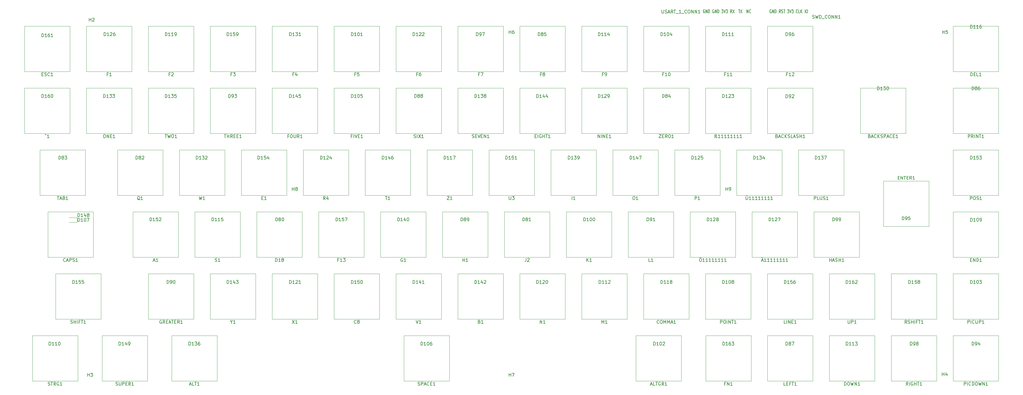
<source format=gbr>
%TF.GenerationSoftware,KiCad,Pcbnew,(5.1.9)-1*%
%TF.CreationDate,2021-03-19T21:04:42+01:00*%
%TF.ProjectId,mkb_01,6d6b625f-3031-42e6-9b69-6361645f7063,rev?*%
%TF.SameCoordinates,Original*%
%TF.FileFunction,Legend,Top*%
%TF.FilePolarity,Positive*%
%FSLAX46Y46*%
G04 Gerber Fmt 4.6, Leading zero omitted, Abs format (unit mm)*
G04 Created by KiCad (PCBNEW (5.1.9)-1) date 2021-03-19 21:04:42*
%MOMM*%
%LPD*%
G01*
G04 APERTURE LIST*
%ADD10C,0.150000*%
%ADD11C,0.120000*%
%ADD12C,0.100000*%
G04 APERTURE END LIST*
D10*
X287507142Y-56600000D02*
X287435714Y-56552380D01*
X287328571Y-56552380D01*
X287221428Y-56600000D01*
X287150000Y-56695238D01*
X287114285Y-56790476D01*
X287078571Y-56980952D01*
X287078571Y-57123809D01*
X287114285Y-57314285D01*
X287150000Y-57409523D01*
X287221428Y-57504761D01*
X287328571Y-57552380D01*
X287400000Y-57552380D01*
X287507142Y-57504761D01*
X287542857Y-57457142D01*
X287542857Y-57123809D01*
X287400000Y-57123809D01*
X287864285Y-57552380D02*
X287864285Y-56552380D01*
X288292857Y-57552380D01*
X288292857Y-56552380D01*
X288650000Y-57552380D02*
X288650000Y-56552380D01*
X288828571Y-56552380D01*
X288935714Y-56600000D01*
X289007142Y-56695238D01*
X289042857Y-56790476D01*
X289078571Y-56980952D01*
X289078571Y-57123809D01*
X289042857Y-57314285D01*
X289007142Y-57409523D01*
X288935714Y-57504761D01*
X288828571Y-57552380D01*
X288650000Y-57552380D01*
X290400000Y-57552380D02*
X290150000Y-57076190D01*
X289971428Y-57552380D02*
X289971428Y-56552380D01*
X290257142Y-56552380D01*
X290328571Y-56600000D01*
X290364285Y-56647619D01*
X290400000Y-56742857D01*
X290400000Y-56885714D01*
X290364285Y-56980952D01*
X290328571Y-57028571D01*
X290257142Y-57076190D01*
X289971428Y-57076190D01*
X290685714Y-57504761D02*
X290792857Y-57552380D01*
X290971428Y-57552380D01*
X291042857Y-57504761D01*
X291078571Y-57457142D01*
X291114285Y-57361904D01*
X291114285Y-57266666D01*
X291078571Y-57171428D01*
X291042857Y-57123809D01*
X290971428Y-57076190D01*
X290828571Y-57028571D01*
X290757142Y-56980952D01*
X290721428Y-56933333D01*
X290685714Y-56838095D01*
X290685714Y-56742857D01*
X290721428Y-56647619D01*
X290757142Y-56600000D01*
X290828571Y-56552380D01*
X291007142Y-56552380D01*
X291114285Y-56600000D01*
X291328571Y-56552380D02*
X291757142Y-56552380D01*
X291542857Y-57552380D02*
X291542857Y-56552380D01*
X292507142Y-56552380D02*
X292971428Y-56552380D01*
X292721428Y-56933333D01*
X292828571Y-56933333D01*
X292900000Y-56980952D01*
X292935714Y-57028571D01*
X292971428Y-57123809D01*
X292971428Y-57361904D01*
X292935714Y-57457142D01*
X292900000Y-57504761D01*
X292828571Y-57552380D01*
X292614285Y-57552380D01*
X292542857Y-57504761D01*
X292507142Y-57457142D01*
X293185714Y-56552380D02*
X293435714Y-57552380D01*
X293685714Y-56552380D01*
X293864285Y-56552380D02*
X294328571Y-56552380D01*
X294078571Y-56933333D01*
X294185714Y-56933333D01*
X294257142Y-56980952D01*
X294292857Y-57028571D01*
X294328571Y-57123809D01*
X294328571Y-57361904D01*
X294292857Y-57457142D01*
X294257142Y-57504761D01*
X294185714Y-57552380D01*
X293971428Y-57552380D01*
X293900000Y-57504761D01*
X293864285Y-57457142D01*
X295650000Y-57457142D02*
X295614285Y-57504761D01*
X295507142Y-57552380D01*
X295435714Y-57552380D01*
X295328571Y-57504761D01*
X295257142Y-57409523D01*
X295221428Y-57314285D01*
X295185714Y-57123809D01*
X295185714Y-56980952D01*
X295221428Y-56790476D01*
X295257142Y-56695238D01*
X295328571Y-56600000D01*
X295435714Y-56552380D01*
X295507142Y-56552380D01*
X295614285Y-56600000D01*
X295650000Y-56647619D01*
X296328571Y-57552380D02*
X295971428Y-57552380D01*
X295971428Y-56552380D01*
X296578571Y-57552380D02*
X296578571Y-56552380D01*
X297007142Y-57552380D02*
X296685714Y-56980952D01*
X297007142Y-56552380D02*
X296578571Y-57123809D01*
X297900000Y-57552380D02*
X297900000Y-56552380D01*
X298400000Y-56552380D02*
X298542857Y-56552380D01*
X298614285Y-56600000D01*
X298685714Y-56695238D01*
X298721428Y-56885714D01*
X298721428Y-57219047D01*
X298685714Y-57409523D01*
X298614285Y-57504761D01*
X298542857Y-57552380D01*
X298400000Y-57552380D01*
X298328571Y-57504761D01*
X298257142Y-57409523D01*
X298221428Y-57219047D01*
X298221428Y-56885714D01*
X298257142Y-56695238D01*
X298328571Y-56600000D01*
X298400000Y-56552380D01*
X267007142Y-56600000D02*
X266935714Y-56552380D01*
X266828571Y-56552380D01*
X266721428Y-56600000D01*
X266650000Y-56695238D01*
X266614285Y-56790476D01*
X266578571Y-56980952D01*
X266578571Y-57123809D01*
X266614285Y-57314285D01*
X266650000Y-57409523D01*
X266721428Y-57504761D01*
X266828571Y-57552380D01*
X266900000Y-57552380D01*
X267007142Y-57504761D01*
X267042857Y-57457142D01*
X267042857Y-57123809D01*
X266900000Y-57123809D01*
X267364285Y-57552380D02*
X267364285Y-56552380D01*
X267792857Y-57552380D01*
X267792857Y-56552380D01*
X268150000Y-57552380D02*
X268150000Y-56552380D01*
X268328571Y-56552380D01*
X268435714Y-56600000D01*
X268507142Y-56695238D01*
X268542857Y-56790476D01*
X268578571Y-56980952D01*
X268578571Y-57123809D01*
X268542857Y-57314285D01*
X268507142Y-57409523D01*
X268435714Y-57504761D01*
X268328571Y-57552380D01*
X268150000Y-57552380D01*
X269864285Y-56600000D02*
X269792857Y-56552380D01*
X269685714Y-56552380D01*
X269578571Y-56600000D01*
X269507142Y-56695238D01*
X269471428Y-56790476D01*
X269435714Y-56980952D01*
X269435714Y-57123809D01*
X269471428Y-57314285D01*
X269507142Y-57409523D01*
X269578571Y-57504761D01*
X269685714Y-57552380D01*
X269757142Y-57552380D01*
X269864285Y-57504761D01*
X269900000Y-57457142D01*
X269900000Y-57123809D01*
X269757142Y-57123809D01*
X270221428Y-57552380D02*
X270221428Y-56552380D01*
X270650000Y-57552380D01*
X270650000Y-56552380D01*
X271007142Y-57552380D02*
X271007142Y-56552380D01*
X271185714Y-56552380D01*
X271292857Y-56600000D01*
X271364285Y-56695238D01*
X271400000Y-56790476D01*
X271435714Y-56980952D01*
X271435714Y-57123809D01*
X271400000Y-57314285D01*
X271364285Y-57409523D01*
X271292857Y-57504761D01*
X271185714Y-57552380D01*
X271007142Y-57552380D01*
X272257142Y-56552380D02*
X272721428Y-56552380D01*
X272471428Y-56933333D01*
X272578571Y-56933333D01*
X272650000Y-56980952D01*
X272685714Y-57028571D01*
X272721428Y-57123809D01*
X272721428Y-57361904D01*
X272685714Y-57457142D01*
X272650000Y-57504761D01*
X272578571Y-57552380D01*
X272364285Y-57552380D01*
X272292857Y-57504761D01*
X272257142Y-57457142D01*
X272935714Y-56552380D02*
X273185714Y-57552380D01*
X273435714Y-56552380D01*
X273614285Y-56552380D02*
X274078571Y-56552380D01*
X273828571Y-56933333D01*
X273935714Y-56933333D01*
X274007142Y-56980952D01*
X274042857Y-57028571D01*
X274078571Y-57123809D01*
X274078571Y-57361904D01*
X274042857Y-57457142D01*
X274007142Y-57504761D01*
X273935714Y-57552380D01*
X273721428Y-57552380D01*
X273650000Y-57504761D01*
X273614285Y-57457142D01*
X275400000Y-57552380D02*
X275150000Y-57076190D01*
X274971428Y-57552380D02*
X274971428Y-56552380D01*
X275257142Y-56552380D01*
X275328571Y-56600000D01*
X275364285Y-56647619D01*
X275400000Y-56742857D01*
X275400000Y-56885714D01*
X275364285Y-56980952D01*
X275328571Y-57028571D01*
X275257142Y-57076190D01*
X274971428Y-57076190D01*
X275650000Y-56552380D02*
X276150000Y-57552380D01*
X276150000Y-56552380D02*
X275650000Y-57552380D01*
X277471428Y-56552380D02*
X277900000Y-56552380D01*
X277685714Y-57552380D02*
X277685714Y-56552380D01*
X278078571Y-56552380D02*
X278578571Y-57552380D01*
X278578571Y-56552380D02*
X278078571Y-57552380D01*
X280007142Y-57552380D02*
X280007142Y-56552380D01*
X280435714Y-57552380D01*
X280435714Y-56552380D01*
X281221428Y-57457142D02*
X281185714Y-57504761D01*
X281078571Y-57552380D01*
X281007142Y-57552380D01*
X280900000Y-57504761D01*
X280828571Y-57409523D01*
X280792857Y-57314285D01*
X280757142Y-57123809D01*
X280757142Y-56980952D01*
X280792857Y-56790476D01*
X280828571Y-56695238D01*
X280900000Y-56600000D01*
X281007142Y-56552380D01*
X281078571Y-56552380D01*
X281185714Y-56600000D01*
X281221428Y-56647619D01*
D11*
%TO.C,F2*%
X109825000Y-61635000D02*
X109825000Y-75605000D01*
X95855000Y-61635000D02*
X109825000Y-61635000D01*
X95855000Y-75605000D02*
X95855000Y-61635000D01*
X109825000Y-75605000D02*
X95855000Y-75605000D01*
%TO.C,^1*%
X71725000Y-80685000D02*
X71725000Y-94655000D01*
X57755000Y-80685000D02*
X71725000Y-80685000D01*
X57755000Y-94655000D02*
X57755000Y-80685000D01*
X71725000Y-94655000D02*
X57755000Y-94655000D01*
%TO.C,A1*%
X105075000Y-132755000D02*
X91105000Y-132755000D01*
X91105000Y-132755000D02*
X91105000Y-118785000D01*
X91105000Y-118785000D02*
X105075000Y-118785000D01*
X105075000Y-118785000D02*
X105075000Y-132755000D01*
%TO.C,ALT1*%
X116995000Y-156885000D02*
X116995000Y-170855000D01*
X103025000Y-156885000D02*
X116995000Y-156885000D01*
X103025000Y-170855000D02*
X103025000Y-156885000D01*
X116995000Y-170855000D02*
X103025000Y-170855000D01*
%TO.C,ALTGR1*%
X259875000Y-156885000D02*
X259875000Y-170855000D01*
X245905000Y-156885000D02*
X259875000Y-156885000D01*
X245905000Y-170855000D02*
X245905000Y-156885000D01*
X259875000Y-170855000D02*
X245905000Y-170855000D01*
%TO.C,B1*%
X205070000Y-137835000D02*
X205070000Y-151805000D01*
X191100000Y-137835000D02*
X205070000Y-137835000D01*
X191100000Y-151805000D02*
X191100000Y-137835000D01*
X205070000Y-151805000D02*
X191100000Y-151805000D01*
%TO.C,BACKSLASH1*%
X300325000Y-94655000D02*
X286355000Y-94655000D01*
X286355000Y-94655000D02*
X286355000Y-80685000D01*
X286355000Y-80685000D02*
X300325000Y-80685000D01*
X300325000Y-80685000D02*
X300325000Y-94655000D01*
%TO.C,BACKSPACE1*%
X328900000Y-80685000D02*
X328900000Y-94655000D01*
X314930000Y-80685000D02*
X328900000Y-80685000D01*
X314930000Y-94655000D02*
X314930000Y-80685000D01*
X328900000Y-94655000D02*
X314930000Y-94655000D01*
%TO.C,C8*%
X166970000Y-151805000D02*
X153000000Y-151805000D01*
X153000000Y-151805000D02*
X153000000Y-137835000D01*
X153000000Y-137835000D02*
X166970000Y-137835000D01*
X166970000Y-137835000D02*
X166970000Y-151805000D01*
%TO.C,CAPS1*%
X78875000Y-118785000D02*
X78875000Y-132755000D01*
X64905000Y-118785000D02*
X78875000Y-118785000D01*
X64905000Y-132755000D02*
X64905000Y-118785000D01*
X78875000Y-132755000D02*
X64905000Y-132755000D01*
%TO.C,COMMA1*%
X262220000Y-151805000D02*
X248250000Y-151805000D01*
X248250000Y-151805000D02*
X248250000Y-137835000D01*
X248250000Y-137835000D02*
X262220000Y-137835000D01*
X262220000Y-137835000D02*
X262220000Y-151805000D01*
%TO.C,D18*%
X143175000Y-118785000D02*
X143175000Y-132755000D01*
X129205000Y-118785000D02*
X143175000Y-118785000D01*
X129205000Y-132755000D02*
X129205000Y-118785000D01*
X143175000Y-132755000D02*
X129205000Y-132755000D01*
%TO.C,DEL1*%
X357475000Y-75605000D02*
X343505000Y-75605000D01*
X343505000Y-75605000D02*
X343505000Y-61635000D01*
X343505000Y-61635000D02*
X357475000Y-61635000D01*
X357475000Y-61635000D02*
X357475000Y-75605000D01*
%TO.C,DOWN1*%
X319380000Y-156895000D02*
X319380000Y-170865000D01*
X305410000Y-156895000D02*
X319380000Y-156895000D01*
X305410000Y-170865000D02*
X305410000Y-156895000D01*
X319380000Y-170865000D02*
X305410000Y-170865000D01*
%TO.C,E1*%
X138400000Y-99735000D02*
X138400000Y-113705000D01*
X124430000Y-99735000D02*
X138400000Y-99735000D01*
X124430000Y-113705000D02*
X124430000Y-99735000D01*
X138400000Y-113705000D02*
X124430000Y-113705000D01*
%TO.C,EIGHT1*%
X224125000Y-80685000D02*
X224125000Y-94655000D01*
X210155000Y-80685000D02*
X224125000Y-80685000D01*
X210155000Y-94655000D02*
X210155000Y-80685000D01*
X224125000Y-94655000D02*
X210155000Y-94655000D01*
%TO.C,END1*%
X357475000Y-132755000D02*
X343505000Y-132755000D01*
X343505000Y-132755000D02*
X343505000Y-118785000D01*
X343505000Y-118785000D02*
X357475000Y-118785000D01*
X357475000Y-118785000D02*
X357475000Y-132755000D01*
%TO.C,ENTER1*%
X322075000Y-123240000D02*
X322075000Y-109270000D01*
X336045000Y-123240000D02*
X322075000Y-123240000D01*
X336045000Y-109270000D02*
X336045000Y-123240000D01*
X322075000Y-109270000D02*
X336045000Y-109270000D01*
%TO.C,ESC1*%
X71725000Y-75605000D02*
X57755000Y-75605000D01*
X57755000Y-75605000D02*
X57755000Y-61635000D01*
X57755000Y-61635000D02*
X71725000Y-61635000D01*
X71725000Y-61635000D02*
X71725000Y-75605000D01*
%TO.C,F1*%
X90775000Y-61635000D02*
X90775000Y-75605000D01*
X76805000Y-61635000D02*
X90775000Y-61635000D01*
X76805000Y-75605000D02*
X76805000Y-61635000D01*
X90775000Y-75605000D02*
X76805000Y-75605000D01*
%TO.C,F3*%
X128875000Y-61635000D02*
X128875000Y-75605000D01*
X114905000Y-61635000D02*
X128875000Y-61635000D01*
X114905000Y-75605000D02*
X114905000Y-61635000D01*
X128875000Y-75605000D02*
X114905000Y-75605000D01*
%TO.C,F4*%
X147925000Y-75605000D02*
X133955000Y-75605000D01*
X133955000Y-75605000D02*
X133955000Y-61635000D01*
X133955000Y-61635000D02*
X147925000Y-61635000D01*
X147925000Y-61635000D02*
X147925000Y-75605000D01*
%TO.C,F5*%
X166975000Y-75605000D02*
X153005000Y-75605000D01*
X153005000Y-75605000D02*
X153005000Y-61635000D01*
X153005000Y-61635000D02*
X166975000Y-61635000D01*
X166975000Y-61635000D02*
X166975000Y-75605000D01*
%TO.C,F6*%
X186025000Y-75605000D02*
X172055000Y-75605000D01*
X172055000Y-75605000D02*
X172055000Y-61635000D01*
X172055000Y-61635000D02*
X186025000Y-61635000D01*
X186025000Y-61635000D02*
X186025000Y-75605000D01*
%TO.C,F7*%
X205075000Y-61635000D02*
X205075000Y-75605000D01*
X191105000Y-61635000D02*
X205075000Y-61635000D01*
X191105000Y-75605000D02*
X191105000Y-61635000D01*
X205075000Y-75605000D02*
X191105000Y-75605000D01*
%TO.C,F8*%
X224125000Y-75605000D02*
X210155000Y-75605000D01*
X210155000Y-75605000D02*
X210155000Y-61635000D01*
X210155000Y-61635000D02*
X224125000Y-61635000D01*
X224125000Y-61635000D02*
X224125000Y-75605000D01*
%TO.C,F9*%
X243175000Y-61635000D02*
X243175000Y-75605000D01*
X229205000Y-61635000D02*
X243175000Y-61635000D01*
X229205000Y-75605000D02*
X229205000Y-61635000D01*
X243175000Y-75605000D02*
X229205000Y-75605000D01*
%TO.C,F10*%
X262225000Y-75605000D02*
X248255000Y-75605000D01*
X248255000Y-75605000D02*
X248255000Y-61635000D01*
X248255000Y-61635000D02*
X262225000Y-61635000D01*
X262225000Y-61635000D02*
X262225000Y-75605000D01*
%TO.C,F11*%
X281275000Y-75605000D02*
X267305000Y-75605000D01*
X267305000Y-75605000D02*
X267305000Y-61635000D01*
X267305000Y-61635000D02*
X281275000Y-61635000D01*
X281275000Y-61635000D02*
X281275000Y-75605000D01*
%TO.C,F12*%
X300325000Y-61635000D02*
X300325000Y-75605000D01*
X286355000Y-61635000D02*
X300325000Y-61635000D01*
X286355000Y-75605000D02*
X286355000Y-61635000D01*
X300325000Y-75605000D02*
X286355000Y-75605000D01*
%TO.C,F13*%
X162225000Y-132755000D02*
X148255000Y-132755000D01*
X148255000Y-132755000D02*
X148255000Y-118785000D01*
X148255000Y-118785000D02*
X162225000Y-118785000D01*
X162225000Y-118785000D02*
X162225000Y-132755000D01*
%TO.C,FIVE1*%
X166975000Y-94655000D02*
X153005000Y-94655000D01*
X153005000Y-94655000D02*
X153005000Y-80685000D01*
X153005000Y-80685000D02*
X166975000Y-80685000D01*
X166975000Y-80685000D02*
X166975000Y-94655000D01*
%TO.C,FOUR1*%
X147925000Y-80685000D02*
X147925000Y-94655000D01*
X133955000Y-80685000D02*
X147925000Y-80685000D01*
X133955000Y-94655000D02*
X133955000Y-80685000D01*
X147925000Y-94655000D02*
X133955000Y-94655000D01*
%TO.C,G1*%
X181275000Y-132755000D02*
X167305000Y-132755000D01*
X167305000Y-132755000D02*
X167305000Y-118785000D01*
X167305000Y-118785000D02*
X181275000Y-118785000D01*
X181275000Y-118785000D02*
X181275000Y-132755000D01*
%TO.C,GREATER1*%
X109820000Y-137835000D02*
X109820000Y-151805000D01*
X95850000Y-137835000D02*
X109820000Y-137835000D01*
X95850000Y-151805000D02*
X95850000Y-137835000D01*
X109820000Y-151805000D02*
X95850000Y-151805000D01*
%TO.C,H1*%
X200325000Y-118785000D02*
X200325000Y-132755000D01*
X186355000Y-118785000D02*
X200325000Y-118785000D01*
X186355000Y-132755000D02*
X186355000Y-118785000D01*
X200325000Y-132755000D02*
X186355000Y-132755000D01*
%TO.C,HASH1*%
X314625000Y-132755000D02*
X300655000Y-132755000D01*
X300655000Y-132755000D02*
X300655000Y-118785000D01*
X300655000Y-118785000D02*
X314625000Y-118785000D01*
X314625000Y-118785000D02*
X314625000Y-132755000D01*
%TO.C,I1*%
X233650000Y-113705000D02*
X219680000Y-113705000D01*
X219680000Y-113705000D02*
X219680000Y-99735000D01*
X219680000Y-99735000D02*
X233650000Y-99735000D01*
X233650000Y-99735000D02*
X233650000Y-113705000D01*
%TO.C,J2*%
X219375000Y-118785000D02*
X219375000Y-132755000D01*
X205405000Y-118785000D02*
X219375000Y-118785000D01*
X205405000Y-132755000D02*
X205405000Y-118785000D01*
X219375000Y-132755000D02*
X205405000Y-132755000D01*
%TO.C,K1*%
X238425000Y-132755000D02*
X224455000Y-132755000D01*
X224455000Y-132755000D02*
X224455000Y-118785000D01*
X224455000Y-118785000D02*
X238425000Y-118785000D01*
X238425000Y-118785000D02*
X238425000Y-132755000D01*
%TO.C,L1*%
X257475000Y-132755000D02*
X243505000Y-132755000D01*
X243505000Y-132755000D02*
X243505000Y-118785000D01*
X243505000Y-118785000D02*
X257475000Y-118785000D01*
X257475000Y-118785000D02*
X257475000Y-132755000D01*
%TO.C,LEFT1*%
X300325000Y-156895000D02*
X300325000Y-170865000D01*
X286355000Y-156895000D02*
X300325000Y-156895000D01*
X286355000Y-170865000D02*
X286355000Y-156895000D01*
X300325000Y-170865000D02*
X286355000Y-170865000D01*
%TO.C,LINE1*%
X300320000Y-151805000D02*
X286350000Y-151805000D01*
X286350000Y-151805000D02*
X286350000Y-137835000D01*
X286350000Y-137835000D02*
X300320000Y-137835000D01*
X300320000Y-137835000D02*
X300320000Y-151805000D01*
%TO.C,M1*%
X243170000Y-137835000D02*
X243170000Y-151805000D01*
X229200000Y-137835000D02*
X243170000Y-137835000D01*
X229200000Y-151805000D02*
X229200000Y-137835000D01*
X243170000Y-151805000D02*
X229200000Y-151805000D01*
%TO.C,N1*%
X224120000Y-151805000D02*
X210150000Y-151805000D01*
X210150000Y-151805000D02*
X210150000Y-137835000D01*
X210150000Y-137835000D02*
X224120000Y-137835000D01*
X224120000Y-137835000D02*
X224120000Y-151805000D01*
%TO.C,NINE1*%
X243175000Y-94655000D02*
X229205000Y-94655000D01*
X229205000Y-94655000D02*
X229205000Y-80685000D01*
X229205000Y-80685000D02*
X243175000Y-80685000D01*
X243175000Y-80685000D02*
X243175000Y-94655000D01*
%TO.C,O1*%
X252700000Y-113705000D02*
X238730000Y-113705000D01*
X238730000Y-113705000D02*
X238730000Y-99735000D01*
X238730000Y-99735000D02*
X252700000Y-99735000D01*
X252700000Y-99735000D02*
X252700000Y-113705000D01*
%TO.C,ONE1*%
X90775000Y-94655000D02*
X76805000Y-94655000D01*
X76805000Y-94655000D02*
X76805000Y-80685000D01*
X76805000Y-80685000D02*
X90775000Y-80685000D01*
X90775000Y-80685000D02*
X90775000Y-94655000D01*
%TO.C,P1*%
X271750000Y-99735000D02*
X271750000Y-113705000D01*
X257780000Y-99735000D02*
X271750000Y-99735000D01*
X257780000Y-113705000D02*
X257780000Y-99735000D01*
X271750000Y-113705000D02*
X257780000Y-113705000D01*
%TO.C,PLUS1*%
X309850000Y-113705000D02*
X295880000Y-113705000D01*
X295880000Y-113705000D02*
X295880000Y-99735000D01*
X295880000Y-99735000D02*
X309850000Y-99735000D01*
X309850000Y-99735000D02*
X309850000Y-113705000D01*
%TO.C,POINT1*%
X281270000Y-137835000D02*
X281270000Y-151805000D01*
X267300000Y-137835000D02*
X281270000Y-137835000D01*
X267300000Y-151805000D02*
X267300000Y-137835000D01*
X281270000Y-151805000D02*
X267300000Y-151805000D01*
%TO.C,POS1*%
X357475000Y-113705000D02*
X343505000Y-113705000D01*
X343505000Y-113705000D02*
X343505000Y-99735000D01*
X343505000Y-99735000D02*
X357475000Y-99735000D01*
X357475000Y-99735000D02*
X357475000Y-113705000D01*
%TO.C,PRINT1*%
X357475000Y-80685000D02*
X357475000Y-94655000D01*
X343505000Y-80685000D02*
X357475000Y-80685000D01*
X343505000Y-94655000D02*
X343505000Y-80685000D01*
X357475000Y-94655000D02*
X343505000Y-94655000D01*
%TO.C,Q1*%
X100300000Y-113705000D02*
X86330000Y-113705000D01*
X86330000Y-113705000D02*
X86330000Y-99735000D01*
X86330000Y-99735000D02*
X100300000Y-99735000D01*
X100300000Y-99735000D02*
X100300000Y-113705000D01*
%TO.C,R4*%
X157450000Y-113705000D02*
X143480000Y-113705000D01*
X143480000Y-113705000D02*
X143480000Y-99735000D01*
X143480000Y-99735000D02*
X157450000Y-99735000D01*
X157450000Y-99735000D02*
X157450000Y-113705000D01*
%TO.C,RIGHT1*%
X338430000Y-170865000D02*
X324460000Y-170865000D01*
X324460000Y-170865000D02*
X324460000Y-156895000D01*
X324460000Y-156895000D02*
X338430000Y-156895000D01*
X338430000Y-156895000D02*
X338430000Y-170865000D01*
%TO.C,S1*%
X124125000Y-118785000D02*
X124125000Y-132755000D01*
X110155000Y-118785000D02*
X124125000Y-118785000D01*
X110155000Y-132755000D02*
X110155000Y-118785000D01*
X124125000Y-132755000D02*
X110155000Y-132755000D01*
%TO.C,SEVEN1*%
X205075000Y-94655000D02*
X191105000Y-94655000D01*
X191105000Y-94655000D02*
X191105000Y-80685000D01*
X191105000Y-80685000D02*
X205075000Y-80685000D01*
X205075000Y-80685000D02*
X205075000Y-94655000D01*
%TO.C,SIX1*%
X186025000Y-80685000D02*
X186025000Y-94655000D01*
X172055000Y-80685000D02*
X186025000Y-80685000D01*
X172055000Y-94655000D02*
X172055000Y-80685000D01*
X186025000Y-94655000D02*
X172055000Y-94655000D01*
%TO.C,SPACE1*%
X188435000Y-156885000D02*
X188435000Y-170855000D01*
X174465000Y-156885000D02*
X188435000Y-156885000D01*
X174465000Y-170855000D02*
X174465000Y-156885000D01*
X188435000Y-170855000D02*
X174465000Y-170855000D01*
%TO.C,T1*%
X176500000Y-113705000D02*
X162530000Y-113705000D01*
X162530000Y-113705000D02*
X162530000Y-99735000D01*
X162530000Y-99735000D02*
X176500000Y-99735000D01*
X176500000Y-99735000D02*
X176500000Y-113705000D01*
%TO.C,TAB1*%
X76485000Y-113705000D02*
X62515000Y-113705000D01*
X62515000Y-113705000D02*
X62515000Y-99735000D01*
X62515000Y-99735000D02*
X76485000Y-99735000D01*
X76485000Y-99735000D02*
X76485000Y-113705000D01*
%TO.C,THREE1*%
X128875000Y-80685000D02*
X128875000Y-94655000D01*
X114905000Y-80685000D02*
X128875000Y-80685000D01*
X114905000Y-94655000D02*
X114905000Y-80685000D01*
X128875000Y-94655000D02*
X114905000Y-94655000D01*
%TO.C,TWO1*%
X109825000Y-80685000D02*
X109825000Y-94655000D01*
X95855000Y-80685000D02*
X109825000Y-80685000D01*
X95855000Y-94655000D02*
X95855000Y-80685000D01*
X109825000Y-94655000D02*
X95855000Y-94655000D01*
%TO.C,U3*%
X214600000Y-99735000D02*
X214600000Y-113705000D01*
X200630000Y-99735000D02*
X214600000Y-99735000D01*
X200630000Y-113705000D02*
X200630000Y-99735000D01*
X214600000Y-113705000D02*
X200630000Y-113705000D01*
%TO.C,UP1*%
X319375000Y-151815000D02*
X305405000Y-151815000D01*
X305405000Y-151815000D02*
X305405000Y-137845000D01*
X305405000Y-137845000D02*
X319375000Y-137845000D01*
X319375000Y-137845000D02*
X319375000Y-151815000D01*
%TO.C,V1*%
X186020000Y-137835000D02*
X186020000Y-151805000D01*
X172050000Y-137835000D02*
X186020000Y-137835000D01*
X172050000Y-151805000D02*
X172050000Y-137835000D01*
X186020000Y-151805000D02*
X172050000Y-151805000D01*
%TO.C,W1*%
X119350000Y-99735000D02*
X119350000Y-113705000D01*
X105380000Y-99735000D02*
X119350000Y-99735000D01*
X105380000Y-113705000D02*
X105380000Y-99735000D01*
X119350000Y-113705000D02*
X105380000Y-113705000D01*
%TO.C,X1*%
X147920000Y-151805000D02*
X133950000Y-151805000D01*
X133950000Y-151805000D02*
X133950000Y-137835000D01*
X133950000Y-137835000D02*
X147920000Y-137835000D01*
X147920000Y-137835000D02*
X147920000Y-151805000D01*
%TO.C,Y1*%
X128870000Y-137835000D02*
X128870000Y-151805000D01*
X114900000Y-137835000D02*
X128870000Y-137835000D01*
X114900000Y-151805000D02*
X114900000Y-137835000D01*
X128870000Y-151805000D02*
X114900000Y-151805000D01*
%TO.C,Z1*%
X195550000Y-99735000D02*
X195550000Y-113705000D01*
X181580000Y-99735000D02*
X195550000Y-99735000D01*
X181580000Y-113705000D02*
X181580000Y-99735000D01*
X195550000Y-113705000D02*
X181580000Y-113705000D01*
%TO.C,ZERO1*%
X262225000Y-80685000D02*
X262225000Y-94655000D01*
X248255000Y-80685000D02*
X262225000Y-80685000D01*
X248255000Y-94655000D02*
X248255000Y-80685000D01*
X262225000Y-94655000D02*
X248255000Y-94655000D01*
%TO.C,\u00DF11111111*%
X281275000Y-80685000D02*
X281275000Y-94655000D01*
X267305000Y-80685000D02*
X281275000Y-80685000D01*
X267305000Y-94655000D02*
X267305000Y-80685000D01*
X281275000Y-94655000D02*
X267305000Y-94655000D01*
%TO.C,\u00C411111111*%
X295575000Y-118785000D02*
X295575000Y-132755000D01*
X281605000Y-118785000D02*
X295575000Y-118785000D01*
X281605000Y-132755000D02*
X281605000Y-118785000D01*
X295575000Y-132755000D02*
X281605000Y-132755000D01*
%TO.C,\u00D611111111*%
X276525000Y-118785000D02*
X276525000Y-132755000D01*
X262555000Y-118785000D02*
X276525000Y-118785000D01*
X262555000Y-132755000D02*
X262555000Y-118785000D01*
X276525000Y-132755000D02*
X262555000Y-132755000D01*
%TO.C,\u00DC11111111*%
X290800000Y-99735000D02*
X290800000Y-113705000D01*
X276830000Y-99735000D02*
X290800000Y-99735000D01*
X276830000Y-113705000D02*
X276830000Y-99735000D01*
X290800000Y-113705000D02*
X276830000Y-113705000D01*
%TO.C,STRG1*%
X74125000Y-170855000D02*
X60155000Y-170855000D01*
X60155000Y-170855000D02*
X60155000Y-156885000D01*
X60155000Y-156885000D02*
X74125000Y-156885000D01*
X74125000Y-156885000D02*
X74125000Y-170855000D01*
D12*
%TO.C,D80*%
X137565000Y-120000000D02*
G75*
G03*
X137565000Y-120000000I-50000J0D01*
G01*
%TO.C,D81*%
X213565000Y-120000000D02*
G75*
G03*
X213565000Y-120000000I-50000J0D01*
G01*
%TO.C,D82*%
X94565000Y-101000000D02*
G75*
G03*
X94565000Y-101000000I-50000J0D01*
G01*
%TO.C,D83*%
X70815000Y-101000000D02*
G75*
G03*
X70815000Y-101000000I-50000J0D01*
G01*
%TO.C,D84*%
X256565000Y-82000000D02*
G75*
G03*
X256565000Y-82000000I-50000J0D01*
G01*
%TO.C,D85*%
X218315000Y-63000000D02*
G75*
G03*
X218315000Y-63000000I-50000J0D01*
G01*
%TO.C,D86*%
X349285000Y-82000000D02*
G75*
G03*
X349285000Y-82000000I-50000J0D01*
G01*
%TO.C,D87*%
X294565000Y-158250000D02*
G75*
G03*
X294565000Y-158250000I-50000J0D01*
G01*
%TO.C,D88*%
X180315000Y-82000000D02*
G75*
G03*
X180315000Y-82000000I-50000J0D01*
G01*
%TO.C,D89*%
X194565000Y-120000000D02*
G75*
G03*
X194565000Y-120000000I-50000J0D01*
G01*
%TO.C,D90*%
X104115000Y-139250000D02*
G75*
G03*
X104115000Y-139250000I-50000J0D01*
G01*
%TO.C,D91*%
X251815000Y-120000000D02*
G75*
G03*
X251815000Y-120000000I-50000J0D01*
G01*
%TO.C,D92*%
X294565000Y-82075001D02*
G75*
G03*
X294565000Y-82075001I-50000J0D01*
G01*
%TO.C,D93*%
X123065000Y-82000000D02*
G75*
G03*
X123065000Y-82000000I-50000J0D01*
G01*
%TO.C,D94*%
X351815000Y-158250000D02*
G75*
G03*
X351815000Y-158250000I-50000J0D01*
G01*
%TO.C,D95*%
X327785000Y-122000000D02*
G75*
G03*
X327785000Y-122000000I-50000J0D01*
G01*
%TO.C,D96*%
X294565000Y-63000000D02*
G75*
G03*
X294565000Y-63000000I-50000J0D01*
G01*
%TO.C,D97*%
X199315000Y-63000000D02*
G75*
G03*
X199315000Y-63000000I-50000J0D01*
G01*
%TO.C,D98*%
X332815000Y-158250000D02*
G75*
G03*
X332815000Y-158250000I-50000J0D01*
G01*
%TO.C,D99*%
X308940001Y-120000000D02*
G75*
G03*
X308940001Y-120000000I-50000J0D01*
G01*
%TO.C,D100*%
X232815000Y-120000000D02*
G75*
G03*
X232815000Y-120000000I-50000J0D01*
G01*
%TO.C,D101*%
X161315000Y-63000000D02*
G75*
G03*
X161315000Y-63000000I-50000J0D01*
G01*
%TO.C,D102*%
X254315000Y-158250000D02*
G75*
G03*
X254315000Y-158250000I-50000J0D01*
G01*
%TO.C,D103*%
X351815000Y-139250000D02*
G75*
G03*
X351815000Y-139250000I-50000J0D01*
G01*
%TO.C,D104*%
X256565000Y-63000000D02*
G75*
G03*
X256565000Y-63000000I-50000J0D01*
G01*
%TO.C,D105*%
X161315000Y-82000000D02*
G75*
G03*
X161315000Y-82000000I-50000J0D01*
G01*
%TO.C,D106*%
X182715000Y-158250000D02*
G75*
G03*
X182715000Y-158250000I-50000J0D01*
G01*
D11*
%TO.C,D107*%
X73910000Y-120565000D02*
X71450000Y-120565000D01*
X73910000Y-122035000D02*
X73910000Y-120565000D01*
X71450000Y-122035000D02*
X73910000Y-122035000D01*
D12*
%TO.C,D108*%
X275565000Y-139250000D02*
G75*
G03*
X275565000Y-139250000I-50000J0D01*
G01*
%TO.C,D109*%
X351815000Y-120100000D02*
G75*
G03*
X351815000Y-120100000I-50000J0D01*
G01*
%TO.C,D110*%
X68315000Y-158250000D02*
G75*
G03*
X68315000Y-158250000I-50000J0D01*
G01*
%TO.C,D111*%
X275515000Y-63000000D02*
G75*
G03*
X275515000Y-63000000I-50000J0D01*
G01*
%TO.C,D112*%
X237565000Y-139250000D02*
G75*
G03*
X237565000Y-139250000I-50000J0D01*
G01*
%TO.C,D113*%
X313565000Y-158250000D02*
G75*
G03*
X313565000Y-158250000I-50000J0D01*
G01*
%TO.C,D114*%
X237315000Y-63000000D02*
G75*
G03*
X237315000Y-63000000I-50000J0D01*
G01*
%TO.C,D115*%
X118415000Y-120000000D02*
G75*
G03*
X118415000Y-120000000I-50000J0D01*
G01*
%TO.C,D116*%
X349285000Y-63000000D02*
G75*
G03*
X349285000Y-63000000I-50000J0D01*
G01*
%TO.C,D117*%
X189815000Y-101000000D02*
G75*
G03*
X189815000Y-101000000I-50000J0D01*
G01*
%TO.C,D118*%
X256565000Y-139250000D02*
G75*
G03*
X256565000Y-139250000I-50000J0D01*
G01*
%TO.C,D119*%
X104065000Y-63000000D02*
G75*
G03*
X104065000Y-63000000I-50000J0D01*
G01*
%TO.C,D120*%
X218315000Y-139250000D02*
G75*
G03*
X218315000Y-139250000I-50000J0D01*
G01*
%TO.C,D121*%
X142315000Y-139250000D02*
G75*
G03*
X142315000Y-139250000I-50000J0D01*
G01*
%TO.C,D122*%
X180315000Y-63000000D02*
G75*
G03*
X180315000Y-63000000I-50000J0D01*
G01*
%TO.C,D123*%
X275565000Y-82000000D02*
G75*
G03*
X275565000Y-82000000I-50000J0D01*
G01*
%TO.C,D124*%
X151815000Y-101000000D02*
G75*
G03*
X151815000Y-101000000I-50000J0D01*
G01*
%TO.C,D125*%
X266065000Y-101000000D02*
G75*
G03*
X266065000Y-101000000I-50000J0D01*
G01*
%TO.C,D126*%
X85215000Y-63000000D02*
G75*
G03*
X85215000Y-63000000I-50000J0D01*
G01*
%TO.C,D127*%
X289815000Y-120000000D02*
G75*
G03*
X289815000Y-120000000I-50000J0D01*
G01*
%TO.C,D128*%
X270815000Y-120000000D02*
G75*
G03*
X270815000Y-120000000I-50000J0D01*
G01*
%TO.C,D129*%
X237315000Y-82000000D02*
G75*
G03*
X237315000Y-82000000I-50000J0D01*
G01*
%TO.C,D130*%
X320690001Y-82000000D02*
G75*
G03*
X320690001Y-82000000I-50000J0D01*
G01*
%TO.C,D131*%
X142315000Y-63000000D02*
G75*
G03*
X142315000Y-63000000I-50000J0D01*
G01*
%TO.C,D132*%
X113565000Y-101000000D02*
G75*
G03*
X113565000Y-101000000I-50000J0D01*
G01*
%TO.C,D133*%
X85065000Y-82000000D02*
G75*
G03*
X85065000Y-82000000I-50000J0D01*
G01*
%TO.C,D134*%
X285065000Y-101000000D02*
G75*
G03*
X285065000Y-101000000I-50000J0D01*
G01*
%TO.C,D135*%
X104065000Y-82000000D02*
G75*
G03*
X104065000Y-82000000I-50000J0D01*
G01*
%TO.C,D136*%
X111315000Y-158250000D02*
G75*
G03*
X111315000Y-158250000I-50000J0D01*
G01*
%TO.C,D137*%
X304065000Y-101000000D02*
G75*
G03*
X304065000Y-101000000I-50000J0D01*
G01*
%TO.C,D138*%
X199315000Y-82000000D02*
G75*
G03*
X199315000Y-82000000I-50000J0D01*
G01*
%TO.C,D139*%
X228060001Y-101000000D02*
G75*
G03*
X228060001Y-101000000I-50000J0D01*
G01*
%TO.C,D140*%
X175565000Y-120000000D02*
G75*
G03*
X175565000Y-120000000I-50000J0D01*
G01*
%TO.C,D141*%
X180315000Y-139250000D02*
G75*
G03*
X180315000Y-139250000I-50000J0D01*
G01*
%TO.C,D142*%
X199315000Y-139250000D02*
G75*
G03*
X199315000Y-139250000I-50000J0D01*
G01*
%TO.C,D143*%
X123065000Y-139250000D02*
G75*
G03*
X123065000Y-139250000I-50000J0D01*
G01*
%TO.C,D144*%
X218315000Y-82000000D02*
G75*
G03*
X218315000Y-82000000I-50000J0D01*
G01*
%TO.C,D145*%
X142315000Y-82000000D02*
G75*
G03*
X142315000Y-82000000I-50000J0D01*
G01*
%TO.C,D146*%
X170815000Y-101000000D02*
G75*
G03*
X170815000Y-101000000I-50000J0D01*
G01*
%TO.C,D147*%
X247065000Y-101000000D02*
G75*
G03*
X247065000Y-101000000I-50000J0D01*
G01*
%TO.C,D148*%
X73565000Y-119800000D02*
G75*
G03*
X73565000Y-119800000I-50000J0D01*
G01*
%TO.C,D149*%
X89815000Y-158250000D02*
G75*
G03*
X89815000Y-158250000I-50000J0D01*
G01*
%TO.C,D150*%
X161315000Y-139250000D02*
G75*
G03*
X161315000Y-139250000I-50000J0D01*
G01*
%TO.C,D151*%
X208815000Y-101000000D02*
G75*
G03*
X208815000Y-101000000I-50000J0D01*
G01*
%TO.C,D152*%
X99315000Y-120000000D02*
G75*
G03*
X99315000Y-120000000I-50000J0D01*
G01*
%TO.C,D153*%
X351815000Y-101000000D02*
G75*
G03*
X351815000Y-101000000I-50000J0D01*
G01*
%TO.C,D154*%
X132565000Y-101000000D02*
G75*
G03*
X132565000Y-101000000I-50000J0D01*
G01*
%TO.C,D155*%
X75565000Y-139250000D02*
G75*
G03*
X75565000Y-139250000I-50000J0D01*
G01*
%TO.C,D156*%
X294565000Y-139250000D02*
G75*
G03*
X294565000Y-139250000I-50000J0D01*
G01*
%TO.C,D157*%
X156565000Y-120000000D02*
G75*
G03*
X156565000Y-120000000I-50000J0D01*
G01*
%TO.C,D158*%
X332815000Y-139250000D02*
G75*
G03*
X332815000Y-139250000I-50000J0D01*
G01*
%TO.C,D159*%
X123065000Y-63000000D02*
G75*
G03*
X123065000Y-63000000I-50000J0D01*
G01*
%TO.C,D160*%
X66065000Y-82000000D02*
G75*
G03*
X66065000Y-82000000I-50000J0D01*
G01*
%TO.C,D161*%
X66065000Y-63000000D02*
G75*
G03*
X66065000Y-63000000I-50000J0D01*
G01*
%TO.C,D162*%
X313565000Y-139250000D02*
G75*
G03*
X313565000Y-139250000I-50000J0D01*
G01*
%TO.C,D163*%
X275615000Y-158250000D02*
G75*
G03*
X275615000Y-158250000I-50000J0D01*
G01*
D11*
%TO.C,FN1*%
X281305000Y-156885000D02*
X281305000Y-170855000D01*
X267335000Y-156885000D02*
X281305000Y-156885000D01*
X267335000Y-170855000D02*
X267335000Y-156885000D01*
X281305000Y-170855000D02*
X267335000Y-170855000D01*
%TO.C,SUPER1*%
X95565000Y-170855000D02*
X81595000Y-170855000D01*
X81595000Y-170855000D02*
X81595000Y-156885000D01*
X81595000Y-156885000D02*
X95565000Y-156885000D01*
X95565000Y-156885000D02*
X95565000Y-170855000D01*
%TO.C,PICDOWN1*%
X357475000Y-156885000D02*
X357475000Y-170855000D01*
X343505000Y-156885000D02*
X357475000Y-156885000D01*
X343505000Y-170855000D02*
X343505000Y-156885000D01*
X357475000Y-170855000D02*
X343505000Y-170855000D01*
%TO.C,PICUP1*%
X357475000Y-151805000D02*
X343505000Y-151805000D01*
X343505000Y-151805000D02*
X343505000Y-137835000D01*
X343505000Y-137835000D02*
X357475000Y-137835000D01*
X357475000Y-137835000D02*
X357475000Y-151805000D01*
%TO.C,RSHIFT1*%
X338425000Y-137845000D02*
X338425000Y-151815000D01*
X324455000Y-137845000D02*
X338425000Y-137845000D01*
X324455000Y-151815000D02*
X324455000Y-137845000D01*
X338425000Y-151815000D02*
X324455000Y-151815000D01*
%TO.C,SHIFT1*%
X81255000Y-137835000D02*
X81255000Y-151805000D01*
X67285000Y-137835000D02*
X81255000Y-137835000D01*
X67285000Y-151805000D02*
X67285000Y-137835000D01*
X81255000Y-151805000D02*
X67285000Y-151805000D01*
%TO.C,F2*%
D10*
X102506666Y-76422571D02*
X102173333Y-76422571D01*
X102173333Y-76946380D02*
X102173333Y-75946380D01*
X102649523Y-75946380D01*
X102982857Y-76041619D02*
X103030476Y-75994000D01*
X103125714Y-75946380D01*
X103363809Y-75946380D01*
X103459047Y-75994000D01*
X103506666Y-76041619D01*
X103554285Y-76136857D01*
X103554285Y-76232095D01*
X103506666Y-76374952D01*
X102935238Y-76946380D01*
X103554285Y-76946380D01*
%TO.C,^1*%
X64073333Y-95091619D02*
X64263809Y-94948761D01*
X64454285Y-95091619D01*
X65311428Y-95996380D02*
X64740000Y-95996380D01*
X65025714Y-95996380D02*
X65025714Y-94996380D01*
X64930476Y-95139238D01*
X64835238Y-95234476D01*
X64740000Y-95282095D01*
%TO.C,A1*%
X97375714Y-133810666D02*
X97851904Y-133810666D01*
X97280476Y-134096380D02*
X97613809Y-133096380D01*
X97947142Y-134096380D01*
X98804285Y-134096380D02*
X98232857Y-134096380D01*
X98518571Y-134096380D02*
X98518571Y-133096380D01*
X98423333Y-133239238D01*
X98328095Y-133334476D01*
X98232857Y-133382095D01*
%TO.C,ALT1*%
X108510000Y-171910666D02*
X108986190Y-171910666D01*
X108414761Y-172196380D02*
X108748095Y-171196380D01*
X109081428Y-172196380D01*
X109890952Y-172196380D02*
X109414761Y-172196380D01*
X109414761Y-171196380D01*
X110081428Y-171196380D02*
X110652857Y-171196380D01*
X110367142Y-172196380D02*
X110367142Y-171196380D01*
X111510000Y-172196380D02*
X110938571Y-172196380D01*
X111224285Y-172196380D02*
X111224285Y-171196380D01*
X111129047Y-171339238D01*
X111033809Y-171434476D01*
X110938571Y-171482095D01*
%TO.C,ALTGR1*%
X250390000Y-171910666D02*
X250866190Y-171910666D01*
X250294761Y-172196380D02*
X250628095Y-171196380D01*
X250961428Y-172196380D01*
X251770952Y-172196380D02*
X251294761Y-172196380D01*
X251294761Y-171196380D01*
X251961428Y-171196380D02*
X252532857Y-171196380D01*
X252247142Y-172196380D02*
X252247142Y-171196380D01*
X253390000Y-171244000D02*
X253294761Y-171196380D01*
X253151904Y-171196380D01*
X253009047Y-171244000D01*
X252913809Y-171339238D01*
X252866190Y-171434476D01*
X252818571Y-171624952D01*
X252818571Y-171767809D01*
X252866190Y-171958285D01*
X252913809Y-172053523D01*
X253009047Y-172148761D01*
X253151904Y-172196380D01*
X253247142Y-172196380D01*
X253390000Y-172148761D01*
X253437619Y-172101142D01*
X253437619Y-171767809D01*
X253247142Y-171767809D01*
X254437619Y-172196380D02*
X254104285Y-171720190D01*
X253866190Y-172196380D02*
X253866190Y-171196380D01*
X254247142Y-171196380D01*
X254342380Y-171244000D01*
X254390000Y-171291619D01*
X254437619Y-171386857D01*
X254437619Y-171529714D01*
X254390000Y-171624952D01*
X254342380Y-171672571D01*
X254247142Y-171720190D01*
X253866190Y-171720190D01*
X255390000Y-172196380D02*
X254818571Y-172196380D01*
X255104285Y-172196380D02*
X255104285Y-171196380D01*
X255009047Y-171339238D01*
X254913809Y-171434476D01*
X254818571Y-171482095D01*
%TO.C,B1*%
X197680238Y-152622571D02*
X197823095Y-152670190D01*
X197870714Y-152717809D01*
X197918333Y-152813047D01*
X197918333Y-152955904D01*
X197870714Y-153051142D01*
X197823095Y-153098761D01*
X197727857Y-153146380D01*
X197346904Y-153146380D01*
X197346904Y-152146380D01*
X197680238Y-152146380D01*
X197775476Y-152194000D01*
X197823095Y-152241619D01*
X197870714Y-152336857D01*
X197870714Y-152432095D01*
X197823095Y-152527333D01*
X197775476Y-152574952D01*
X197680238Y-152622571D01*
X197346904Y-152622571D01*
X198870714Y-153146380D02*
X198299285Y-153146380D01*
X198585000Y-153146380D02*
X198585000Y-152146380D01*
X198489761Y-152289238D01*
X198394523Y-152384476D01*
X198299285Y-152432095D01*
%TO.C,BACKSLASH1*%
X289197142Y-95472571D02*
X289340000Y-95520190D01*
X289387619Y-95567809D01*
X289435238Y-95663047D01*
X289435238Y-95805904D01*
X289387619Y-95901142D01*
X289340000Y-95948761D01*
X289244761Y-95996380D01*
X288863809Y-95996380D01*
X288863809Y-94996380D01*
X289197142Y-94996380D01*
X289292380Y-95044000D01*
X289340000Y-95091619D01*
X289387619Y-95186857D01*
X289387619Y-95282095D01*
X289340000Y-95377333D01*
X289292380Y-95424952D01*
X289197142Y-95472571D01*
X288863809Y-95472571D01*
X289816190Y-95710666D02*
X290292380Y-95710666D01*
X289720952Y-95996380D02*
X290054285Y-94996380D01*
X290387619Y-95996380D01*
X291292380Y-95901142D02*
X291244761Y-95948761D01*
X291101904Y-95996380D01*
X291006666Y-95996380D01*
X290863809Y-95948761D01*
X290768571Y-95853523D01*
X290720952Y-95758285D01*
X290673333Y-95567809D01*
X290673333Y-95424952D01*
X290720952Y-95234476D01*
X290768571Y-95139238D01*
X290863809Y-95044000D01*
X291006666Y-94996380D01*
X291101904Y-94996380D01*
X291244761Y-95044000D01*
X291292380Y-95091619D01*
X291720952Y-95996380D02*
X291720952Y-94996380D01*
X292292380Y-95996380D02*
X291863809Y-95424952D01*
X292292380Y-94996380D02*
X291720952Y-95567809D01*
X292673333Y-95948761D02*
X292816190Y-95996380D01*
X293054285Y-95996380D01*
X293149523Y-95948761D01*
X293197142Y-95901142D01*
X293244761Y-95805904D01*
X293244761Y-95710666D01*
X293197142Y-95615428D01*
X293149523Y-95567809D01*
X293054285Y-95520190D01*
X292863809Y-95472571D01*
X292768571Y-95424952D01*
X292720952Y-95377333D01*
X292673333Y-95282095D01*
X292673333Y-95186857D01*
X292720952Y-95091619D01*
X292768571Y-95044000D01*
X292863809Y-94996380D01*
X293101904Y-94996380D01*
X293244761Y-95044000D01*
X294149523Y-95996380D02*
X293673333Y-95996380D01*
X293673333Y-94996380D01*
X294435238Y-95710666D02*
X294911428Y-95710666D01*
X294340000Y-95996380D02*
X294673333Y-94996380D01*
X295006666Y-95996380D01*
X295292380Y-95948761D02*
X295435238Y-95996380D01*
X295673333Y-95996380D01*
X295768571Y-95948761D01*
X295816190Y-95901142D01*
X295863809Y-95805904D01*
X295863809Y-95710666D01*
X295816190Y-95615428D01*
X295768571Y-95567809D01*
X295673333Y-95520190D01*
X295482857Y-95472571D01*
X295387619Y-95424952D01*
X295340000Y-95377333D01*
X295292380Y-95282095D01*
X295292380Y-95186857D01*
X295340000Y-95091619D01*
X295387619Y-95044000D01*
X295482857Y-94996380D01*
X295720952Y-94996380D01*
X295863809Y-95044000D01*
X296292380Y-95996380D02*
X296292380Y-94996380D01*
X296292380Y-95472571D02*
X296863809Y-95472571D01*
X296863809Y-95996380D02*
X296863809Y-94996380D01*
X297863809Y-95996380D02*
X297292380Y-95996380D01*
X297578095Y-95996380D02*
X297578095Y-94996380D01*
X297482857Y-95139238D01*
X297387619Y-95234476D01*
X297292380Y-95282095D01*
%TO.C,BACKSPACE1*%
X317724523Y-95472571D02*
X317867380Y-95520190D01*
X317915000Y-95567809D01*
X317962619Y-95663047D01*
X317962619Y-95805904D01*
X317915000Y-95901142D01*
X317867380Y-95948761D01*
X317772142Y-95996380D01*
X317391190Y-95996380D01*
X317391190Y-94996380D01*
X317724523Y-94996380D01*
X317819761Y-95044000D01*
X317867380Y-95091619D01*
X317915000Y-95186857D01*
X317915000Y-95282095D01*
X317867380Y-95377333D01*
X317819761Y-95424952D01*
X317724523Y-95472571D01*
X317391190Y-95472571D01*
X318343571Y-95710666D02*
X318819761Y-95710666D01*
X318248333Y-95996380D02*
X318581666Y-94996380D01*
X318915000Y-95996380D01*
X319819761Y-95901142D02*
X319772142Y-95948761D01*
X319629285Y-95996380D01*
X319534047Y-95996380D01*
X319391190Y-95948761D01*
X319295952Y-95853523D01*
X319248333Y-95758285D01*
X319200714Y-95567809D01*
X319200714Y-95424952D01*
X319248333Y-95234476D01*
X319295952Y-95139238D01*
X319391190Y-95044000D01*
X319534047Y-94996380D01*
X319629285Y-94996380D01*
X319772142Y-95044000D01*
X319819761Y-95091619D01*
X320248333Y-95996380D02*
X320248333Y-94996380D01*
X320819761Y-95996380D02*
X320391190Y-95424952D01*
X320819761Y-94996380D02*
X320248333Y-95567809D01*
X321200714Y-95948761D02*
X321343571Y-95996380D01*
X321581666Y-95996380D01*
X321676904Y-95948761D01*
X321724523Y-95901142D01*
X321772142Y-95805904D01*
X321772142Y-95710666D01*
X321724523Y-95615428D01*
X321676904Y-95567809D01*
X321581666Y-95520190D01*
X321391190Y-95472571D01*
X321295952Y-95424952D01*
X321248333Y-95377333D01*
X321200714Y-95282095D01*
X321200714Y-95186857D01*
X321248333Y-95091619D01*
X321295952Y-95044000D01*
X321391190Y-94996380D01*
X321629285Y-94996380D01*
X321772142Y-95044000D01*
X322200714Y-95996380D02*
X322200714Y-94996380D01*
X322581666Y-94996380D01*
X322676904Y-95044000D01*
X322724523Y-95091619D01*
X322772142Y-95186857D01*
X322772142Y-95329714D01*
X322724523Y-95424952D01*
X322676904Y-95472571D01*
X322581666Y-95520190D01*
X322200714Y-95520190D01*
X323153095Y-95710666D02*
X323629285Y-95710666D01*
X323057857Y-95996380D02*
X323391190Y-94996380D01*
X323724523Y-95996380D01*
X324629285Y-95901142D02*
X324581666Y-95948761D01*
X324438809Y-95996380D01*
X324343571Y-95996380D01*
X324200714Y-95948761D01*
X324105476Y-95853523D01*
X324057857Y-95758285D01*
X324010238Y-95567809D01*
X324010238Y-95424952D01*
X324057857Y-95234476D01*
X324105476Y-95139238D01*
X324200714Y-95044000D01*
X324343571Y-94996380D01*
X324438809Y-94996380D01*
X324581666Y-95044000D01*
X324629285Y-95091619D01*
X325057857Y-95472571D02*
X325391190Y-95472571D01*
X325534047Y-95996380D02*
X325057857Y-95996380D01*
X325057857Y-94996380D01*
X325534047Y-94996380D01*
X326486428Y-95996380D02*
X325915000Y-95996380D01*
X326200714Y-95996380D02*
X326200714Y-94996380D01*
X326105476Y-95139238D01*
X326010238Y-95234476D01*
X325915000Y-95282095D01*
%TO.C,C8*%
X159818333Y-153051142D02*
X159770714Y-153098761D01*
X159627857Y-153146380D01*
X159532619Y-153146380D01*
X159389761Y-153098761D01*
X159294523Y-153003523D01*
X159246904Y-152908285D01*
X159199285Y-152717809D01*
X159199285Y-152574952D01*
X159246904Y-152384476D01*
X159294523Y-152289238D01*
X159389761Y-152194000D01*
X159532619Y-152146380D01*
X159627857Y-152146380D01*
X159770714Y-152194000D01*
X159818333Y-152241619D01*
X160389761Y-152574952D02*
X160294523Y-152527333D01*
X160246904Y-152479714D01*
X160199285Y-152384476D01*
X160199285Y-152336857D01*
X160246904Y-152241619D01*
X160294523Y-152194000D01*
X160389761Y-152146380D01*
X160580238Y-152146380D01*
X160675476Y-152194000D01*
X160723095Y-152241619D01*
X160770714Y-152336857D01*
X160770714Y-152384476D01*
X160723095Y-152479714D01*
X160675476Y-152527333D01*
X160580238Y-152574952D01*
X160389761Y-152574952D01*
X160294523Y-152622571D01*
X160246904Y-152670190D01*
X160199285Y-152765428D01*
X160199285Y-152955904D01*
X160246904Y-153051142D01*
X160294523Y-153098761D01*
X160389761Y-153146380D01*
X160580238Y-153146380D01*
X160675476Y-153098761D01*
X160723095Y-153051142D01*
X160770714Y-152955904D01*
X160770714Y-152765428D01*
X160723095Y-152670190D01*
X160675476Y-152622571D01*
X160580238Y-152574952D01*
%TO.C,CAPS1*%
X70318571Y-134001142D02*
X70270952Y-134048761D01*
X70128095Y-134096380D01*
X70032857Y-134096380D01*
X69890000Y-134048761D01*
X69794761Y-133953523D01*
X69747142Y-133858285D01*
X69699523Y-133667809D01*
X69699523Y-133524952D01*
X69747142Y-133334476D01*
X69794761Y-133239238D01*
X69890000Y-133144000D01*
X70032857Y-133096380D01*
X70128095Y-133096380D01*
X70270952Y-133144000D01*
X70318571Y-133191619D01*
X70699523Y-133810666D02*
X71175714Y-133810666D01*
X70604285Y-134096380D02*
X70937619Y-133096380D01*
X71270952Y-134096380D01*
X71604285Y-134096380D02*
X71604285Y-133096380D01*
X71985238Y-133096380D01*
X72080476Y-133144000D01*
X72128095Y-133191619D01*
X72175714Y-133286857D01*
X72175714Y-133429714D01*
X72128095Y-133524952D01*
X72080476Y-133572571D01*
X71985238Y-133620190D01*
X71604285Y-133620190D01*
X72556666Y-134048761D02*
X72699523Y-134096380D01*
X72937619Y-134096380D01*
X73032857Y-134048761D01*
X73080476Y-134001142D01*
X73128095Y-133905904D01*
X73128095Y-133810666D01*
X73080476Y-133715428D01*
X73032857Y-133667809D01*
X72937619Y-133620190D01*
X72747142Y-133572571D01*
X72651904Y-133524952D01*
X72604285Y-133477333D01*
X72556666Y-133382095D01*
X72556666Y-133286857D01*
X72604285Y-133191619D01*
X72651904Y-133144000D01*
X72747142Y-133096380D01*
X72985238Y-133096380D01*
X73128095Y-133144000D01*
X74080476Y-134096380D02*
X73509047Y-134096380D01*
X73794761Y-134096380D02*
X73794761Y-133096380D01*
X73699523Y-133239238D01*
X73604285Y-133334476D01*
X73509047Y-133382095D01*
%TO.C,COMMA1*%
X252973095Y-153051142D02*
X252925476Y-153098761D01*
X252782619Y-153146380D01*
X252687380Y-153146380D01*
X252544523Y-153098761D01*
X252449285Y-153003523D01*
X252401666Y-152908285D01*
X252354047Y-152717809D01*
X252354047Y-152574952D01*
X252401666Y-152384476D01*
X252449285Y-152289238D01*
X252544523Y-152194000D01*
X252687380Y-152146380D01*
X252782619Y-152146380D01*
X252925476Y-152194000D01*
X252973095Y-152241619D01*
X253592142Y-152146380D02*
X253782619Y-152146380D01*
X253877857Y-152194000D01*
X253973095Y-152289238D01*
X254020714Y-152479714D01*
X254020714Y-152813047D01*
X253973095Y-153003523D01*
X253877857Y-153098761D01*
X253782619Y-153146380D01*
X253592142Y-153146380D01*
X253496904Y-153098761D01*
X253401666Y-153003523D01*
X253354047Y-152813047D01*
X253354047Y-152479714D01*
X253401666Y-152289238D01*
X253496904Y-152194000D01*
X253592142Y-152146380D01*
X254449285Y-153146380D02*
X254449285Y-152146380D01*
X254782619Y-152860666D01*
X255115952Y-152146380D01*
X255115952Y-153146380D01*
X255592142Y-153146380D02*
X255592142Y-152146380D01*
X255925476Y-152860666D01*
X256258809Y-152146380D01*
X256258809Y-153146380D01*
X256687380Y-152860666D02*
X257163571Y-152860666D01*
X256592142Y-153146380D02*
X256925476Y-152146380D01*
X257258809Y-153146380D01*
X258115952Y-153146380D02*
X257544523Y-153146380D01*
X257830238Y-153146380D02*
X257830238Y-152146380D01*
X257735000Y-152289238D01*
X257639761Y-152384476D01*
X257544523Y-152432095D01*
%TO.C,D18*%
X134975714Y-134096380D02*
X134975714Y-133096380D01*
X135213809Y-133096380D01*
X135356666Y-133144000D01*
X135451904Y-133239238D01*
X135499523Y-133334476D01*
X135547142Y-133524952D01*
X135547142Y-133667809D01*
X135499523Y-133858285D01*
X135451904Y-133953523D01*
X135356666Y-134048761D01*
X135213809Y-134096380D01*
X134975714Y-134096380D01*
X136499523Y-134096380D02*
X135928095Y-134096380D01*
X136213809Y-134096380D02*
X136213809Y-133096380D01*
X136118571Y-133239238D01*
X136023333Y-133334476D01*
X135928095Y-133382095D01*
X137070952Y-133524952D02*
X136975714Y-133477333D01*
X136928095Y-133429714D01*
X136880476Y-133334476D01*
X136880476Y-133286857D01*
X136928095Y-133191619D01*
X136975714Y-133144000D01*
X137070952Y-133096380D01*
X137261428Y-133096380D01*
X137356666Y-133144000D01*
X137404285Y-133191619D01*
X137451904Y-133286857D01*
X137451904Y-133334476D01*
X137404285Y-133429714D01*
X137356666Y-133477333D01*
X137261428Y-133524952D01*
X137070952Y-133524952D01*
X136975714Y-133572571D01*
X136928095Y-133620190D01*
X136880476Y-133715428D01*
X136880476Y-133905904D01*
X136928095Y-134001142D01*
X136975714Y-134048761D01*
X137070952Y-134096380D01*
X137261428Y-134096380D01*
X137356666Y-134048761D01*
X137404285Y-134001142D01*
X137451904Y-133905904D01*
X137451904Y-133715428D01*
X137404285Y-133620190D01*
X137356666Y-133572571D01*
X137261428Y-133524952D01*
%TO.C,DEL1*%
X348894761Y-76946380D02*
X348894761Y-75946380D01*
X349132857Y-75946380D01*
X349275714Y-75994000D01*
X349370952Y-76089238D01*
X349418571Y-76184476D01*
X349466190Y-76374952D01*
X349466190Y-76517809D01*
X349418571Y-76708285D01*
X349370952Y-76803523D01*
X349275714Y-76898761D01*
X349132857Y-76946380D01*
X348894761Y-76946380D01*
X349894761Y-76422571D02*
X350228095Y-76422571D01*
X350370952Y-76946380D02*
X349894761Y-76946380D01*
X349894761Y-75946380D01*
X350370952Y-75946380D01*
X351275714Y-76946380D02*
X350799523Y-76946380D01*
X350799523Y-75946380D01*
X352132857Y-76946380D02*
X351561428Y-76946380D01*
X351847142Y-76946380D02*
X351847142Y-75946380D01*
X351751904Y-76089238D01*
X351656666Y-76184476D01*
X351561428Y-76232095D01*
%TO.C,DOWN1*%
X310037857Y-172206380D02*
X310037857Y-171206380D01*
X310275952Y-171206380D01*
X310418809Y-171254000D01*
X310514047Y-171349238D01*
X310561666Y-171444476D01*
X310609285Y-171634952D01*
X310609285Y-171777809D01*
X310561666Y-171968285D01*
X310514047Y-172063523D01*
X310418809Y-172158761D01*
X310275952Y-172206380D01*
X310037857Y-172206380D01*
X311228333Y-171206380D02*
X311418809Y-171206380D01*
X311514047Y-171254000D01*
X311609285Y-171349238D01*
X311656904Y-171539714D01*
X311656904Y-171873047D01*
X311609285Y-172063523D01*
X311514047Y-172158761D01*
X311418809Y-172206380D01*
X311228333Y-172206380D01*
X311133095Y-172158761D01*
X311037857Y-172063523D01*
X310990238Y-171873047D01*
X310990238Y-171539714D01*
X311037857Y-171349238D01*
X311133095Y-171254000D01*
X311228333Y-171206380D01*
X311990238Y-171206380D02*
X312228333Y-172206380D01*
X312418809Y-171492095D01*
X312609285Y-172206380D01*
X312847380Y-171206380D01*
X313228333Y-172206380D02*
X313228333Y-171206380D01*
X313799761Y-172206380D01*
X313799761Y-171206380D01*
X314799761Y-172206380D02*
X314228333Y-172206380D01*
X314514047Y-172206380D02*
X314514047Y-171206380D01*
X314418809Y-171349238D01*
X314323571Y-171444476D01*
X314228333Y-171492095D01*
%TO.C,E1*%
X130724523Y-114522571D02*
X131057857Y-114522571D01*
X131200714Y-115046380D02*
X130724523Y-115046380D01*
X130724523Y-114046380D01*
X131200714Y-114046380D01*
X132153095Y-115046380D02*
X131581666Y-115046380D01*
X131867380Y-115046380D02*
X131867380Y-114046380D01*
X131772142Y-114189238D01*
X131676904Y-114284476D01*
X131581666Y-114332095D01*
%TO.C,EIGHT1*%
X214806666Y-95472571D02*
X215140000Y-95472571D01*
X215282857Y-95996380D02*
X214806666Y-95996380D01*
X214806666Y-94996380D01*
X215282857Y-94996380D01*
X215711428Y-95996380D02*
X215711428Y-94996380D01*
X216711428Y-95044000D02*
X216616190Y-94996380D01*
X216473333Y-94996380D01*
X216330476Y-95044000D01*
X216235238Y-95139238D01*
X216187619Y-95234476D01*
X216140000Y-95424952D01*
X216140000Y-95567809D01*
X216187619Y-95758285D01*
X216235238Y-95853523D01*
X216330476Y-95948761D01*
X216473333Y-95996380D01*
X216568571Y-95996380D01*
X216711428Y-95948761D01*
X216759047Y-95901142D01*
X216759047Y-95567809D01*
X216568571Y-95567809D01*
X217187619Y-95996380D02*
X217187619Y-94996380D01*
X217187619Y-95472571D02*
X217759047Y-95472571D01*
X217759047Y-95996380D02*
X217759047Y-94996380D01*
X218092380Y-94996380D02*
X218663809Y-94996380D01*
X218378095Y-95996380D02*
X218378095Y-94996380D01*
X219520952Y-95996380D02*
X218949523Y-95996380D01*
X219235238Y-95996380D02*
X219235238Y-94996380D01*
X219140000Y-95139238D01*
X219044761Y-95234476D01*
X218949523Y-95282095D01*
%TO.C,END1*%
X348775714Y-133572571D02*
X349109047Y-133572571D01*
X349251904Y-134096380D02*
X348775714Y-134096380D01*
X348775714Y-133096380D01*
X349251904Y-133096380D01*
X349680476Y-134096380D02*
X349680476Y-133096380D01*
X350251904Y-134096380D01*
X350251904Y-133096380D01*
X350728095Y-134096380D02*
X350728095Y-133096380D01*
X350966190Y-133096380D01*
X351109047Y-133144000D01*
X351204285Y-133239238D01*
X351251904Y-133334476D01*
X351299523Y-133524952D01*
X351299523Y-133667809D01*
X351251904Y-133858285D01*
X351204285Y-133953523D01*
X351109047Y-134048761D01*
X350966190Y-134096380D01*
X350728095Y-134096380D01*
X352251904Y-134096380D02*
X351680476Y-134096380D01*
X351966190Y-134096380D02*
X351966190Y-133096380D01*
X351870952Y-133239238D01*
X351775714Y-133334476D01*
X351680476Y-133382095D01*
%TO.C,ENTER1*%
X326512380Y-108309571D02*
X326845714Y-108309571D01*
X326988571Y-108833380D02*
X326512380Y-108833380D01*
X326512380Y-107833380D01*
X326988571Y-107833380D01*
X327417142Y-108833380D02*
X327417142Y-107833380D01*
X327988571Y-108833380D01*
X327988571Y-107833380D01*
X328321904Y-107833380D02*
X328893333Y-107833380D01*
X328607619Y-108833380D02*
X328607619Y-107833380D01*
X329226666Y-108309571D02*
X329560000Y-108309571D01*
X329702857Y-108833380D02*
X329226666Y-108833380D01*
X329226666Y-107833380D01*
X329702857Y-107833380D01*
X330702857Y-108833380D02*
X330369523Y-108357190D01*
X330131428Y-108833380D02*
X330131428Y-107833380D01*
X330512380Y-107833380D01*
X330607619Y-107881000D01*
X330655238Y-107928619D01*
X330702857Y-108023857D01*
X330702857Y-108166714D01*
X330655238Y-108261952D01*
X330607619Y-108309571D01*
X330512380Y-108357190D01*
X330131428Y-108357190D01*
X331655238Y-108833380D02*
X331083809Y-108833380D01*
X331369523Y-108833380D02*
X331369523Y-107833380D01*
X331274285Y-107976238D01*
X331179047Y-108071476D01*
X331083809Y-108119095D01*
%TO.C,ESC1*%
X63073333Y-76422571D02*
X63406666Y-76422571D01*
X63549523Y-76946380D02*
X63073333Y-76946380D01*
X63073333Y-75946380D01*
X63549523Y-75946380D01*
X63930476Y-76898761D02*
X64073333Y-76946380D01*
X64311428Y-76946380D01*
X64406666Y-76898761D01*
X64454285Y-76851142D01*
X64501904Y-76755904D01*
X64501904Y-76660666D01*
X64454285Y-76565428D01*
X64406666Y-76517809D01*
X64311428Y-76470190D01*
X64120952Y-76422571D01*
X64025714Y-76374952D01*
X63978095Y-76327333D01*
X63930476Y-76232095D01*
X63930476Y-76136857D01*
X63978095Y-76041619D01*
X64025714Y-75994000D01*
X64120952Y-75946380D01*
X64359047Y-75946380D01*
X64501904Y-75994000D01*
X65501904Y-76851142D02*
X65454285Y-76898761D01*
X65311428Y-76946380D01*
X65216190Y-76946380D01*
X65073333Y-76898761D01*
X64978095Y-76803523D01*
X64930476Y-76708285D01*
X64882857Y-76517809D01*
X64882857Y-76374952D01*
X64930476Y-76184476D01*
X64978095Y-76089238D01*
X65073333Y-75994000D01*
X65216190Y-75946380D01*
X65311428Y-75946380D01*
X65454285Y-75994000D01*
X65501904Y-76041619D01*
X66454285Y-76946380D02*
X65882857Y-76946380D01*
X66168571Y-76946380D02*
X66168571Y-75946380D01*
X66073333Y-76089238D01*
X65978095Y-76184476D01*
X65882857Y-76232095D01*
%TO.C,F1*%
X83456666Y-76422571D02*
X83123333Y-76422571D01*
X83123333Y-76946380D02*
X83123333Y-75946380D01*
X83599523Y-75946380D01*
X84504285Y-76946380D02*
X83932857Y-76946380D01*
X84218571Y-76946380D02*
X84218571Y-75946380D01*
X84123333Y-76089238D01*
X84028095Y-76184476D01*
X83932857Y-76232095D01*
%TO.C,F3*%
X121556666Y-76422571D02*
X121223333Y-76422571D01*
X121223333Y-76946380D02*
X121223333Y-75946380D01*
X121699523Y-75946380D01*
X121985238Y-75946380D02*
X122604285Y-75946380D01*
X122270952Y-76327333D01*
X122413809Y-76327333D01*
X122509047Y-76374952D01*
X122556666Y-76422571D01*
X122604285Y-76517809D01*
X122604285Y-76755904D01*
X122556666Y-76851142D01*
X122509047Y-76898761D01*
X122413809Y-76946380D01*
X122128095Y-76946380D01*
X122032857Y-76898761D01*
X121985238Y-76851142D01*
%TO.C,F4*%
X140606666Y-76422571D02*
X140273333Y-76422571D01*
X140273333Y-76946380D02*
X140273333Y-75946380D01*
X140749523Y-75946380D01*
X141559047Y-76279714D02*
X141559047Y-76946380D01*
X141320952Y-75898761D02*
X141082857Y-76613047D01*
X141701904Y-76613047D01*
%TO.C,F5*%
X159656666Y-76422571D02*
X159323333Y-76422571D01*
X159323333Y-76946380D02*
X159323333Y-75946380D01*
X159799523Y-75946380D01*
X160656666Y-75946380D02*
X160180476Y-75946380D01*
X160132857Y-76422571D01*
X160180476Y-76374952D01*
X160275714Y-76327333D01*
X160513809Y-76327333D01*
X160609047Y-76374952D01*
X160656666Y-76422571D01*
X160704285Y-76517809D01*
X160704285Y-76755904D01*
X160656666Y-76851142D01*
X160609047Y-76898761D01*
X160513809Y-76946380D01*
X160275714Y-76946380D01*
X160180476Y-76898761D01*
X160132857Y-76851142D01*
%TO.C,F6*%
X178706666Y-76422571D02*
X178373333Y-76422571D01*
X178373333Y-76946380D02*
X178373333Y-75946380D01*
X178849523Y-75946380D01*
X179659047Y-75946380D02*
X179468571Y-75946380D01*
X179373333Y-75994000D01*
X179325714Y-76041619D01*
X179230476Y-76184476D01*
X179182857Y-76374952D01*
X179182857Y-76755904D01*
X179230476Y-76851142D01*
X179278095Y-76898761D01*
X179373333Y-76946380D01*
X179563809Y-76946380D01*
X179659047Y-76898761D01*
X179706666Y-76851142D01*
X179754285Y-76755904D01*
X179754285Y-76517809D01*
X179706666Y-76422571D01*
X179659047Y-76374952D01*
X179563809Y-76327333D01*
X179373333Y-76327333D01*
X179278095Y-76374952D01*
X179230476Y-76422571D01*
X179182857Y-76517809D01*
%TO.C,F7*%
X197756666Y-76422571D02*
X197423333Y-76422571D01*
X197423333Y-76946380D02*
X197423333Y-75946380D01*
X197899523Y-75946380D01*
X198185238Y-75946380D02*
X198851904Y-75946380D01*
X198423333Y-76946380D01*
%TO.C,F8*%
X216806666Y-76422571D02*
X216473333Y-76422571D01*
X216473333Y-76946380D02*
X216473333Y-75946380D01*
X216949523Y-75946380D01*
X217473333Y-76374952D02*
X217378095Y-76327333D01*
X217330476Y-76279714D01*
X217282857Y-76184476D01*
X217282857Y-76136857D01*
X217330476Y-76041619D01*
X217378095Y-75994000D01*
X217473333Y-75946380D01*
X217663809Y-75946380D01*
X217759047Y-75994000D01*
X217806666Y-76041619D01*
X217854285Y-76136857D01*
X217854285Y-76184476D01*
X217806666Y-76279714D01*
X217759047Y-76327333D01*
X217663809Y-76374952D01*
X217473333Y-76374952D01*
X217378095Y-76422571D01*
X217330476Y-76470190D01*
X217282857Y-76565428D01*
X217282857Y-76755904D01*
X217330476Y-76851142D01*
X217378095Y-76898761D01*
X217473333Y-76946380D01*
X217663809Y-76946380D01*
X217759047Y-76898761D01*
X217806666Y-76851142D01*
X217854285Y-76755904D01*
X217854285Y-76565428D01*
X217806666Y-76470190D01*
X217759047Y-76422571D01*
X217663809Y-76374952D01*
%TO.C,F9*%
X235856666Y-76422571D02*
X235523333Y-76422571D01*
X235523333Y-76946380D02*
X235523333Y-75946380D01*
X235999523Y-75946380D01*
X236428095Y-76946380D02*
X236618571Y-76946380D01*
X236713809Y-76898761D01*
X236761428Y-76851142D01*
X236856666Y-76708285D01*
X236904285Y-76517809D01*
X236904285Y-76136857D01*
X236856666Y-76041619D01*
X236809047Y-75994000D01*
X236713809Y-75946380D01*
X236523333Y-75946380D01*
X236428095Y-75994000D01*
X236380476Y-76041619D01*
X236332857Y-76136857D01*
X236332857Y-76374952D01*
X236380476Y-76470190D01*
X236428095Y-76517809D01*
X236523333Y-76565428D01*
X236713809Y-76565428D01*
X236809047Y-76517809D01*
X236856666Y-76470190D01*
X236904285Y-76374952D01*
%TO.C,F10*%
X254430476Y-76422571D02*
X254097142Y-76422571D01*
X254097142Y-76946380D02*
X254097142Y-75946380D01*
X254573333Y-75946380D01*
X255478095Y-76946380D02*
X254906666Y-76946380D01*
X255192380Y-76946380D02*
X255192380Y-75946380D01*
X255097142Y-76089238D01*
X255001904Y-76184476D01*
X254906666Y-76232095D01*
X256097142Y-75946380D02*
X256192380Y-75946380D01*
X256287619Y-75994000D01*
X256335238Y-76041619D01*
X256382857Y-76136857D01*
X256430476Y-76327333D01*
X256430476Y-76565428D01*
X256382857Y-76755904D01*
X256335238Y-76851142D01*
X256287619Y-76898761D01*
X256192380Y-76946380D01*
X256097142Y-76946380D01*
X256001904Y-76898761D01*
X255954285Y-76851142D01*
X255906666Y-76755904D01*
X255859047Y-76565428D01*
X255859047Y-76327333D01*
X255906666Y-76136857D01*
X255954285Y-76041619D01*
X256001904Y-75994000D01*
X256097142Y-75946380D01*
%TO.C,F11*%
X273480476Y-76422571D02*
X273147142Y-76422571D01*
X273147142Y-76946380D02*
X273147142Y-75946380D01*
X273623333Y-75946380D01*
X274528095Y-76946380D02*
X273956666Y-76946380D01*
X274242380Y-76946380D02*
X274242380Y-75946380D01*
X274147142Y-76089238D01*
X274051904Y-76184476D01*
X273956666Y-76232095D01*
X275480476Y-76946380D02*
X274909047Y-76946380D01*
X275194761Y-76946380D02*
X275194761Y-75946380D01*
X275099523Y-76089238D01*
X275004285Y-76184476D01*
X274909047Y-76232095D01*
%TO.C,F12*%
X292530476Y-76422571D02*
X292197142Y-76422571D01*
X292197142Y-76946380D02*
X292197142Y-75946380D01*
X292673333Y-75946380D01*
X293578095Y-76946380D02*
X293006666Y-76946380D01*
X293292380Y-76946380D02*
X293292380Y-75946380D01*
X293197142Y-76089238D01*
X293101904Y-76184476D01*
X293006666Y-76232095D01*
X293959047Y-76041619D02*
X294006666Y-75994000D01*
X294101904Y-75946380D01*
X294340000Y-75946380D01*
X294435238Y-75994000D01*
X294482857Y-76041619D01*
X294530476Y-76136857D01*
X294530476Y-76232095D01*
X294482857Y-76374952D01*
X293911428Y-76946380D01*
X294530476Y-76946380D01*
%TO.C,F13*%
X154430476Y-133572571D02*
X154097142Y-133572571D01*
X154097142Y-134096380D02*
X154097142Y-133096380D01*
X154573333Y-133096380D01*
X155478095Y-134096380D02*
X154906666Y-134096380D01*
X155192380Y-134096380D02*
X155192380Y-133096380D01*
X155097142Y-133239238D01*
X155001904Y-133334476D01*
X154906666Y-133382095D01*
X155811428Y-133096380D02*
X156430476Y-133096380D01*
X156097142Y-133477333D01*
X156240000Y-133477333D01*
X156335238Y-133524952D01*
X156382857Y-133572571D01*
X156430476Y-133667809D01*
X156430476Y-133905904D01*
X156382857Y-134001142D01*
X156335238Y-134048761D01*
X156240000Y-134096380D01*
X155954285Y-134096380D01*
X155859047Y-134048761D01*
X155811428Y-134001142D01*
%TO.C,FIVE1*%
X158537619Y-95472571D02*
X158204285Y-95472571D01*
X158204285Y-95996380D02*
X158204285Y-94996380D01*
X158680476Y-94996380D01*
X159061428Y-95996380D02*
X159061428Y-94996380D01*
X159394761Y-94996380D02*
X159728095Y-95996380D01*
X160061428Y-94996380D01*
X160394761Y-95472571D02*
X160728095Y-95472571D01*
X160870952Y-95996380D02*
X160394761Y-95996380D01*
X160394761Y-94996380D01*
X160870952Y-94996380D01*
X161823333Y-95996380D02*
X161251904Y-95996380D01*
X161537619Y-95996380D02*
X161537619Y-94996380D01*
X161442380Y-95139238D01*
X161347142Y-95234476D01*
X161251904Y-95282095D01*
%TO.C,FOUR1*%
X139059047Y-95472571D02*
X138725714Y-95472571D01*
X138725714Y-95996380D02*
X138725714Y-94996380D01*
X139201904Y-94996380D01*
X139773333Y-94996380D02*
X139963809Y-94996380D01*
X140059047Y-95044000D01*
X140154285Y-95139238D01*
X140201904Y-95329714D01*
X140201904Y-95663047D01*
X140154285Y-95853523D01*
X140059047Y-95948761D01*
X139963809Y-95996380D01*
X139773333Y-95996380D01*
X139678095Y-95948761D01*
X139582857Y-95853523D01*
X139535238Y-95663047D01*
X139535238Y-95329714D01*
X139582857Y-95139238D01*
X139678095Y-95044000D01*
X139773333Y-94996380D01*
X140630476Y-94996380D02*
X140630476Y-95805904D01*
X140678095Y-95901142D01*
X140725714Y-95948761D01*
X140820952Y-95996380D01*
X141011428Y-95996380D01*
X141106666Y-95948761D01*
X141154285Y-95901142D01*
X141201904Y-95805904D01*
X141201904Y-94996380D01*
X142249523Y-95996380D02*
X141916190Y-95520190D01*
X141678095Y-95996380D02*
X141678095Y-94996380D01*
X142059047Y-94996380D01*
X142154285Y-95044000D01*
X142201904Y-95091619D01*
X142249523Y-95186857D01*
X142249523Y-95329714D01*
X142201904Y-95424952D01*
X142154285Y-95472571D01*
X142059047Y-95520190D01*
X141678095Y-95520190D01*
X143201904Y-95996380D02*
X142630476Y-95996380D01*
X142916190Y-95996380D02*
X142916190Y-94996380D01*
X142820952Y-95139238D01*
X142725714Y-95234476D01*
X142630476Y-95282095D01*
%TO.C,G1*%
X174075714Y-133144000D02*
X173980476Y-133096380D01*
X173837619Y-133096380D01*
X173694761Y-133144000D01*
X173599523Y-133239238D01*
X173551904Y-133334476D01*
X173504285Y-133524952D01*
X173504285Y-133667809D01*
X173551904Y-133858285D01*
X173599523Y-133953523D01*
X173694761Y-134048761D01*
X173837619Y-134096380D01*
X173932857Y-134096380D01*
X174075714Y-134048761D01*
X174123333Y-134001142D01*
X174123333Y-133667809D01*
X173932857Y-133667809D01*
X175075714Y-134096380D02*
X174504285Y-134096380D01*
X174790000Y-134096380D02*
X174790000Y-133096380D01*
X174694761Y-133239238D01*
X174599523Y-133334476D01*
X174504285Y-133382095D01*
%TO.C,GREATER1*%
X99906428Y-152194000D02*
X99811190Y-152146380D01*
X99668333Y-152146380D01*
X99525476Y-152194000D01*
X99430238Y-152289238D01*
X99382619Y-152384476D01*
X99335000Y-152574952D01*
X99335000Y-152717809D01*
X99382619Y-152908285D01*
X99430238Y-153003523D01*
X99525476Y-153098761D01*
X99668333Y-153146380D01*
X99763571Y-153146380D01*
X99906428Y-153098761D01*
X99954047Y-153051142D01*
X99954047Y-152717809D01*
X99763571Y-152717809D01*
X100954047Y-153146380D02*
X100620714Y-152670190D01*
X100382619Y-153146380D02*
X100382619Y-152146380D01*
X100763571Y-152146380D01*
X100858809Y-152194000D01*
X100906428Y-152241619D01*
X100954047Y-152336857D01*
X100954047Y-152479714D01*
X100906428Y-152574952D01*
X100858809Y-152622571D01*
X100763571Y-152670190D01*
X100382619Y-152670190D01*
X101382619Y-152622571D02*
X101715952Y-152622571D01*
X101858809Y-153146380D02*
X101382619Y-153146380D01*
X101382619Y-152146380D01*
X101858809Y-152146380D01*
X102239761Y-152860666D02*
X102715952Y-152860666D01*
X102144523Y-153146380D02*
X102477857Y-152146380D01*
X102811190Y-153146380D01*
X103001666Y-152146380D02*
X103573095Y-152146380D01*
X103287380Y-153146380D02*
X103287380Y-152146380D01*
X103906428Y-152622571D02*
X104239761Y-152622571D01*
X104382619Y-153146380D02*
X103906428Y-153146380D01*
X103906428Y-152146380D01*
X104382619Y-152146380D01*
X105382619Y-153146380D02*
X105049285Y-152670190D01*
X104811190Y-153146380D02*
X104811190Y-152146380D01*
X105192142Y-152146380D01*
X105287380Y-152194000D01*
X105335000Y-152241619D01*
X105382619Y-152336857D01*
X105382619Y-152479714D01*
X105335000Y-152574952D01*
X105287380Y-152622571D01*
X105192142Y-152670190D01*
X104811190Y-152670190D01*
X106335000Y-153146380D02*
X105763571Y-153146380D01*
X106049285Y-153146380D02*
X106049285Y-152146380D01*
X105954047Y-152289238D01*
X105858809Y-152384476D01*
X105763571Y-152432095D01*
%TO.C,H1*%
X192578095Y-134096380D02*
X192578095Y-133096380D01*
X192578095Y-133572571D02*
X193149523Y-133572571D01*
X193149523Y-134096380D02*
X193149523Y-133096380D01*
X194149523Y-134096380D02*
X193578095Y-134096380D01*
X193863809Y-134096380D02*
X193863809Y-133096380D01*
X193768571Y-133239238D01*
X193673333Y-133334476D01*
X193578095Y-133382095D01*
%TO.C,HASH1*%
X305449523Y-134096380D02*
X305449523Y-133096380D01*
X305449523Y-133572571D02*
X306020952Y-133572571D01*
X306020952Y-134096380D02*
X306020952Y-133096380D01*
X306449523Y-133810666D02*
X306925714Y-133810666D01*
X306354285Y-134096380D02*
X306687619Y-133096380D01*
X307020952Y-134096380D01*
X307306666Y-134048761D02*
X307449523Y-134096380D01*
X307687619Y-134096380D01*
X307782857Y-134048761D01*
X307830476Y-134001142D01*
X307878095Y-133905904D01*
X307878095Y-133810666D01*
X307830476Y-133715428D01*
X307782857Y-133667809D01*
X307687619Y-133620190D01*
X307497142Y-133572571D01*
X307401904Y-133524952D01*
X307354285Y-133477333D01*
X307306666Y-133382095D01*
X307306666Y-133286857D01*
X307354285Y-133191619D01*
X307401904Y-133144000D01*
X307497142Y-133096380D01*
X307735238Y-133096380D01*
X307878095Y-133144000D01*
X308306666Y-134096380D02*
X308306666Y-133096380D01*
X308306666Y-133572571D02*
X308878095Y-133572571D01*
X308878095Y-134096380D02*
X308878095Y-133096380D01*
X309878095Y-134096380D02*
X309306666Y-134096380D01*
X309592380Y-134096380D02*
X309592380Y-133096380D01*
X309497142Y-133239238D01*
X309401904Y-133334476D01*
X309306666Y-133382095D01*
%TO.C,I1*%
X226188809Y-115046380D02*
X226188809Y-114046380D01*
X227188809Y-115046380D02*
X226617380Y-115046380D01*
X226903095Y-115046380D02*
X226903095Y-114046380D01*
X226807857Y-114189238D01*
X226712619Y-114284476D01*
X226617380Y-114332095D01*
%TO.C,J2*%
X212056666Y-133096380D02*
X212056666Y-133810666D01*
X212009047Y-133953523D01*
X211913809Y-134048761D01*
X211770952Y-134096380D01*
X211675714Y-134096380D01*
X212485238Y-133191619D02*
X212532857Y-133144000D01*
X212628095Y-133096380D01*
X212866190Y-133096380D01*
X212961428Y-133144000D01*
X213009047Y-133191619D01*
X213056666Y-133286857D01*
X213056666Y-133382095D01*
X213009047Y-133524952D01*
X212437619Y-134096380D01*
X213056666Y-134096380D01*
%TO.C,K1*%
X230701904Y-134096380D02*
X230701904Y-133096380D01*
X231273333Y-134096380D02*
X230844761Y-133524952D01*
X231273333Y-133096380D02*
X230701904Y-133667809D01*
X232225714Y-134096380D02*
X231654285Y-134096380D01*
X231940000Y-134096380D02*
X231940000Y-133096380D01*
X231844761Y-133239238D01*
X231749523Y-133334476D01*
X231654285Y-133382095D01*
%TO.C,L1*%
X250323333Y-134096380D02*
X249847142Y-134096380D01*
X249847142Y-133096380D01*
X251180476Y-134096380D02*
X250609047Y-134096380D01*
X250894761Y-134096380D02*
X250894761Y-133096380D01*
X250799523Y-133239238D01*
X250704285Y-133334476D01*
X250609047Y-133382095D01*
%TO.C,LEFT1*%
X291911428Y-172206380D02*
X291435238Y-172206380D01*
X291435238Y-171206380D01*
X292244761Y-171682571D02*
X292578095Y-171682571D01*
X292720952Y-172206380D02*
X292244761Y-172206380D01*
X292244761Y-171206380D01*
X292720952Y-171206380D01*
X293482857Y-171682571D02*
X293149523Y-171682571D01*
X293149523Y-172206380D02*
X293149523Y-171206380D01*
X293625714Y-171206380D01*
X293863809Y-171206380D02*
X294435238Y-171206380D01*
X294149523Y-172206380D02*
X294149523Y-171206380D01*
X295292380Y-172206380D02*
X294720952Y-172206380D01*
X295006666Y-172206380D02*
X295006666Y-171206380D01*
X294911428Y-171349238D01*
X294816190Y-171444476D01*
X294720952Y-171492095D01*
%TO.C,LINE1*%
X291954047Y-153146380D02*
X291477857Y-153146380D01*
X291477857Y-152146380D01*
X292287380Y-153146380D02*
X292287380Y-152146380D01*
X292763571Y-153146380D02*
X292763571Y-152146380D01*
X293335000Y-153146380D01*
X293335000Y-152146380D01*
X293811190Y-152622571D02*
X294144523Y-152622571D01*
X294287380Y-153146380D02*
X293811190Y-153146380D01*
X293811190Y-152146380D01*
X294287380Y-152146380D01*
X295239761Y-153146380D02*
X294668333Y-153146380D01*
X294954047Y-153146380D02*
X294954047Y-152146380D01*
X294858809Y-152289238D01*
X294763571Y-152384476D01*
X294668333Y-152432095D01*
%TO.C,M1*%
X235375476Y-153146380D02*
X235375476Y-152146380D01*
X235708809Y-152860666D01*
X236042142Y-152146380D01*
X236042142Y-153146380D01*
X237042142Y-153146380D02*
X236470714Y-153146380D01*
X236756428Y-153146380D02*
X236756428Y-152146380D01*
X236661190Y-152289238D01*
X236565952Y-152384476D01*
X236470714Y-152432095D01*
%TO.C,N1*%
X216373095Y-153146380D02*
X216373095Y-152146380D01*
X216944523Y-153146380D01*
X216944523Y-152146380D01*
X217944523Y-153146380D02*
X217373095Y-153146380D01*
X217658809Y-153146380D02*
X217658809Y-152146380D01*
X217563571Y-152289238D01*
X217468333Y-152384476D01*
X217373095Y-152432095D01*
%TO.C,NINE1*%
X234213809Y-95996380D02*
X234213809Y-94996380D01*
X234785238Y-95996380D01*
X234785238Y-94996380D01*
X235261428Y-95996380D02*
X235261428Y-94996380D01*
X235737619Y-95996380D02*
X235737619Y-94996380D01*
X236309047Y-95996380D01*
X236309047Y-94996380D01*
X236785238Y-95472571D02*
X237118571Y-95472571D01*
X237261428Y-95996380D02*
X236785238Y-95996380D01*
X236785238Y-94996380D01*
X237261428Y-94996380D01*
X238213809Y-95996380D02*
X237642380Y-95996380D01*
X237928095Y-95996380D02*
X237928095Y-94996380D01*
X237832857Y-95139238D01*
X237737619Y-95234476D01*
X237642380Y-95282095D01*
%TO.C,O1*%
X245143571Y-114046380D02*
X245334047Y-114046380D01*
X245429285Y-114094000D01*
X245524523Y-114189238D01*
X245572142Y-114379714D01*
X245572142Y-114713047D01*
X245524523Y-114903523D01*
X245429285Y-114998761D01*
X245334047Y-115046380D01*
X245143571Y-115046380D01*
X245048333Y-114998761D01*
X244953095Y-114903523D01*
X244905476Y-114713047D01*
X244905476Y-114379714D01*
X244953095Y-114189238D01*
X245048333Y-114094000D01*
X245143571Y-114046380D01*
X246524523Y-115046380D02*
X245953095Y-115046380D01*
X246238809Y-115046380D02*
X246238809Y-114046380D01*
X246143571Y-114189238D01*
X246048333Y-114284476D01*
X245953095Y-114332095D01*
%TO.C,ONE1*%
X82242380Y-94996380D02*
X82432857Y-94996380D01*
X82528095Y-95044000D01*
X82623333Y-95139238D01*
X82670952Y-95329714D01*
X82670952Y-95663047D01*
X82623333Y-95853523D01*
X82528095Y-95948761D01*
X82432857Y-95996380D01*
X82242380Y-95996380D01*
X82147142Y-95948761D01*
X82051904Y-95853523D01*
X82004285Y-95663047D01*
X82004285Y-95329714D01*
X82051904Y-95139238D01*
X82147142Y-95044000D01*
X82242380Y-94996380D01*
X83099523Y-95996380D02*
X83099523Y-94996380D01*
X83670952Y-95996380D01*
X83670952Y-94996380D01*
X84147142Y-95472571D02*
X84480476Y-95472571D01*
X84623333Y-95996380D02*
X84147142Y-95996380D01*
X84147142Y-94996380D01*
X84623333Y-94996380D01*
X85575714Y-95996380D02*
X85004285Y-95996380D01*
X85290000Y-95996380D02*
X85290000Y-94996380D01*
X85194761Y-95139238D01*
X85099523Y-95234476D01*
X85004285Y-95282095D01*
%TO.C,P1*%
X264026904Y-115046380D02*
X264026904Y-114046380D01*
X264407857Y-114046380D01*
X264503095Y-114094000D01*
X264550714Y-114141619D01*
X264598333Y-114236857D01*
X264598333Y-114379714D01*
X264550714Y-114474952D01*
X264503095Y-114522571D01*
X264407857Y-114570190D01*
X264026904Y-114570190D01*
X265550714Y-115046380D02*
X264979285Y-115046380D01*
X265265000Y-115046380D02*
X265265000Y-114046380D01*
X265169761Y-114189238D01*
X265074523Y-114284476D01*
X264979285Y-114332095D01*
%TO.C,PLUS1*%
X300722142Y-115046380D02*
X300722142Y-114046380D01*
X301103095Y-114046380D01*
X301198333Y-114094000D01*
X301245952Y-114141619D01*
X301293571Y-114236857D01*
X301293571Y-114379714D01*
X301245952Y-114474952D01*
X301198333Y-114522571D01*
X301103095Y-114570190D01*
X300722142Y-114570190D01*
X302198333Y-115046380D02*
X301722142Y-115046380D01*
X301722142Y-114046380D01*
X302531666Y-114046380D02*
X302531666Y-114855904D01*
X302579285Y-114951142D01*
X302626904Y-114998761D01*
X302722142Y-115046380D01*
X302912619Y-115046380D01*
X303007857Y-114998761D01*
X303055476Y-114951142D01*
X303103095Y-114855904D01*
X303103095Y-114046380D01*
X303531666Y-114998761D02*
X303674523Y-115046380D01*
X303912619Y-115046380D01*
X304007857Y-114998761D01*
X304055476Y-114951142D01*
X304103095Y-114855904D01*
X304103095Y-114760666D01*
X304055476Y-114665428D01*
X304007857Y-114617809D01*
X303912619Y-114570190D01*
X303722142Y-114522571D01*
X303626904Y-114474952D01*
X303579285Y-114427333D01*
X303531666Y-114332095D01*
X303531666Y-114236857D01*
X303579285Y-114141619D01*
X303626904Y-114094000D01*
X303722142Y-114046380D01*
X303960238Y-114046380D01*
X304103095Y-114094000D01*
X305055476Y-115046380D02*
X304484047Y-115046380D01*
X304769761Y-115046380D02*
X304769761Y-114046380D01*
X304674523Y-114189238D01*
X304579285Y-114284476D01*
X304484047Y-114332095D01*
%TO.C,POINT1*%
X271880238Y-153146380D02*
X271880238Y-152146380D01*
X272261190Y-152146380D01*
X272356428Y-152194000D01*
X272404047Y-152241619D01*
X272451666Y-152336857D01*
X272451666Y-152479714D01*
X272404047Y-152574952D01*
X272356428Y-152622571D01*
X272261190Y-152670190D01*
X271880238Y-152670190D01*
X273070714Y-152146380D02*
X273261190Y-152146380D01*
X273356428Y-152194000D01*
X273451666Y-152289238D01*
X273499285Y-152479714D01*
X273499285Y-152813047D01*
X273451666Y-153003523D01*
X273356428Y-153098761D01*
X273261190Y-153146380D01*
X273070714Y-153146380D01*
X272975476Y-153098761D01*
X272880238Y-153003523D01*
X272832619Y-152813047D01*
X272832619Y-152479714D01*
X272880238Y-152289238D01*
X272975476Y-152194000D01*
X273070714Y-152146380D01*
X273927857Y-153146380D02*
X273927857Y-152146380D01*
X274404047Y-153146380D02*
X274404047Y-152146380D01*
X274975476Y-153146380D01*
X274975476Y-152146380D01*
X275308809Y-152146380D02*
X275880238Y-152146380D01*
X275594523Y-153146380D02*
X275594523Y-152146380D01*
X276737380Y-153146380D02*
X276165952Y-153146380D01*
X276451666Y-153146380D02*
X276451666Y-152146380D01*
X276356428Y-152289238D01*
X276261190Y-152384476D01*
X276165952Y-152432095D01*
%TO.C,POS1*%
X348751904Y-115046380D02*
X348751904Y-114046380D01*
X349132857Y-114046380D01*
X349228095Y-114094000D01*
X349275714Y-114141619D01*
X349323333Y-114236857D01*
X349323333Y-114379714D01*
X349275714Y-114474952D01*
X349228095Y-114522571D01*
X349132857Y-114570190D01*
X348751904Y-114570190D01*
X349942380Y-114046380D02*
X350132857Y-114046380D01*
X350228095Y-114094000D01*
X350323333Y-114189238D01*
X350370952Y-114379714D01*
X350370952Y-114713047D01*
X350323333Y-114903523D01*
X350228095Y-114998761D01*
X350132857Y-115046380D01*
X349942380Y-115046380D01*
X349847142Y-114998761D01*
X349751904Y-114903523D01*
X349704285Y-114713047D01*
X349704285Y-114379714D01*
X349751904Y-114189238D01*
X349847142Y-114094000D01*
X349942380Y-114046380D01*
X350751904Y-114998761D02*
X350894761Y-115046380D01*
X351132857Y-115046380D01*
X351228095Y-114998761D01*
X351275714Y-114951142D01*
X351323333Y-114855904D01*
X351323333Y-114760666D01*
X351275714Y-114665428D01*
X351228095Y-114617809D01*
X351132857Y-114570190D01*
X350942380Y-114522571D01*
X350847142Y-114474952D01*
X350799523Y-114427333D01*
X350751904Y-114332095D01*
X350751904Y-114236857D01*
X350799523Y-114141619D01*
X350847142Y-114094000D01*
X350942380Y-114046380D01*
X351180476Y-114046380D01*
X351323333Y-114094000D01*
X352275714Y-115046380D02*
X351704285Y-115046380D01*
X351990000Y-115046380D02*
X351990000Y-114046380D01*
X351894761Y-114189238D01*
X351799523Y-114284476D01*
X351704285Y-114332095D01*
%TO.C,PRINT1*%
X348109047Y-95996380D02*
X348109047Y-94996380D01*
X348490000Y-94996380D01*
X348585238Y-95044000D01*
X348632857Y-95091619D01*
X348680476Y-95186857D01*
X348680476Y-95329714D01*
X348632857Y-95424952D01*
X348585238Y-95472571D01*
X348490000Y-95520190D01*
X348109047Y-95520190D01*
X349680476Y-95996380D02*
X349347142Y-95520190D01*
X349109047Y-95996380D02*
X349109047Y-94996380D01*
X349490000Y-94996380D01*
X349585238Y-95044000D01*
X349632857Y-95091619D01*
X349680476Y-95186857D01*
X349680476Y-95329714D01*
X349632857Y-95424952D01*
X349585238Y-95472571D01*
X349490000Y-95520190D01*
X349109047Y-95520190D01*
X350109047Y-95996380D02*
X350109047Y-94996380D01*
X350585238Y-95996380D02*
X350585238Y-94996380D01*
X351156666Y-95996380D01*
X351156666Y-94996380D01*
X351490000Y-94996380D02*
X352061428Y-94996380D01*
X351775714Y-95996380D02*
X351775714Y-94996380D01*
X352918571Y-95996380D02*
X352347142Y-95996380D01*
X352632857Y-95996380D02*
X352632857Y-94996380D01*
X352537619Y-95139238D01*
X352442380Y-95234476D01*
X352347142Y-95282095D01*
%TO.C,Q1*%
X93219761Y-115141619D02*
X93124523Y-115094000D01*
X93029285Y-114998761D01*
X92886428Y-114855904D01*
X92791190Y-114808285D01*
X92695952Y-114808285D01*
X92743571Y-115046380D02*
X92648333Y-114998761D01*
X92553095Y-114903523D01*
X92505476Y-114713047D01*
X92505476Y-114379714D01*
X92553095Y-114189238D01*
X92648333Y-114094000D01*
X92743571Y-114046380D01*
X92934047Y-114046380D01*
X93029285Y-114094000D01*
X93124523Y-114189238D01*
X93172142Y-114379714D01*
X93172142Y-114713047D01*
X93124523Y-114903523D01*
X93029285Y-114998761D01*
X92934047Y-115046380D01*
X92743571Y-115046380D01*
X94124523Y-115046380D02*
X93553095Y-115046380D01*
X93838809Y-115046380D02*
X93838809Y-114046380D01*
X93743571Y-114189238D01*
X93648333Y-114284476D01*
X93553095Y-114332095D01*
%TO.C,R4*%
X150298333Y-115046380D02*
X149965000Y-114570190D01*
X149726904Y-115046380D02*
X149726904Y-114046380D01*
X150107857Y-114046380D01*
X150203095Y-114094000D01*
X150250714Y-114141619D01*
X150298333Y-114236857D01*
X150298333Y-114379714D01*
X150250714Y-114474952D01*
X150203095Y-114522571D01*
X150107857Y-114570190D01*
X149726904Y-114570190D01*
X151155476Y-114379714D02*
X151155476Y-115046380D01*
X150917380Y-113998761D02*
X150679285Y-114713047D01*
X151298333Y-114713047D01*
%TO.C,RIGHT1*%
X329635476Y-172206380D02*
X329302142Y-171730190D01*
X329064047Y-172206380D02*
X329064047Y-171206380D01*
X329445000Y-171206380D01*
X329540238Y-171254000D01*
X329587857Y-171301619D01*
X329635476Y-171396857D01*
X329635476Y-171539714D01*
X329587857Y-171634952D01*
X329540238Y-171682571D01*
X329445000Y-171730190D01*
X329064047Y-171730190D01*
X330064047Y-172206380D02*
X330064047Y-171206380D01*
X331064047Y-171254000D02*
X330968809Y-171206380D01*
X330825952Y-171206380D01*
X330683095Y-171254000D01*
X330587857Y-171349238D01*
X330540238Y-171444476D01*
X330492619Y-171634952D01*
X330492619Y-171777809D01*
X330540238Y-171968285D01*
X330587857Y-172063523D01*
X330683095Y-172158761D01*
X330825952Y-172206380D01*
X330921190Y-172206380D01*
X331064047Y-172158761D01*
X331111666Y-172111142D01*
X331111666Y-171777809D01*
X330921190Y-171777809D01*
X331540238Y-172206380D02*
X331540238Y-171206380D01*
X331540238Y-171682571D02*
X332111666Y-171682571D01*
X332111666Y-172206380D02*
X332111666Y-171206380D01*
X332445000Y-171206380D02*
X333016428Y-171206380D01*
X332730714Y-172206380D02*
X332730714Y-171206380D01*
X333873571Y-172206380D02*
X333302142Y-172206380D01*
X333587857Y-172206380D02*
X333587857Y-171206380D01*
X333492619Y-171349238D01*
X333397380Y-171444476D01*
X333302142Y-171492095D01*
%TO.C,S1*%
X116378095Y-134048761D02*
X116520952Y-134096380D01*
X116759047Y-134096380D01*
X116854285Y-134048761D01*
X116901904Y-134001142D01*
X116949523Y-133905904D01*
X116949523Y-133810666D01*
X116901904Y-133715428D01*
X116854285Y-133667809D01*
X116759047Y-133620190D01*
X116568571Y-133572571D01*
X116473333Y-133524952D01*
X116425714Y-133477333D01*
X116378095Y-133382095D01*
X116378095Y-133286857D01*
X116425714Y-133191619D01*
X116473333Y-133144000D01*
X116568571Y-133096380D01*
X116806666Y-133096380D01*
X116949523Y-133144000D01*
X117901904Y-134096380D02*
X117330476Y-134096380D01*
X117616190Y-134096380D02*
X117616190Y-133096380D01*
X117520952Y-133239238D01*
X117425714Y-133334476D01*
X117330476Y-133382095D01*
%TO.C,SEVEN1*%
X195470952Y-95948761D02*
X195613809Y-95996380D01*
X195851904Y-95996380D01*
X195947142Y-95948761D01*
X195994761Y-95901142D01*
X196042380Y-95805904D01*
X196042380Y-95710666D01*
X195994761Y-95615428D01*
X195947142Y-95567809D01*
X195851904Y-95520190D01*
X195661428Y-95472571D01*
X195566190Y-95424952D01*
X195518571Y-95377333D01*
X195470952Y-95282095D01*
X195470952Y-95186857D01*
X195518571Y-95091619D01*
X195566190Y-95044000D01*
X195661428Y-94996380D01*
X195899523Y-94996380D01*
X196042380Y-95044000D01*
X196470952Y-95472571D02*
X196804285Y-95472571D01*
X196947142Y-95996380D02*
X196470952Y-95996380D01*
X196470952Y-94996380D01*
X196947142Y-94996380D01*
X197232857Y-94996380D02*
X197566190Y-95996380D01*
X197899523Y-94996380D01*
X198232857Y-95472571D02*
X198566190Y-95472571D01*
X198709047Y-95996380D02*
X198232857Y-95996380D01*
X198232857Y-94996380D01*
X198709047Y-94996380D01*
X199137619Y-95996380D02*
X199137619Y-94996380D01*
X199709047Y-95996380D01*
X199709047Y-94996380D01*
X200709047Y-95996380D02*
X200137619Y-95996380D01*
X200423333Y-95996380D02*
X200423333Y-94996380D01*
X200328095Y-95139238D01*
X200232857Y-95234476D01*
X200137619Y-95282095D01*
%TO.C,SIX1*%
X177563809Y-95948761D02*
X177706666Y-95996380D01*
X177944761Y-95996380D01*
X178040000Y-95948761D01*
X178087619Y-95901142D01*
X178135238Y-95805904D01*
X178135238Y-95710666D01*
X178087619Y-95615428D01*
X178040000Y-95567809D01*
X177944761Y-95520190D01*
X177754285Y-95472571D01*
X177659047Y-95424952D01*
X177611428Y-95377333D01*
X177563809Y-95282095D01*
X177563809Y-95186857D01*
X177611428Y-95091619D01*
X177659047Y-95044000D01*
X177754285Y-94996380D01*
X177992380Y-94996380D01*
X178135238Y-95044000D01*
X178563809Y-95996380D02*
X178563809Y-94996380D01*
X178944761Y-94996380D02*
X179611428Y-95996380D01*
X179611428Y-94996380D02*
X178944761Y-95996380D01*
X180516190Y-95996380D02*
X179944761Y-95996380D01*
X180230476Y-95996380D02*
X180230476Y-94996380D01*
X180135238Y-95139238D01*
X180040000Y-95234476D01*
X179944761Y-95282095D01*
%TO.C,SPACE1*%
X178807142Y-172148761D02*
X178950000Y-172196380D01*
X179188095Y-172196380D01*
X179283333Y-172148761D01*
X179330952Y-172101142D01*
X179378571Y-172005904D01*
X179378571Y-171910666D01*
X179330952Y-171815428D01*
X179283333Y-171767809D01*
X179188095Y-171720190D01*
X178997619Y-171672571D01*
X178902380Y-171624952D01*
X178854761Y-171577333D01*
X178807142Y-171482095D01*
X178807142Y-171386857D01*
X178854761Y-171291619D01*
X178902380Y-171244000D01*
X178997619Y-171196380D01*
X179235714Y-171196380D01*
X179378571Y-171244000D01*
X179807142Y-172196380D02*
X179807142Y-171196380D01*
X180188095Y-171196380D01*
X180283333Y-171244000D01*
X180330952Y-171291619D01*
X180378571Y-171386857D01*
X180378571Y-171529714D01*
X180330952Y-171624952D01*
X180283333Y-171672571D01*
X180188095Y-171720190D01*
X179807142Y-171720190D01*
X180759523Y-171910666D02*
X181235714Y-171910666D01*
X180664285Y-172196380D02*
X180997619Y-171196380D01*
X181330952Y-172196380D01*
X182235714Y-172101142D02*
X182188095Y-172148761D01*
X182045238Y-172196380D01*
X181950000Y-172196380D01*
X181807142Y-172148761D01*
X181711904Y-172053523D01*
X181664285Y-171958285D01*
X181616666Y-171767809D01*
X181616666Y-171624952D01*
X181664285Y-171434476D01*
X181711904Y-171339238D01*
X181807142Y-171244000D01*
X181950000Y-171196380D01*
X182045238Y-171196380D01*
X182188095Y-171244000D01*
X182235714Y-171291619D01*
X182664285Y-171672571D02*
X182997619Y-171672571D01*
X183140476Y-172196380D02*
X182664285Y-172196380D01*
X182664285Y-171196380D01*
X183140476Y-171196380D01*
X184092857Y-172196380D02*
X183521428Y-172196380D01*
X183807142Y-172196380D02*
X183807142Y-171196380D01*
X183711904Y-171339238D01*
X183616666Y-171434476D01*
X183521428Y-171482095D01*
%TO.C,SWD_CONN1*%
X300214285Y-59204761D02*
X300357142Y-59252380D01*
X300595238Y-59252380D01*
X300690476Y-59204761D01*
X300738095Y-59157142D01*
X300785714Y-59061904D01*
X300785714Y-58966666D01*
X300738095Y-58871428D01*
X300690476Y-58823809D01*
X300595238Y-58776190D01*
X300404761Y-58728571D01*
X300309523Y-58680952D01*
X300261904Y-58633333D01*
X300214285Y-58538095D01*
X300214285Y-58442857D01*
X300261904Y-58347619D01*
X300309523Y-58300000D01*
X300404761Y-58252380D01*
X300642857Y-58252380D01*
X300785714Y-58300000D01*
X301119047Y-58252380D02*
X301357142Y-59252380D01*
X301547619Y-58538095D01*
X301738095Y-59252380D01*
X301976190Y-58252380D01*
X302357142Y-59252380D02*
X302357142Y-58252380D01*
X302595238Y-58252380D01*
X302738095Y-58300000D01*
X302833333Y-58395238D01*
X302880952Y-58490476D01*
X302928571Y-58680952D01*
X302928571Y-58823809D01*
X302880952Y-59014285D01*
X302833333Y-59109523D01*
X302738095Y-59204761D01*
X302595238Y-59252380D01*
X302357142Y-59252380D01*
X303119047Y-59347619D02*
X303880952Y-59347619D01*
X304690476Y-59157142D02*
X304642857Y-59204761D01*
X304500000Y-59252380D01*
X304404761Y-59252380D01*
X304261904Y-59204761D01*
X304166666Y-59109523D01*
X304119047Y-59014285D01*
X304071428Y-58823809D01*
X304071428Y-58680952D01*
X304119047Y-58490476D01*
X304166666Y-58395238D01*
X304261904Y-58300000D01*
X304404761Y-58252380D01*
X304500000Y-58252380D01*
X304642857Y-58300000D01*
X304690476Y-58347619D01*
X305309523Y-58252380D02*
X305500000Y-58252380D01*
X305595238Y-58300000D01*
X305690476Y-58395238D01*
X305738095Y-58585714D01*
X305738095Y-58919047D01*
X305690476Y-59109523D01*
X305595238Y-59204761D01*
X305500000Y-59252380D01*
X305309523Y-59252380D01*
X305214285Y-59204761D01*
X305119047Y-59109523D01*
X305071428Y-58919047D01*
X305071428Y-58585714D01*
X305119047Y-58395238D01*
X305214285Y-58300000D01*
X305309523Y-58252380D01*
X306166666Y-59252380D02*
X306166666Y-58252380D01*
X306738095Y-59252380D01*
X306738095Y-58252380D01*
X307214285Y-59252380D02*
X307214285Y-58252380D01*
X307785714Y-59252380D01*
X307785714Y-58252380D01*
X308785714Y-59252380D02*
X308214285Y-59252380D01*
X308500000Y-59252380D02*
X308500000Y-58252380D01*
X308404761Y-58395238D01*
X308309523Y-58490476D01*
X308214285Y-58538095D01*
%TO.C,T1*%
X168753095Y-114046380D02*
X169324523Y-114046380D01*
X169038809Y-115046380D02*
X169038809Y-114046380D01*
X170181666Y-115046380D02*
X169610238Y-115046380D01*
X169895952Y-115046380D02*
X169895952Y-114046380D01*
X169800714Y-114189238D01*
X169705476Y-114284476D01*
X169610238Y-114332095D01*
%TO.C,TAB1*%
X67809523Y-114046380D02*
X68380952Y-114046380D01*
X68095238Y-115046380D02*
X68095238Y-114046380D01*
X68666666Y-114760666D02*
X69142857Y-114760666D01*
X68571428Y-115046380D02*
X68904761Y-114046380D01*
X69238095Y-115046380D01*
X69904761Y-114522571D02*
X70047619Y-114570190D01*
X70095238Y-114617809D01*
X70142857Y-114713047D01*
X70142857Y-114855904D01*
X70095238Y-114951142D01*
X70047619Y-114998761D01*
X69952380Y-115046380D01*
X69571428Y-115046380D01*
X69571428Y-114046380D01*
X69904761Y-114046380D01*
X70000000Y-114094000D01*
X70047619Y-114141619D01*
X70095238Y-114236857D01*
X70095238Y-114332095D01*
X70047619Y-114427333D01*
X70000000Y-114474952D01*
X69904761Y-114522571D01*
X69571428Y-114522571D01*
X71095238Y-115046380D02*
X70523809Y-115046380D01*
X70809523Y-115046380D02*
X70809523Y-114046380D01*
X70714285Y-114189238D01*
X70619047Y-114284476D01*
X70523809Y-114332095D01*
%TO.C,THREE1*%
X119199523Y-94996380D02*
X119770952Y-94996380D01*
X119485238Y-95996380D02*
X119485238Y-94996380D01*
X120104285Y-95996380D02*
X120104285Y-94996380D01*
X120104285Y-95472571D02*
X120675714Y-95472571D01*
X120675714Y-95996380D02*
X120675714Y-94996380D01*
X121723333Y-95996380D02*
X121390000Y-95520190D01*
X121151904Y-95996380D02*
X121151904Y-94996380D01*
X121532857Y-94996380D01*
X121628095Y-95044000D01*
X121675714Y-95091619D01*
X121723333Y-95186857D01*
X121723333Y-95329714D01*
X121675714Y-95424952D01*
X121628095Y-95472571D01*
X121532857Y-95520190D01*
X121151904Y-95520190D01*
X122151904Y-95472571D02*
X122485238Y-95472571D01*
X122628095Y-95996380D02*
X122151904Y-95996380D01*
X122151904Y-94996380D01*
X122628095Y-94996380D01*
X123056666Y-95472571D02*
X123390000Y-95472571D01*
X123532857Y-95996380D02*
X123056666Y-95996380D01*
X123056666Y-94996380D01*
X123532857Y-94996380D01*
X124485238Y-95996380D02*
X123913809Y-95996380D01*
X124199523Y-95996380D02*
X124199523Y-94996380D01*
X124104285Y-95139238D01*
X124009047Y-95234476D01*
X123913809Y-95282095D01*
%TO.C,TWO1*%
X100982857Y-94996380D02*
X101554285Y-94996380D01*
X101268571Y-95996380D02*
X101268571Y-94996380D01*
X101792380Y-94996380D02*
X102030476Y-95996380D01*
X102220952Y-95282095D01*
X102411428Y-95996380D01*
X102649523Y-94996380D01*
X103220952Y-94996380D02*
X103411428Y-94996380D01*
X103506666Y-95044000D01*
X103601904Y-95139238D01*
X103649523Y-95329714D01*
X103649523Y-95663047D01*
X103601904Y-95853523D01*
X103506666Y-95948761D01*
X103411428Y-95996380D01*
X103220952Y-95996380D01*
X103125714Y-95948761D01*
X103030476Y-95853523D01*
X102982857Y-95663047D01*
X102982857Y-95329714D01*
X103030476Y-95139238D01*
X103125714Y-95044000D01*
X103220952Y-94996380D01*
X104601904Y-95996380D02*
X104030476Y-95996380D01*
X104316190Y-95996380D02*
X104316190Y-94996380D01*
X104220952Y-95139238D01*
X104125714Y-95234476D01*
X104030476Y-95282095D01*
%TO.C,U3*%
X206853095Y-114046380D02*
X206853095Y-114855904D01*
X206900714Y-114951142D01*
X206948333Y-114998761D01*
X207043571Y-115046380D01*
X207234047Y-115046380D01*
X207329285Y-114998761D01*
X207376904Y-114951142D01*
X207424523Y-114855904D01*
X207424523Y-114046380D01*
X207805476Y-114046380D02*
X208424523Y-114046380D01*
X208091190Y-114427333D01*
X208234047Y-114427333D01*
X208329285Y-114474952D01*
X208376904Y-114522571D01*
X208424523Y-114617809D01*
X208424523Y-114855904D01*
X208376904Y-114951142D01*
X208329285Y-114998761D01*
X208234047Y-115046380D01*
X207948333Y-115046380D01*
X207853095Y-114998761D01*
X207805476Y-114951142D01*
%TO.C,UP1*%
X311128095Y-152156380D02*
X311128095Y-152965904D01*
X311175714Y-153061142D01*
X311223333Y-153108761D01*
X311318571Y-153156380D01*
X311509047Y-153156380D01*
X311604285Y-153108761D01*
X311651904Y-153061142D01*
X311699523Y-152965904D01*
X311699523Y-152156380D01*
X312175714Y-153156380D02*
X312175714Y-152156380D01*
X312556666Y-152156380D01*
X312651904Y-152204000D01*
X312699523Y-152251619D01*
X312747142Y-152346857D01*
X312747142Y-152489714D01*
X312699523Y-152584952D01*
X312651904Y-152632571D01*
X312556666Y-152680190D01*
X312175714Y-152680190D01*
X313699523Y-153156380D02*
X313128095Y-153156380D01*
X313413809Y-153156380D02*
X313413809Y-152156380D01*
X313318571Y-152299238D01*
X313223333Y-152394476D01*
X313128095Y-152442095D01*
%TO.C,USART_1_CONN1*%
X253842857Y-56652380D02*
X253842857Y-57461904D01*
X253890476Y-57557142D01*
X253938095Y-57604761D01*
X254033333Y-57652380D01*
X254223809Y-57652380D01*
X254319047Y-57604761D01*
X254366666Y-57557142D01*
X254414285Y-57461904D01*
X254414285Y-56652380D01*
X254842857Y-57604761D02*
X254985714Y-57652380D01*
X255223809Y-57652380D01*
X255319047Y-57604761D01*
X255366666Y-57557142D01*
X255414285Y-57461904D01*
X255414285Y-57366666D01*
X255366666Y-57271428D01*
X255319047Y-57223809D01*
X255223809Y-57176190D01*
X255033333Y-57128571D01*
X254938095Y-57080952D01*
X254890476Y-57033333D01*
X254842857Y-56938095D01*
X254842857Y-56842857D01*
X254890476Y-56747619D01*
X254938095Y-56700000D01*
X255033333Y-56652380D01*
X255271428Y-56652380D01*
X255414285Y-56700000D01*
X255795238Y-57366666D02*
X256271428Y-57366666D01*
X255700000Y-57652380D02*
X256033333Y-56652380D01*
X256366666Y-57652380D01*
X257271428Y-57652380D02*
X256938095Y-57176190D01*
X256700000Y-57652380D02*
X256700000Y-56652380D01*
X257080952Y-56652380D01*
X257176190Y-56700000D01*
X257223809Y-56747619D01*
X257271428Y-56842857D01*
X257271428Y-56985714D01*
X257223809Y-57080952D01*
X257176190Y-57128571D01*
X257080952Y-57176190D01*
X256700000Y-57176190D01*
X257557142Y-56652380D02*
X258128571Y-56652380D01*
X257842857Y-57652380D02*
X257842857Y-56652380D01*
X258223809Y-57747619D02*
X258985714Y-57747619D01*
X259747619Y-57652380D02*
X259176190Y-57652380D01*
X259461904Y-57652380D02*
X259461904Y-56652380D01*
X259366666Y-56795238D01*
X259271428Y-56890476D01*
X259176190Y-56938095D01*
X259938095Y-57747619D02*
X260700000Y-57747619D01*
X261509523Y-57557142D02*
X261461904Y-57604761D01*
X261319047Y-57652380D01*
X261223809Y-57652380D01*
X261080952Y-57604761D01*
X260985714Y-57509523D01*
X260938095Y-57414285D01*
X260890476Y-57223809D01*
X260890476Y-57080952D01*
X260938095Y-56890476D01*
X260985714Y-56795238D01*
X261080952Y-56700000D01*
X261223809Y-56652380D01*
X261319047Y-56652380D01*
X261461904Y-56700000D01*
X261509523Y-56747619D01*
X262128571Y-56652380D02*
X262319047Y-56652380D01*
X262414285Y-56700000D01*
X262509523Y-56795238D01*
X262557142Y-56985714D01*
X262557142Y-57319047D01*
X262509523Y-57509523D01*
X262414285Y-57604761D01*
X262319047Y-57652380D01*
X262128571Y-57652380D01*
X262033333Y-57604761D01*
X261938095Y-57509523D01*
X261890476Y-57319047D01*
X261890476Y-56985714D01*
X261938095Y-56795238D01*
X262033333Y-56700000D01*
X262128571Y-56652380D01*
X262985714Y-57652380D02*
X262985714Y-56652380D01*
X263557142Y-57652380D01*
X263557142Y-56652380D01*
X264033333Y-57652380D02*
X264033333Y-56652380D01*
X264604761Y-57652380D01*
X264604761Y-56652380D01*
X265604761Y-57652380D02*
X265033333Y-57652380D01*
X265319047Y-57652380D02*
X265319047Y-56652380D01*
X265223809Y-56795238D01*
X265128571Y-56890476D01*
X265033333Y-56938095D01*
%TO.C,V1*%
X178225476Y-152146380D02*
X178558809Y-153146380D01*
X178892142Y-152146380D01*
X179749285Y-153146380D02*
X179177857Y-153146380D01*
X179463571Y-153146380D02*
X179463571Y-152146380D01*
X179368333Y-152289238D01*
X179273095Y-152384476D01*
X179177857Y-152432095D01*
%TO.C,W1*%
X111460238Y-114046380D02*
X111698333Y-115046380D01*
X111888809Y-114332095D01*
X112079285Y-115046380D01*
X112317380Y-114046380D01*
X113222142Y-115046380D02*
X112650714Y-115046380D01*
X112936428Y-115046380D02*
X112936428Y-114046380D01*
X112841190Y-114189238D01*
X112745952Y-114284476D01*
X112650714Y-114332095D01*
%TO.C,X1*%
X140125476Y-152146380D02*
X140792142Y-153146380D01*
X140792142Y-152146380D02*
X140125476Y-153146380D01*
X141696904Y-153146380D02*
X141125476Y-153146380D01*
X141411190Y-153146380D02*
X141411190Y-152146380D01*
X141315952Y-152289238D01*
X141220714Y-152384476D01*
X141125476Y-152432095D01*
%TO.C,Y1*%
X121408809Y-152670190D02*
X121408809Y-153146380D01*
X121075476Y-152146380D02*
X121408809Y-152670190D01*
X121742142Y-152146380D01*
X122599285Y-153146380D02*
X122027857Y-153146380D01*
X122313571Y-153146380D02*
X122313571Y-152146380D01*
X122218333Y-152289238D01*
X122123095Y-152384476D01*
X122027857Y-152432095D01*
%TO.C,Z1*%
X187755476Y-114046380D02*
X188422142Y-114046380D01*
X187755476Y-115046380D01*
X188422142Y-115046380D01*
X189326904Y-115046380D02*
X188755476Y-115046380D01*
X189041190Y-115046380D02*
X189041190Y-114046380D01*
X188945952Y-114189238D01*
X188850714Y-114284476D01*
X188755476Y-114332095D01*
%TO.C,ZERO1*%
X252954285Y-94996380D02*
X253620952Y-94996380D01*
X252954285Y-95996380D01*
X253620952Y-95996380D01*
X254001904Y-95472571D02*
X254335238Y-95472571D01*
X254478095Y-95996380D02*
X254001904Y-95996380D01*
X254001904Y-94996380D01*
X254478095Y-94996380D01*
X255478095Y-95996380D02*
X255144761Y-95520190D01*
X254906666Y-95996380D02*
X254906666Y-94996380D01*
X255287619Y-94996380D01*
X255382857Y-95044000D01*
X255430476Y-95091619D01*
X255478095Y-95186857D01*
X255478095Y-95329714D01*
X255430476Y-95424952D01*
X255382857Y-95472571D01*
X255287619Y-95520190D01*
X254906666Y-95520190D01*
X256097142Y-94996380D02*
X256287619Y-94996380D01*
X256382857Y-95044000D01*
X256478095Y-95139238D01*
X256525714Y-95329714D01*
X256525714Y-95663047D01*
X256478095Y-95853523D01*
X256382857Y-95948761D01*
X256287619Y-95996380D01*
X256097142Y-95996380D01*
X256001904Y-95948761D01*
X255906666Y-95853523D01*
X255859047Y-95663047D01*
X255859047Y-95329714D01*
X255906666Y-95139238D01*
X256001904Y-95044000D01*
X256097142Y-94996380D01*
X257478095Y-95996380D02*
X256906666Y-95996380D01*
X257192380Y-95996380D02*
X257192380Y-94996380D01*
X257097142Y-95139238D01*
X257001904Y-95234476D01*
X256906666Y-95282095D01*
%TO.C,\u00DF11111111*%
X270170952Y-95996380D02*
X270170952Y-95186857D01*
X270218571Y-95091619D01*
X270266190Y-95044000D01*
X270361428Y-94996380D01*
X270504285Y-94996380D01*
X270599523Y-95044000D01*
X270647142Y-95091619D01*
X270694761Y-95186857D01*
X270694761Y-95329714D01*
X270551904Y-95329714D01*
X270456666Y-95377333D01*
X270409047Y-95472571D01*
X270409047Y-95520190D01*
X270456666Y-95615428D01*
X270551904Y-95663047D01*
X270694761Y-95663047D01*
X270790000Y-95710666D01*
X270837619Y-95805904D01*
X270837619Y-95853523D01*
X270790000Y-95948761D01*
X270694761Y-95996380D01*
X270504285Y-95996380D01*
X270409047Y-95948761D01*
X271790000Y-95996380D02*
X271218571Y-95996380D01*
X271504285Y-95996380D02*
X271504285Y-94996380D01*
X271409047Y-95139238D01*
X271313809Y-95234476D01*
X271218571Y-95282095D01*
X272742380Y-95996380D02*
X272170952Y-95996380D01*
X272456666Y-95996380D02*
X272456666Y-94996380D01*
X272361428Y-95139238D01*
X272266190Y-95234476D01*
X272170952Y-95282095D01*
X273694761Y-95996380D02*
X273123333Y-95996380D01*
X273409047Y-95996380D02*
X273409047Y-94996380D01*
X273313809Y-95139238D01*
X273218571Y-95234476D01*
X273123333Y-95282095D01*
X274647142Y-95996380D02*
X274075714Y-95996380D01*
X274361428Y-95996380D02*
X274361428Y-94996380D01*
X274266190Y-95139238D01*
X274170952Y-95234476D01*
X274075714Y-95282095D01*
X275599523Y-95996380D02*
X275028095Y-95996380D01*
X275313809Y-95996380D02*
X275313809Y-94996380D01*
X275218571Y-95139238D01*
X275123333Y-95234476D01*
X275028095Y-95282095D01*
X276551904Y-95996380D02*
X275980476Y-95996380D01*
X276266190Y-95996380D02*
X276266190Y-94996380D01*
X276170952Y-95139238D01*
X276075714Y-95234476D01*
X275980476Y-95282095D01*
X277504285Y-95996380D02*
X276932857Y-95996380D01*
X277218571Y-95996380D02*
X277218571Y-94996380D01*
X277123333Y-95139238D01*
X277028095Y-95234476D01*
X276932857Y-95282095D01*
X278456666Y-95996380D02*
X277885238Y-95996380D01*
X278170952Y-95996380D02*
X278170952Y-94996380D01*
X278075714Y-95139238D01*
X277980476Y-95234476D01*
X277885238Y-95282095D01*
%TO.C,\u00C411111111*%
X284542380Y-133810666D02*
X285018571Y-133810666D01*
X284447142Y-134096380D02*
X284780476Y-133096380D01*
X285113809Y-134096380D01*
X284590000Y-132763047D02*
X284637619Y-132810666D01*
X284590000Y-132858285D01*
X284542380Y-132810666D01*
X284590000Y-132763047D01*
X284590000Y-132858285D01*
X284970952Y-132763047D02*
X285018571Y-132810666D01*
X284970952Y-132858285D01*
X284923333Y-132810666D01*
X284970952Y-132763047D01*
X284970952Y-132858285D01*
X285970952Y-134096380D02*
X285399523Y-134096380D01*
X285685238Y-134096380D02*
X285685238Y-133096380D01*
X285590000Y-133239238D01*
X285494761Y-133334476D01*
X285399523Y-133382095D01*
X286923333Y-134096380D02*
X286351904Y-134096380D01*
X286637619Y-134096380D02*
X286637619Y-133096380D01*
X286542380Y-133239238D01*
X286447142Y-133334476D01*
X286351904Y-133382095D01*
X287875714Y-134096380D02*
X287304285Y-134096380D01*
X287590000Y-134096380D02*
X287590000Y-133096380D01*
X287494761Y-133239238D01*
X287399523Y-133334476D01*
X287304285Y-133382095D01*
X288828095Y-134096380D02*
X288256666Y-134096380D01*
X288542380Y-134096380D02*
X288542380Y-133096380D01*
X288447142Y-133239238D01*
X288351904Y-133334476D01*
X288256666Y-133382095D01*
X289780476Y-134096380D02*
X289209047Y-134096380D01*
X289494761Y-134096380D02*
X289494761Y-133096380D01*
X289399523Y-133239238D01*
X289304285Y-133334476D01*
X289209047Y-133382095D01*
X290732857Y-134096380D02*
X290161428Y-134096380D01*
X290447142Y-134096380D02*
X290447142Y-133096380D01*
X290351904Y-133239238D01*
X290256666Y-133334476D01*
X290161428Y-133382095D01*
X291685238Y-134096380D02*
X291113809Y-134096380D01*
X291399523Y-134096380D02*
X291399523Y-133096380D01*
X291304285Y-133239238D01*
X291209047Y-133334476D01*
X291113809Y-133382095D01*
X292637619Y-134096380D02*
X292066190Y-134096380D01*
X292351904Y-134096380D02*
X292351904Y-133096380D01*
X292256666Y-133239238D01*
X292161428Y-133334476D01*
X292066190Y-133382095D01*
%TO.C,\u00D611111111*%
X265635238Y-133096380D02*
X265825714Y-133096380D01*
X265920952Y-133144000D01*
X266016190Y-133239238D01*
X266063809Y-133429714D01*
X266063809Y-133763047D01*
X266016190Y-133953523D01*
X265920952Y-134048761D01*
X265825714Y-134096380D01*
X265635238Y-134096380D01*
X265540000Y-134048761D01*
X265444761Y-133953523D01*
X265397142Y-133763047D01*
X265397142Y-133429714D01*
X265444761Y-133239238D01*
X265540000Y-133144000D01*
X265635238Y-133096380D01*
X265540000Y-132763047D02*
X265587619Y-132810666D01*
X265540000Y-132858285D01*
X265492380Y-132810666D01*
X265540000Y-132763047D01*
X265540000Y-132858285D01*
X265920952Y-132763047D02*
X265968571Y-132810666D01*
X265920952Y-132858285D01*
X265873333Y-132810666D01*
X265920952Y-132763047D01*
X265920952Y-132858285D01*
X267016190Y-134096380D02*
X266444761Y-134096380D01*
X266730476Y-134096380D02*
X266730476Y-133096380D01*
X266635238Y-133239238D01*
X266540000Y-133334476D01*
X266444761Y-133382095D01*
X267968571Y-134096380D02*
X267397142Y-134096380D01*
X267682857Y-134096380D02*
X267682857Y-133096380D01*
X267587619Y-133239238D01*
X267492380Y-133334476D01*
X267397142Y-133382095D01*
X268920952Y-134096380D02*
X268349523Y-134096380D01*
X268635238Y-134096380D02*
X268635238Y-133096380D01*
X268540000Y-133239238D01*
X268444761Y-133334476D01*
X268349523Y-133382095D01*
X269873333Y-134096380D02*
X269301904Y-134096380D01*
X269587619Y-134096380D02*
X269587619Y-133096380D01*
X269492380Y-133239238D01*
X269397142Y-133334476D01*
X269301904Y-133382095D01*
X270825714Y-134096380D02*
X270254285Y-134096380D01*
X270540000Y-134096380D02*
X270540000Y-133096380D01*
X270444761Y-133239238D01*
X270349523Y-133334476D01*
X270254285Y-133382095D01*
X271778095Y-134096380D02*
X271206666Y-134096380D01*
X271492380Y-134096380D02*
X271492380Y-133096380D01*
X271397142Y-133239238D01*
X271301904Y-133334476D01*
X271206666Y-133382095D01*
X272730476Y-134096380D02*
X272159047Y-134096380D01*
X272444761Y-134096380D02*
X272444761Y-133096380D01*
X272349523Y-133239238D01*
X272254285Y-133334476D01*
X272159047Y-133382095D01*
X273682857Y-134096380D02*
X273111428Y-134096380D01*
X273397142Y-134096380D02*
X273397142Y-133096380D01*
X273301904Y-133239238D01*
X273206666Y-133334476D01*
X273111428Y-133382095D01*
%TO.C,\u00DC11111111*%
X279719761Y-114046380D02*
X279719761Y-114855904D01*
X279767380Y-114951142D01*
X279815000Y-114998761D01*
X279910238Y-115046380D01*
X280100714Y-115046380D01*
X280195952Y-114998761D01*
X280243571Y-114951142D01*
X280291190Y-114855904D01*
X280291190Y-114046380D01*
X279815000Y-113713047D02*
X279862619Y-113760666D01*
X279815000Y-113808285D01*
X279767380Y-113760666D01*
X279815000Y-113713047D01*
X279815000Y-113808285D01*
X280195952Y-113713047D02*
X280243571Y-113760666D01*
X280195952Y-113808285D01*
X280148333Y-113760666D01*
X280195952Y-113713047D01*
X280195952Y-113808285D01*
X281291190Y-115046380D02*
X280719761Y-115046380D01*
X281005476Y-115046380D02*
X281005476Y-114046380D01*
X280910238Y-114189238D01*
X280815000Y-114284476D01*
X280719761Y-114332095D01*
X282243571Y-115046380D02*
X281672142Y-115046380D01*
X281957857Y-115046380D02*
X281957857Y-114046380D01*
X281862619Y-114189238D01*
X281767380Y-114284476D01*
X281672142Y-114332095D01*
X283195952Y-115046380D02*
X282624523Y-115046380D01*
X282910238Y-115046380D02*
X282910238Y-114046380D01*
X282815000Y-114189238D01*
X282719761Y-114284476D01*
X282624523Y-114332095D01*
X284148333Y-115046380D02*
X283576904Y-115046380D01*
X283862619Y-115046380D02*
X283862619Y-114046380D01*
X283767380Y-114189238D01*
X283672142Y-114284476D01*
X283576904Y-114332095D01*
X285100714Y-115046380D02*
X284529285Y-115046380D01*
X284815000Y-115046380D02*
X284815000Y-114046380D01*
X284719761Y-114189238D01*
X284624523Y-114284476D01*
X284529285Y-114332095D01*
X286053095Y-115046380D02*
X285481666Y-115046380D01*
X285767380Y-115046380D02*
X285767380Y-114046380D01*
X285672142Y-114189238D01*
X285576904Y-114284476D01*
X285481666Y-114332095D01*
X287005476Y-115046380D02*
X286434047Y-115046380D01*
X286719761Y-115046380D02*
X286719761Y-114046380D01*
X286624523Y-114189238D01*
X286529285Y-114284476D01*
X286434047Y-114332095D01*
X287957857Y-115046380D02*
X287386428Y-115046380D01*
X287672142Y-115046380D02*
X287672142Y-114046380D01*
X287576904Y-114189238D01*
X287481666Y-114284476D01*
X287386428Y-114332095D01*
%TO.C,STRG1*%
X64997142Y-172148761D02*
X65140000Y-172196380D01*
X65378095Y-172196380D01*
X65473333Y-172148761D01*
X65520952Y-172101142D01*
X65568571Y-172005904D01*
X65568571Y-171910666D01*
X65520952Y-171815428D01*
X65473333Y-171767809D01*
X65378095Y-171720190D01*
X65187619Y-171672571D01*
X65092380Y-171624952D01*
X65044761Y-171577333D01*
X64997142Y-171482095D01*
X64997142Y-171386857D01*
X65044761Y-171291619D01*
X65092380Y-171244000D01*
X65187619Y-171196380D01*
X65425714Y-171196380D01*
X65568571Y-171244000D01*
X65854285Y-171196380D02*
X66425714Y-171196380D01*
X66140000Y-172196380D02*
X66140000Y-171196380D01*
X67330476Y-172196380D02*
X66997142Y-171720190D01*
X66759047Y-172196380D02*
X66759047Y-171196380D01*
X67140000Y-171196380D01*
X67235238Y-171244000D01*
X67282857Y-171291619D01*
X67330476Y-171386857D01*
X67330476Y-171529714D01*
X67282857Y-171624952D01*
X67235238Y-171672571D01*
X67140000Y-171720190D01*
X66759047Y-171720190D01*
X68282857Y-171244000D02*
X68187619Y-171196380D01*
X68044761Y-171196380D01*
X67901904Y-171244000D01*
X67806666Y-171339238D01*
X67759047Y-171434476D01*
X67711428Y-171624952D01*
X67711428Y-171767809D01*
X67759047Y-171958285D01*
X67806666Y-172053523D01*
X67901904Y-172148761D01*
X68044761Y-172196380D01*
X68140000Y-172196380D01*
X68282857Y-172148761D01*
X68330476Y-172101142D01*
X68330476Y-171767809D01*
X68140000Y-171767809D01*
X69282857Y-172196380D02*
X68711428Y-172196380D01*
X68997142Y-172196380D02*
X68997142Y-171196380D01*
X68901904Y-171339238D01*
X68806666Y-171434476D01*
X68711428Y-171482095D01*
%TO.C,D80*%
X135035714Y-121622380D02*
X135035714Y-120622380D01*
X135273809Y-120622380D01*
X135416666Y-120670000D01*
X135511904Y-120765238D01*
X135559523Y-120860476D01*
X135607142Y-121050952D01*
X135607142Y-121193809D01*
X135559523Y-121384285D01*
X135511904Y-121479523D01*
X135416666Y-121574761D01*
X135273809Y-121622380D01*
X135035714Y-121622380D01*
X136178571Y-121050952D02*
X136083333Y-121003333D01*
X136035714Y-120955714D01*
X135988095Y-120860476D01*
X135988095Y-120812857D01*
X136035714Y-120717619D01*
X136083333Y-120670000D01*
X136178571Y-120622380D01*
X136369047Y-120622380D01*
X136464285Y-120670000D01*
X136511904Y-120717619D01*
X136559523Y-120812857D01*
X136559523Y-120860476D01*
X136511904Y-120955714D01*
X136464285Y-121003333D01*
X136369047Y-121050952D01*
X136178571Y-121050952D01*
X136083333Y-121098571D01*
X136035714Y-121146190D01*
X135988095Y-121241428D01*
X135988095Y-121431904D01*
X136035714Y-121527142D01*
X136083333Y-121574761D01*
X136178571Y-121622380D01*
X136369047Y-121622380D01*
X136464285Y-121574761D01*
X136511904Y-121527142D01*
X136559523Y-121431904D01*
X136559523Y-121241428D01*
X136511904Y-121146190D01*
X136464285Y-121098571D01*
X136369047Y-121050952D01*
X137178571Y-120622380D02*
X137273809Y-120622380D01*
X137369047Y-120670000D01*
X137416666Y-120717619D01*
X137464285Y-120812857D01*
X137511904Y-121003333D01*
X137511904Y-121241428D01*
X137464285Y-121431904D01*
X137416666Y-121527142D01*
X137369047Y-121574761D01*
X137273809Y-121622380D01*
X137178571Y-121622380D01*
X137083333Y-121574761D01*
X137035714Y-121527142D01*
X136988095Y-121431904D01*
X136940476Y-121241428D01*
X136940476Y-121003333D01*
X136988095Y-120812857D01*
X137035714Y-120717619D01*
X137083333Y-120670000D01*
X137178571Y-120622380D01*
%TO.C,D81*%
X211035714Y-121622380D02*
X211035714Y-120622380D01*
X211273809Y-120622380D01*
X211416666Y-120670000D01*
X211511904Y-120765238D01*
X211559523Y-120860476D01*
X211607142Y-121050952D01*
X211607142Y-121193809D01*
X211559523Y-121384285D01*
X211511904Y-121479523D01*
X211416666Y-121574761D01*
X211273809Y-121622380D01*
X211035714Y-121622380D01*
X212178571Y-121050952D02*
X212083333Y-121003333D01*
X212035714Y-120955714D01*
X211988095Y-120860476D01*
X211988095Y-120812857D01*
X212035714Y-120717619D01*
X212083333Y-120670000D01*
X212178571Y-120622380D01*
X212369047Y-120622380D01*
X212464285Y-120670000D01*
X212511904Y-120717619D01*
X212559523Y-120812857D01*
X212559523Y-120860476D01*
X212511904Y-120955714D01*
X212464285Y-121003333D01*
X212369047Y-121050952D01*
X212178571Y-121050952D01*
X212083333Y-121098571D01*
X212035714Y-121146190D01*
X211988095Y-121241428D01*
X211988095Y-121431904D01*
X212035714Y-121527142D01*
X212083333Y-121574761D01*
X212178571Y-121622380D01*
X212369047Y-121622380D01*
X212464285Y-121574761D01*
X212511904Y-121527142D01*
X212559523Y-121431904D01*
X212559523Y-121241428D01*
X212511904Y-121146190D01*
X212464285Y-121098571D01*
X212369047Y-121050952D01*
X213511904Y-121622380D02*
X212940476Y-121622380D01*
X213226190Y-121622380D02*
X213226190Y-120622380D01*
X213130952Y-120765238D01*
X213035714Y-120860476D01*
X212940476Y-120908095D01*
%TO.C,D82*%
X92035714Y-102622380D02*
X92035714Y-101622380D01*
X92273809Y-101622380D01*
X92416666Y-101670000D01*
X92511904Y-101765238D01*
X92559523Y-101860476D01*
X92607142Y-102050952D01*
X92607142Y-102193809D01*
X92559523Y-102384285D01*
X92511904Y-102479523D01*
X92416666Y-102574761D01*
X92273809Y-102622380D01*
X92035714Y-102622380D01*
X93178571Y-102050952D02*
X93083333Y-102003333D01*
X93035714Y-101955714D01*
X92988095Y-101860476D01*
X92988095Y-101812857D01*
X93035714Y-101717619D01*
X93083333Y-101670000D01*
X93178571Y-101622380D01*
X93369047Y-101622380D01*
X93464285Y-101670000D01*
X93511904Y-101717619D01*
X93559523Y-101812857D01*
X93559523Y-101860476D01*
X93511904Y-101955714D01*
X93464285Y-102003333D01*
X93369047Y-102050952D01*
X93178571Y-102050952D01*
X93083333Y-102098571D01*
X93035714Y-102146190D01*
X92988095Y-102241428D01*
X92988095Y-102431904D01*
X93035714Y-102527142D01*
X93083333Y-102574761D01*
X93178571Y-102622380D01*
X93369047Y-102622380D01*
X93464285Y-102574761D01*
X93511904Y-102527142D01*
X93559523Y-102431904D01*
X93559523Y-102241428D01*
X93511904Y-102146190D01*
X93464285Y-102098571D01*
X93369047Y-102050952D01*
X93940476Y-101717619D02*
X93988095Y-101670000D01*
X94083333Y-101622380D01*
X94321428Y-101622380D01*
X94416666Y-101670000D01*
X94464285Y-101717619D01*
X94511904Y-101812857D01*
X94511904Y-101908095D01*
X94464285Y-102050952D01*
X93892857Y-102622380D01*
X94511904Y-102622380D01*
%TO.C,D83*%
X68285714Y-102622380D02*
X68285714Y-101622380D01*
X68523809Y-101622380D01*
X68666666Y-101670000D01*
X68761904Y-101765238D01*
X68809523Y-101860476D01*
X68857142Y-102050952D01*
X68857142Y-102193809D01*
X68809523Y-102384285D01*
X68761904Y-102479523D01*
X68666666Y-102574761D01*
X68523809Y-102622380D01*
X68285714Y-102622380D01*
X69428571Y-102050952D02*
X69333333Y-102003333D01*
X69285714Y-101955714D01*
X69238095Y-101860476D01*
X69238095Y-101812857D01*
X69285714Y-101717619D01*
X69333333Y-101670000D01*
X69428571Y-101622380D01*
X69619047Y-101622380D01*
X69714285Y-101670000D01*
X69761904Y-101717619D01*
X69809523Y-101812857D01*
X69809523Y-101860476D01*
X69761904Y-101955714D01*
X69714285Y-102003333D01*
X69619047Y-102050952D01*
X69428571Y-102050952D01*
X69333333Y-102098571D01*
X69285714Y-102146190D01*
X69238095Y-102241428D01*
X69238095Y-102431904D01*
X69285714Y-102527142D01*
X69333333Y-102574761D01*
X69428571Y-102622380D01*
X69619047Y-102622380D01*
X69714285Y-102574761D01*
X69761904Y-102527142D01*
X69809523Y-102431904D01*
X69809523Y-102241428D01*
X69761904Y-102146190D01*
X69714285Y-102098571D01*
X69619047Y-102050952D01*
X70142857Y-101622380D02*
X70761904Y-101622380D01*
X70428571Y-102003333D01*
X70571428Y-102003333D01*
X70666666Y-102050952D01*
X70714285Y-102098571D01*
X70761904Y-102193809D01*
X70761904Y-102431904D01*
X70714285Y-102527142D01*
X70666666Y-102574761D01*
X70571428Y-102622380D01*
X70285714Y-102622380D01*
X70190476Y-102574761D01*
X70142857Y-102527142D01*
%TO.C,D84*%
X254035714Y-83622380D02*
X254035714Y-82622380D01*
X254273809Y-82622380D01*
X254416666Y-82670000D01*
X254511904Y-82765238D01*
X254559523Y-82860476D01*
X254607142Y-83050952D01*
X254607142Y-83193809D01*
X254559523Y-83384285D01*
X254511904Y-83479523D01*
X254416666Y-83574761D01*
X254273809Y-83622380D01*
X254035714Y-83622380D01*
X255178571Y-83050952D02*
X255083333Y-83003333D01*
X255035714Y-82955714D01*
X254988095Y-82860476D01*
X254988095Y-82812857D01*
X255035714Y-82717619D01*
X255083333Y-82670000D01*
X255178571Y-82622380D01*
X255369047Y-82622380D01*
X255464285Y-82670000D01*
X255511904Y-82717619D01*
X255559523Y-82812857D01*
X255559523Y-82860476D01*
X255511904Y-82955714D01*
X255464285Y-83003333D01*
X255369047Y-83050952D01*
X255178571Y-83050952D01*
X255083333Y-83098571D01*
X255035714Y-83146190D01*
X254988095Y-83241428D01*
X254988095Y-83431904D01*
X255035714Y-83527142D01*
X255083333Y-83574761D01*
X255178571Y-83622380D01*
X255369047Y-83622380D01*
X255464285Y-83574761D01*
X255511904Y-83527142D01*
X255559523Y-83431904D01*
X255559523Y-83241428D01*
X255511904Y-83146190D01*
X255464285Y-83098571D01*
X255369047Y-83050952D01*
X256416666Y-82955714D02*
X256416666Y-83622380D01*
X256178571Y-82574761D02*
X255940476Y-83289047D01*
X256559523Y-83289047D01*
%TO.C,D85*%
X215785714Y-64622380D02*
X215785714Y-63622380D01*
X216023809Y-63622380D01*
X216166666Y-63670000D01*
X216261904Y-63765238D01*
X216309523Y-63860476D01*
X216357142Y-64050952D01*
X216357142Y-64193809D01*
X216309523Y-64384285D01*
X216261904Y-64479523D01*
X216166666Y-64574761D01*
X216023809Y-64622380D01*
X215785714Y-64622380D01*
X216928571Y-64050952D02*
X216833333Y-64003333D01*
X216785714Y-63955714D01*
X216738095Y-63860476D01*
X216738095Y-63812857D01*
X216785714Y-63717619D01*
X216833333Y-63670000D01*
X216928571Y-63622380D01*
X217119047Y-63622380D01*
X217214285Y-63670000D01*
X217261904Y-63717619D01*
X217309523Y-63812857D01*
X217309523Y-63860476D01*
X217261904Y-63955714D01*
X217214285Y-64003333D01*
X217119047Y-64050952D01*
X216928571Y-64050952D01*
X216833333Y-64098571D01*
X216785714Y-64146190D01*
X216738095Y-64241428D01*
X216738095Y-64431904D01*
X216785714Y-64527142D01*
X216833333Y-64574761D01*
X216928571Y-64622380D01*
X217119047Y-64622380D01*
X217214285Y-64574761D01*
X217261904Y-64527142D01*
X217309523Y-64431904D01*
X217309523Y-64241428D01*
X217261904Y-64146190D01*
X217214285Y-64098571D01*
X217119047Y-64050952D01*
X218214285Y-63622380D02*
X217738095Y-63622380D01*
X217690476Y-64098571D01*
X217738095Y-64050952D01*
X217833333Y-64003333D01*
X218071428Y-64003333D01*
X218166666Y-64050952D01*
X218214285Y-64098571D01*
X218261904Y-64193809D01*
X218261904Y-64431904D01*
X218214285Y-64527142D01*
X218166666Y-64574761D01*
X218071428Y-64622380D01*
X217833333Y-64622380D01*
X217738095Y-64574761D01*
X217690476Y-64527142D01*
%TO.C,D86*%
X349285714Y-81282380D02*
X349285714Y-80282380D01*
X349523809Y-80282380D01*
X349666666Y-80330000D01*
X349761904Y-80425238D01*
X349809523Y-80520476D01*
X349857142Y-80710952D01*
X349857142Y-80853809D01*
X349809523Y-81044285D01*
X349761904Y-81139523D01*
X349666666Y-81234761D01*
X349523809Y-81282380D01*
X349285714Y-81282380D01*
X350428571Y-80710952D02*
X350333333Y-80663333D01*
X350285714Y-80615714D01*
X350238095Y-80520476D01*
X350238095Y-80472857D01*
X350285714Y-80377619D01*
X350333333Y-80330000D01*
X350428571Y-80282380D01*
X350619047Y-80282380D01*
X350714285Y-80330000D01*
X350761904Y-80377619D01*
X350809523Y-80472857D01*
X350809523Y-80520476D01*
X350761904Y-80615714D01*
X350714285Y-80663333D01*
X350619047Y-80710952D01*
X350428571Y-80710952D01*
X350333333Y-80758571D01*
X350285714Y-80806190D01*
X350238095Y-80901428D01*
X350238095Y-81091904D01*
X350285714Y-81187142D01*
X350333333Y-81234761D01*
X350428571Y-81282380D01*
X350619047Y-81282380D01*
X350714285Y-81234761D01*
X350761904Y-81187142D01*
X350809523Y-81091904D01*
X350809523Y-80901428D01*
X350761904Y-80806190D01*
X350714285Y-80758571D01*
X350619047Y-80710952D01*
X351666666Y-80282380D02*
X351476190Y-80282380D01*
X351380952Y-80330000D01*
X351333333Y-80377619D01*
X351238095Y-80520476D01*
X351190476Y-80710952D01*
X351190476Y-81091904D01*
X351238095Y-81187142D01*
X351285714Y-81234761D01*
X351380952Y-81282380D01*
X351571428Y-81282380D01*
X351666666Y-81234761D01*
X351714285Y-81187142D01*
X351761904Y-81091904D01*
X351761904Y-80853809D01*
X351714285Y-80758571D01*
X351666666Y-80710952D01*
X351571428Y-80663333D01*
X351380952Y-80663333D01*
X351285714Y-80710952D01*
X351238095Y-80758571D01*
X351190476Y-80853809D01*
%TO.C,D87*%
X292035714Y-159872380D02*
X292035714Y-158872380D01*
X292273809Y-158872380D01*
X292416666Y-158920000D01*
X292511904Y-159015238D01*
X292559523Y-159110476D01*
X292607142Y-159300952D01*
X292607142Y-159443809D01*
X292559523Y-159634285D01*
X292511904Y-159729523D01*
X292416666Y-159824761D01*
X292273809Y-159872380D01*
X292035714Y-159872380D01*
X293178571Y-159300952D02*
X293083333Y-159253333D01*
X293035714Y-159205714D01*
X292988095Y-159110476D01*
X292988095Y-159062857D01*
X293035714Y-158967619D01*
X293083333Y-158920000D01*
X293178571Y-158872380D01*
X293369047Y-158872380D01*
X293464285Y-158920000D01*
X293511904Y-158967619D01*
X293559523Y-159062857D01*
X293559523Y-159110476D01*
X293511904Y-159205714D01*
X293464285Y-159253333D01*
X293369047Y-159300952D01*
X293178571Y-159300952D01*
X293083333Y-159348571D01*
X293035714Y-159396190D01*
X292988095Y-159491428D01*
X292988095Y-159681904D01*
X293035714Y-159777142D01*
X293083333Y-159824761D01*
X293178571Y-159872380D01*
X293369047Y-159872380D01*
X293464285Y-159824761D01*
X293511904Y-159777142D01*
X293559523Y-159681904D01*
X293559523Y-159491428D01*
X293511904Y-159396190D01*
X293464285Y-159348571D01*
X293369047Y-159300952D01*
X293892857Y-158872380D02*
X294559523Y-158872380D01*
X294130952Y-159872380D01*
%TO.C,D88*%
X177785714Y-83622380D02*
X177785714Y-82622380D01*
X178023809Y-82622380D01*
X178166666Y-82670000D01*
X178261904Y-82765238D01*
X178309523Y-82860476D01*
X178357142Y-83050952D01*
X178357142Y-83193809D01*
X178309523Y-83384285D01*
X178261904Y-83479523D01*
X178166666Y-83574761D01*
X178023809Y-83622380D01*
X177785714Y-83622380D01*
X178928571Y-83050952D02*
X178833333Y-83003333D01*
X178785714Y-82955714D01*
X178738095Y-82860476D01*
X178738095Y-82812857D01*
X178785714Y-82717619D01*
X178833333Y-82670000D01*
X178928571Y-82622380D01*
X179119047Y-82622380D01*
X179214285Y-82670000D01*
X179261904Y-82717619D01*
X179309523Y-82812857D01*
X179309523Y-82860476D01*
X179261904Y-82955714D01*
X179214285Y-83003333D01*
X179119047Y-83050952D01*
X178928571Y-83050952D01*
X178833333Y-83098571D01*
X178785714Y-83146190D01*
X178738095Y-83241428D01*
X178738095Y-83431904D01*
X178785714Y-83527142D01*
X178833333Y-83574761D01*
X178928571Y-83622380D01*
X179119047Y-83622380D01*
X179214285Y-83574761D01*
X179261904Y-83527142D01*
X179309523Y-83431904D01*
X179309523Y-83241428D01*
X179261904Y-83146190D01*
X179214285Y-83098571D01*
X179119047Y-83050952D01*
X179880952Y-83050952D02*
X179785714Y-83003333D01*
X179738095Y-82955714D01*
X179690476Y-82860476D01*
X179690476Y-82812857D01*
X179738095Y-82717619D01*
X179785714Y-82670000D01*
X179880952Y-82622380D01*
X180071428Y-82622380D01*
X180166666Y-82670000D01*
X180214285Y-82717619D01*
X180261904Y-82812857D01*
X180261904Y-82860476D01*
X180214285Y-82955714D01*
X180166666Y-83003333D01*
X180071428Y-83050952D01*
X179880952Y-83050952D01*
X179785714Y-83098571D01*
X179738095Y-83146190D01*
X179690476Y-83241428D01*
X179690476Y-83431904D01*
X179738095Y-83527142D01*
X179785714Y-83574761D01*
X179880952Y-83622380D01*
X180071428Y-83622380D01*
X180166666Y-83574761D01*
X180214285Y-83527142D01*
X180261904Y-83431904D01*
X180261904Y-83241428D01*
X180214285Y-83146190D01*
X180166666Y-83098571D01*
X180071428Y-83050952D01*
%TO.C,D89*%
X192035714Y-121622380D02*
X192035714Y-120622380D01*
X192273809Y-120622380D01*
X192416666Y-120670000D01*
X192511904Y-120765238D01*
X192559523Y-120860476D01*
X192607142Y-121050952D01*
X192607142Y-121193809D01*
X192559523Y-121384285D01*
X192511904Y-121479523D01*
X192416666Y-121574761D01*
X192273809Y-121622380D01*
X192035714Y-121622380D01*
X193178571Y-121050952D02*
X193083333Y-121003333D01*
X193035714Y-120955714D01*
X192988095Y-120860476D01*
X192988095Y-120812857D01*
X193035714Y-120717619D01*
X193083333Y-120670000D01*
X193178571Y-120622380D01*
X193369047Y-120622380D01*
X193464285Y-120670000D01*
X193511904Y-120717619D01*
X193559523Y-120812857D01*
X193559523Y-120860476D01*
X193511904Y-120955714D01*
X193464285Y-121003333D01*
X193369047Y-121050952D01*
X193178571Y-121050952D01*
X193083333Y-121098571D01*
X193035714Y-121146190D01*
X192988095Y-121241428D01*
X192988095Y-121431904D01*
X193035714Y-121527142D01*
X193083333Y-121574761D01*
X193178571Y-121622380D01*
X193369047Y-121622380D01*
X193464285Y-121574761D01*
X193511904Y-121527142D01*
X193559523Y-121431904D01*
X193559523Y-121241428D01*
X193511904Y-121146190D01*
X193464285Y-121098571D01*
X193369047Y-121050952D01*
X194035714Y-121622380D02*
X194226190Y-121622380D01*
X194321428Y-121574761D01*
X194369047Y-121527142D01*
X194464285Y-121384285D01*
X194511904Y-121193809D01*
X194511904Y-120812857D01*
X194464285Y-120717619D01*
X194416666Y-120670000D01*
X194321428Y-120622380D01*
X194130952Y-120622380D01*
X194035714Y-120670000D01*
X193988095Y-120717619D01*
X193940476Y-120812857D01*
X193940476Y-121050952D01*
X193988095Y-121146190D01*
X194035714Y-121193809D01*
X194130952Y-121241428D01*
X194321428Y-121241428D01*
X194416666Y-121193809D01*
X194464285Y-121146190D01*
X194511904Y-121050952D01*
%TO.C,D90*%
X101585714Y-140872380D02*
X101585714Y-139872380D01*
X101823809Y-139872380D01*
X101966666Y-139920000D01*
X102061904Y-140015238D01*
X102109523Y-140110476D01*
X102157142Y-140300952D01*
X102157142Y-140443809D01*
X102109523Y-140634285D01*
X102061904Y-140729523D01*
X101966666Y-140824761D01*
X101823809Y-140872380D01*
X101585714Y-140872380D01*
X102633333Y-140872380D02*
X102823809Y-140872380D01*
X102919047Y-140824761D01*
X102966666Y-140777142D01*
X103061904Y-140634285D01*
X103109523Y-140443809D01*
X103109523Y-140062857D01*
X103061904Y-139967619D01*
X103014285Y-139920000D01*
X102919047Y-139872380D01*
X102728571Y-139872380D01*
X102633333Y-139920000D01*
X102585714Y-139967619D01*
X102538095Y-140062857D01*
X102538095Y-140300952D01*
X102585714Y-140396190D01*
X102633333Y-140443809D01*
X102728571Y-140491428D01*
X102919047Y-140491428D01*
X103014285Y-140443809D01*
X103061904Y-140396190D01*
X103109523Y-140300952D01*
X103728571Y-139872380D02*
X103823809Y-139872380D01*
X103919047Y-139920000D01*
X103966666Y-139967619D01*
X104014285Y-140062857D01*
X104061904Y-140253333D01*
X104061904Y-140491428D01*
X104014285Y-140681904D01*
X103966666Y-140777142D01*
X103919047Y-140824761D01*
X103823809Y-140872380D01*
X103728571Y-140872380D01*
X103633333Y-140824761D01*
X103585714Y-140777142D01*
X103538095Y-140681904D01*
X103490476Y-140491428D01*
X103490476Y-140253333D01*
X103538095Y-140062857D01*
X103585714Y-139967619D01*
X103633333Y-139920000D01*
X103728571Y-139872380D01*
%TO.C,D91*%
X249285714Y-121622380D02*
X249285714Y-120622380D01*
X249523809Y-120622380D01*
X249666666Y-120670000D01*
X249761904Y-120765238D01*
X249809523Y-120860476D01*
X249857142Y-121050952D01*
X249857142Y-121193809D01*
X249809523Y-121384285D01*
X249761904Y-121479523D01*
X249666666Y-121574761D01*
X249523809Y-121622380D01*
X249285714Y-121622380D01*
X250333333Y-121622380D02*
X250523809Y-121622380D01*
X250619047Y-121574761D01*
X250666666Y-121527142D01*
X250761904Y-121384285D01*
X250809523Y-121193809D01*
X250809523Y-120812857D01*
X250761904Y-120717619D01*
X250714285Y-120670000D01*
X250619047Y-120622380D01*
X250428571Y-120622380D01*
X250333333Y-120670000D01*
X250285714Y-120717619D01*
X250238095Y-120812857D01*
X250238095Y-121050952D01*
X250285714Y-121146190D01*
X250333333Y-121193809D01*
X250428571Y-121241428D01*
X250619047Y-121241428D01*
X250714285Y-121193809D01*
X250761904Y-121146190D01*
X250809523Y-121050952D01*
X251761904Y-121622380D02*
X251190476Y-121622380D01*
X251476190Y-121622380D02*
X251476190Y-120622380D01*
X251380952Y-120765238D01*
X251285714Y-120860476D01*
X251190476Y-120908095D01*
%TO.C,D92*%
X292035714Y-83697381D02*
X292035714Y-82697381D01*
X292273809Y-82697381D01*
X292416666Y-82745001D01*
X292511904Y-82840239D01*
X292559523Y-82935477D01*
X292607142Y-83125953D01*
X292607142Y-83268810D01*
X292559523Y-83459286D01*
X292511904Y-83554524D01*
X292416666Y-83649762D01*
X292273809Y-83697381D01*
X292035714Y-83697381D01*
X293083333Y-83697381D02*
X293273809Y-83697381D01*
X293369047Y-83649762D01*
X293416666Y-83602143D01*
X293511904Y-83459286D01*
X293559523Y-83268810D01*
X293559523Y-82887858D01*
X293511904Y-82792620D01*
X293464285Y-82745001D01*
X293369047Y-82697381D01*
X293178571Y-82697381D01*
X293083333Y-82745001D01*
X293035714Y-82792620D01*
X292988095Y-82887858D01*
X292988095Y-83125953D01*
X293035714Y-83221191D01*
X293083333Y-83268810D01*
X293178571Y-83316429D01*
X293369047Y-83316429D01*
X293464285Y-83268810D01*
X293511904Y-83221191D01*
X293559523Y-83125953D01*
X293940476Y-82792620D02*
X293988095Y-82745001D01*
X294083333Y-82697381D01*
X294321428Y-82697381D01*
X294416666Y-82745001D01*
X294464285Y-82792620D01*
X294511904Y-82887858D01*
X294511904Y-82983096D01*
X294464285Y-83125953D01*
X293892857Y-83697381D01*
X294511904Y-83697381D01*
%TO.C,D93*%
X120535714Y-83622380D02*
X120535714Y-82622380D01*
X120773809Y-82622380D01*
X120916666Y-82670000D01*
X121011904Y-82765238D01*
X121059523Y-82860476D01*
X121107142Y-83050952D01*
X121107142Y-83193809D01*
X121059523Y-83384285D01*
X121011904Y-83479523D01*
X120916666Y-83574761D01*
X120773809Y-83622380D01*
X120535714Y-83622380D01*
X121583333Y-83622380D02*
X121773809Y-83622380D01*
X121869047Y-83574761D01*
X121916666Y-83527142D01*
X122011904Y-83384285D01*
X122059523Y-83193809D01*
X122059523Y-82812857D01*
X122011904Y-82717619D01*
X121964285Y-82670000D01*
X121869047Y-82622380D01*
X121678571Y-82622380D01*
X121583333Y-82670000D01*
X121535714Y-82717619D01*
X121488095Y-82812857D01*
X121488095Y-83050952D01*
X121535714Y-83146190D01*
X121583333Y-83193809D01*
X121678571Y-83241428D01*
X121869047Y-83241428D01*
X121964285Y-83193809D01*
X122011904Y-83146190D01*
X122059523Y-83050952D01*
X122392857Y-82622380D02*
X123011904Y-82622380D01*
X122678571Y-83003333D01*
X122821428Y-83003333D01*
X122916666Y-83050952D01*
X122964285Y-83098571D01*
X123011904Y-83193809D01*
X123011904Y-83431904D01*
X122964285Y-83527142D01*
X122916666Y-83574761D01*
X122821428Y-83622380D01*
X122535714Y-83622380D01*
X122440476Y-83574761D01*
X122392857Y-83527142D01*
%TO.C,D94*%
X349285714Y-159872380D02*
X349285714Y-158872380D01*
X349523809Y-158872380D01*
X349666666Y-158920000D01*
X349761904Y-159015238D01*
X349809523Y-159110476D01*
X349857142Y-159300952D01*
X349857142Y-159443809D01*
X349809523Y-159634285D01*
X349761904Y-159729523D01*
X349666666Y-159824761D01*
X349523809Y-159872380D01*
X349285714Y-159872380D01*
X350333333Y-159872380D02*
X350523809Y-159872380D01*
X350619047Y-159824761D01*
X350666666Y-159777142D01*
X350761904Y-159634285D01*
X350809523Y-159443809D01*
X350809523Y-159062857D01*
X350761904Y-158967619D01*
X350714285Y-158920000D01*
X350619047Y-158872380D01*
X350428571Y-158872380D01*
X350333333Y-158920000D01*
X350285714Y-158967619D01*
X350238095Y-159062857D01*
X350238095Y-159300952D01*
X350285714Y-159396190D01*
X350333333Y-159443809D01*
X350428571Y-159491428D01*
X350619047Y-159491428D01*
X350714285Y-159443809D01*
X350761904Y-159396190D01*
X350809523Y-159300952D01*
X351666666Y-159205714D02*
X351666666Y-159872380D01*
X351428571Y-158824761D02*
X351190476Y-159539047D01*
X351809523Y-159539047D01*
%TO.C,D95*%
X327785714Y-121282380D02*
X327785714Y-120282380D01*
X328023809Y-120282380D01*
X328166666Y-120330000D01*
X328261904Y-120425238D01*
X328309523Y-120520476D01*
X328357142Y-120710952D01*
X328357142Y-120853809D01*
X328309523Y-121044285D01*
X328261904Y-121139523D01*
X328166666Y-121234761D01*
X328023809Y-121282380D01*
X327785714Y-121282380D01*
X328833333Y-121282380D02*
X329023809Y-121282380D01*
X329119047Y-121234761D01*
X329166666Y-121187142D01*
X329261904Y-121044285D01*
X329309523Y-120853809D01*
X329309523Y-120472857D01*
X329261904Y-120377619D01*
X329214285Y-120330000D01*
X329119047Y-120282380D01*
X328928571Y-120282380D01*
X328833333Y-120330000D01*
X328785714Y-120377619D01*
X328738095Y-120472857D01*
X328738095Y-120710952D01*
X328785714Y-120806190D01*
X328833333Y-120853809D01*
X328928571Y-120901428D01*
X329119047Y-120901428D01*
X329214285Y-120853809D01*
X329261904Y-120806190D01*
X329309523Y-120710952D01*
X330214285Y-120282380D02*
X329738095Y-120282380D01*
X329690476Y-120758571D01*
X329738095Y-120710952D01*
X329833333Y-120663333D01*
X330071428Y-120663333D01*
X330166666Y-120710952D01*
X330214285Y-120758571D01*
X330261904Y-120853809D01*
X330261904Y-121091904D01*
X330214285Y-121187142D01*
X330166666Y-121234761D01*
X330071428Y-121282380D01*
X329833333Y-121282380D01*
X329738095Y-121234761D01*
X329690476Y-121187142D01*
%TO.C,D96*%
X292035714Y-64622380D02*
X292035714Y-63622380D01*
X292273809Y-63622380D01*
X292416666Y-63670000D01*
X292511904Y-63765238D01*
X292559523Y-63860476D01*
X292607142Y-64050952D01*
X292607142Y-64193809D01*
X292559523Y-64384285D01*
X292511904Y-64479523D01*
X292416666Y-64574761D01*
X292273809Y-64622380D01*
X292035714Y-64622380D01*
X293083333Y-64622380D02*
X293273809Y-64622380D01*
X293369047Y-64574761D01*
X293416666Y-64527142D01*
X293511904Y-64384285D01*
X293559523Y-64193809D01*
X293559523Y-63812857D01*
X293511904Y-63717619D01*
X293464285Y-63670000D01*
X293369047Y-63622380D01*
X293178571Y-63622380D01*
X293083333Y-63670000D01*
X293035714Y-63717619D01*
X292988095Y-63812857D01*
X292988095Y-64050952D01*
X293035714Y-64146190D01*
X293083333Y-64193809D01*
X293178571Y-64241428D01*
X293369047Y-64241428D01*
X293464285Y-64193809D01*
X293511904Y-64146190D01*
X293559523Y-64050952D01*
X294416666Y-63622380D02*
X294226190Y-63622380D01*
X294130952Y-63670000D01*
X294083333Y-63717619D01*
X293988095Y-63860476D01*
X293940476Y-64050952D01*
X293940476Y-64431904D01*
X293988095Y-64527142D01*
X294035714Y-64574761D01*
X294130952Y-64622380D01*
X294321428Y-64622380D01*
X294416666Y-64574761D01*
X294464285Y-64527142D01*
X294511904Y-64431904D01*
X294511904Y-64193809D01*
X294464285Y-64098571D01*
X294416666Y-64050952D01*
X294321428Y-64003333D01*
X294130952Y-64003333D01*
X294035714Y-64050952D01*
X293988095Y-64098571D01*
X293940476Y-64193809D01*
%TO.C,D97*%
X196785714Y-64622380D02*
X196785714Y-63622380D01*
X197023809Y-63622380D01*
X197166666Y-63670000D01*
X197261904Y-63765238D01*
X197309523Y-63860476D01*
X197357142Y-64050952D01*
X197357142Y-64193809D01*
X197309523Y-64384285D01*
X197261904Y-64479523D01*
X197166666Y-64574761D01*
X197023809Y-64622380D01*
X196785714Y-64622380D01*
X197833333Y-64622380D02*
X198023809Y-64622380D01*
X198119047Y-64574761D01*
X198166666Y-64527142D01*
X198261904Y-64384285D01*
X198309523Y-64193809D01*
X198309523Y-63812857D01*
X198261904Y-63717619D01*
X198214285Y-63670000D01*
X198119047Y-63622380D01*
X197928571Y-63622380D01*
X197833333Y-63670000D01*
X197785714Y-63717619D01*
X197738095Y-63812857D01*
X197738095Y-64050952D01*
X197785714Y-64146190D01*
X197833333Y-64193809D01*
X197928571Y-64241428D01*
X198119047Y-64241428D01*
X198214285Y-64193809D01*
X198261904Y-64146190D01*
X198309523Y-64050952D01*
X198642857Y-63622380D02*
X199309523Y-63622380D01*
X198880952Y-64622380D01*
%TO.C,D98*%
X330285714Y-159872380D02*
X330285714Y-158872380D01*
X330523809Y-158872380D01*
X330666666Y-158920000D01*
X330761904Y-159015238D01*
X330809523Y-159110476D01*
X330857142Y-159300952D01*
X330857142Y-159443809D01*
X330809523Y-159634285D01*
X330761904Y-159729523D01*
X330666666Y-159824761D01*
X330523809Y-159872380D01*
X330285714Y-159872380D01*
X331333333Y-159872380D02*
X331523809Y-159872380D01*
X331619047Y-159824761D01*
X331666666Y-159777142D01*
X331761904Y-159634285D01*
X331809523Y-159443809D01*
X331809523Y-159062857D01*
X331761904Y-158967619D01*
X331714285Y-158920000D01*
X331619047Y-158872380D01*
X331428571Y-158872380D01*
X331333333Y-158920000D01*
X331285714Y-158967619D01*
X331238095Y-159062857D01*
X331238095Y-159300952D01*
X331285714Y-159396190D01*
X331333333Y-159443809D01*
X331428571Y-159491428D01*
X331619047Y-159491428D01*
X331714285Y-159443809D01*
X331761904Y-159396190D01*
X331809523Y-159300952D01*
X332380952Y-159300952D02*
X332285714Y-159253333D01*
X332238095Y-159205714D01*
X332190476Y-159110476D01*
X332190476Y-159062857D01*
X332238095Y-158967619D01*
X332285714Y-158920000D01*
X332380952Y-158872380D01*
X332571428Y-158872380D01*
X332666666Y-158920000D01*
X332714285Y-158967619D01*
X332761904Y-159062857D01*
X332761904Y-159110476D01*
X332714285Y-159205714D01*
X332666666Y-159253333D01*
X332571428Y-159300952D01*
X332380952Y-159300952D01*
X332285714Y-159348571D01*
X332238095Y-159396190D01*
X332190476Y-159491428D01*
X332190476Y-159681904D01*
X332238095Y-159777142D01*
X332285714Y-159824761D01*
X332380952Y-159872380D01*
X332571428Y-159872380D01*
X332666666Y-159824761D01*
X332714285Y-159777142D01*
X332761904Y-159681904D01*
X332761904Y-159491428D01*
X332714285Y-159396190D01*
X332666666Y-159348571D01*
X332571428Y-159300952D01*
%TO.C,D99*%
X306410715Y-121622380D02*
X306410715Y-120622380D01*
X306648810Y-120622380D01*
X306791667Y-120670000D01*
X306886905Y-120765238D01*
X306934524Y-120860476D01*
X306982143Y-121050952D01*
X306982143Y-121193809D01*
X306934524Y-121384285D01*
X306886905Y-121479523D01*
X306791667Y-121574761D01*
X306648810Y-121622380D01*
X306410715Y-121622380D01*
X307458334Y-121622380D02*
X307648810Y-121622380D01*
X307744048Y-121574761D01*
X307791667Y-121527142D01*
X307886905Y-121384285D01*
X307934524Y-121193809D01*
X307934524Y-120812857D01*
X307886905Y-120717619D01*
X307839286Y-120670000D01*
X307744048Y-120622380D01*
X307553572Y-120622380D01*
X307458334Y-120670000D01*
X307410715Y-120717619D01*
X307363096Y-120812857D01*
X307363096Y-121050952D01*
X307410715Y-121146190D01*
X307458334Y-121193809D01*
X307553572Y-121241428D01*
X307744048Y-121241428D01*
X307839286Y-121193809D01*
X307886905Y-121146190D01*
X307934524Y-121050952D01*
X308410715Y-121622380D02*
X308601191Y-121622380D01*
X308696429Y-121574761D01*
X308744048Y-121527142D01*
X308839286Y-121384285D01*
X308886905Y-121193809D01*
X308886905Y-120812857D01*
X308839286Y-120717619D01*
X308791667Y-120670000D01*
X308696429Y-120622380D01*
X308505953Y-120622380D01*
X308410715Y-120670000D01*
X308363096Y-120717619D01*
X308315477Y-120812857D01*
X308315477Y-121050952D01*
X308363096Y-121146190D01*
X308410715Y-121193809D01*
X308505953Y-121241428D01*
X308696429Y-121241428D01*
X308791667Y-121193809D01*
X308839286Y-121146190D01*
X308886905Y-121050952D01*
%TO.C,D100*%
X229809523Y-121622380D02*
X229809523Y-120622380D01*
X230047619Y-120622380D01*
X230190476Y-120670000D01*
X230285714Y-120765238D01*
X230333333Y-120860476D01*
X230380952Y-121050952D01*
X230380952Y-121193809D01*
X230333333Y-121384285D01*
X230285714Y-121479523D01*
X230190476Y-121574761D01*
X230047619Y-121622380D01*
X229809523Y-121622380D01*
X231333333Y-121622380D02*
X230761904Y-121622380D01*
X231047619Y-121622380D02*
X231047619Y-120622380D01*
X230952380Y-120765238D01*
X230857142Y-120860476D01*
X230761904Y-120908095D01*
X231952380Y-120622380D02*
X232047619Y-120622380D01*
X232142857Y-120670000D01*
X232190476Y-120717619D01*
X232238095Y-120812857D01*
X232285714Y-121003333D01*
X232285714Y-121241428D01*
X232238095Y-121431904D01*
X232190476Y-121527142D01*
X232142857Y-121574761D01*
X232047619Y-121622380D01*
X231952380Y-121622380D01*
X231857142Y-121574761D01*
X231809523Y-121527142D01*
X231761904Y-121431904D01*
X231714285Y-121241428D01*
X231714285Y-121003333D01*
X231761904Y-120812857D01*
X231809523Y-120717619D01*
X231857142Y-120670000D01*
X231952380Y-120622380D01*
X232904761Y-120622380D02*
X233000000Y-120622380D01*
X233095238Y-120670000D01*
X233142857Y-120717619D01*
X233190476Y-120812857D01*
X233238095Y-121003333D01*
X233238095Y-121241428D01*
X233190476Y-121431904D01*
X233142857Y-121527142D01*
X233095238Y-121574761D01*
X233000000Y-121622380D01*
X232904761Y-121622380D01*
X232809523Y-121574761D01*
X232761904Y-121527142D01*
X232714285Y-121431904D01*
X232666666Y-121241428D01*
X232666666Y-121003333D01*
X232714285Y-120812857D01*
X232761904Y-120717619D01*
X232809523Y-120670000D01*
X232904761Y-120622380D01*
%TO.C,D101*%
X158309523Y-64622380D02*
X158309523Y-63622380D01*
X158547619Y-63622380D01*
X158690476Y-63670000D01*
X158785714Y-63765238D01*
X158833333Y-63860476D01*
X158880952Y-64050952D01*
X158880952Y-64193809D01*
X158833333Y-64384285D01*
X158785714Y-64479523D01*
X158690476Y-64574761D01*
X158547619Y-64622380D01*
X158309523Y-64622380D01*
X159833333Y-64622380D02*
X159261904Y-64622380D01*
X159547619Y-64622380D02*
X159547619Y-63622380D01*
X159452380Y-63765238D01*
X159357142Y-63860476D01*
X159261904Y-63908095D01*
X160452380Y-63622380D02*
X160547619Y-63622380D01*
X160642857Y-63670000D01*
X160690476Y-63717619D01*
X160738095Y-63812857D01*
X160785714Y-64003333D01*
X160785714Y-64241428D01*
X160738095Y-64431904D01*
X160690476Y-64527142D01*
X160642857Y-64574761D01*
X160547619Y-64622380D01*
X160452380Y-64622380D01*
X160357142Y-64574761D01*
X160309523Y-64527142D01*
X160261904Y-64431904D01*
X160214285Y-64241428D01*
X160214285Y-64003333D01*
X160261904Y-63812857D01*
X160309523Y-63717619D01*
X160357142Y-63670000D01*
X160452380Y-63622380D01*
X161738095Y-64622380D02*
X161166666Y-64622380D01*
X161452380Y-64622380D02*
X161452380Y-63622380D01*
X161357142Y-63765238D01*
X161261904Y-63860476D01*
X161166666Y-63908095D01*
%TO.C,D102*%
X251309523Y-159872380D02*
X251309523Y-158872380D01*
X251547619Y-158872380D01*
X251690476Y-158920000D01*
X251785714Y-159015238D01*
X251833333Y-159110476D01*
X251880952Y-159300952D01*
X251880952Y-159443809D01*
X251833333Y-159634285D01*
X251785714Y-159729523D01*
X251690476Y-159824761D01*
X251547619Y-159872380D01*
X251309523Y-159872380D01*
X252833333Y-159872380D02*
X252261904Y-159872380D01*
X252547619Y-159872380D02*
X252547619Y-158872380D01*
X252452380Y-159015238D01*
X252357142Y-159110476D01*
X252261904Y-159158095D01*
X253452380Y-158872380D02*
X253547619Y-158872380D01*
X253642857Y-158920000D01*
X253690476Y-158967619D01*
X253738095Y-159062857D01*
X253785714Y-159253333D01*
X253785714Y-159491428D01*
X253738095Y-159681904D01*
X253690476Y-159777142D01*
X253642857Y-159824761D01*
X253547619Y-159872380D01*
X253452380Y-159872380D01*
X253357142Y-159824761D01*
X253309523Y-159777142D01*
X253261904Y-159681904D01*
X253214285Y-159491428D01*
X253214285Y-159253333D01*
X253261904Y-159062857D01*
X253309523Y-158967619D01*
X253357142Y-158920000D01*
X253452380Y-158872380D01*
X254166666Y-158967619D02*
X254214285Y-158920000D01*
X254309523Y-158872380D01*
X254547619Y-158872380D01*
X254642857Y-158920000D01*
X254690476Y-158967619D01*
X254738095Y-159062857D01*
X254738095Y-159158095D01*
X254690476Y-159300952D01*
X254119047Y-159872380D01*
X254738095Y-159872380D01*
%TO.C,D103*%
X348809523Y-140872380D02*
X348809523Y-139872380D01*
X349047619Y-139872380D01*
X349190476Y-139920000D01*
X349285714Y-140015238D01*
X349333333Y-140110476D01*
X349380952Y-140300952D01*
X349380952Y-140443809D01*
X349333333Y-140634285D01*
X349285714Y-140729523D01*
X349190476Y-140824761D01*
X349047619Y-140872380D01*
X348809523Y-140872380D01*
X350333333Y-140872380D02*
X349761904Y-140872380D01*
X350047619Y-140872380D02*
X350047619Y-139872380D01*
X349952380Y-140015238D01*
X349857142Y-140110476D01*
X349761904Y-140158095D01*
X350952380Y-139872380D02*
X351047619Y-139872380D01*
X351142857Y-139920000D01*
X351190476Y-139967619D01*
X351238095Y-140062857D01*
X351285714Y-140253333D01*
X351285714Y-140491428D01*
X351238095Y-140681904D01*
X351190476Y-140777142D01*
X351142857Y-140824761D01*
X351047619Y-140872380D01*
X350952380Y-140872380D01*
X350857142Y-140824761D01*
X350809523Y-140777142D01*
X350761904Y-140681904D01*
X350714285Y-140491428D01*
X350714285Y-140253333D01*
X350761904Y-140062857D01*
X350809523Y-139967619D01*
X350857142Y-139920000D01*
X350952380Y-139872380D01*
X351619047Y-139872380D02*
X352238095Y-139872380D01*
X351904761Y-140253333D01*
X352047619Y-140253333D01*
X352142857Y-140300952D01*
X352190476Y-140348571D01*
X352238095Y-140443809D01*
X352238095Y-140681904D01*
X352190476Y-140777142D01*
X352142857Y-140824761D01*
X352047619Y-140872380D01*
X351761904Y-140872380D01*
X351666666Y-140824761D01*
X351619047Y-140777142D01*
%TO.C,D104*%
X253559523Y-64622380D02*
X253559523Y-63622380D01*
X253797619Y-63622380D01*
X253940476Y-63670000D01*
X254035714Y-63765238D01*
X254083333Y-63860476D01*
X254130952Y-64050952D01*
X254130952Y-64193809D01*
X254083333Y-64384285D01*
X254035714Y-64479523D01*
X253940476Y-64574761D01*
X253797619Y-64622380D01*
X253559523Y-64622380D01*
X255083333Y-64622380D02*
X254511904Y-64622380D01*
X254797619Y-64622380D02*
X254797619Y-63622380D01*
X254702380Y-63765238D01*
X254607142Y-63860476D01*
X254511904Y-63908095D01*
X255702380Y-63622380D02*
X255797619Y-63622380D01*
X255892857Y-63670000D01*
X255940476Y-63717619D01*
X255988095Y-63812857D01*
X256035714Y-64003333D01*
X256035714Y-64241428D01*
X255988095Y-64431904D01*
X255940476Y-64527142D01*
X255892857Y-64574761D01*
X255797619Y-64622380D01*
X255702380Y-64622380D01*
X255607142Y-64574761D01*
X255559523Y-64527142D01*
X255511904Y-64431904D01*
X255464285Y-64241428D01*
X255464285Y-64003333D01*
X255511904Y-63812857D01*
X255559523Y-63717619D01*
X255607142Y-63670000D01*
X255702380Y-63622380D01*
X256892857Y-63955714D02*
X256892857Y-64622380D01*
X256654761Y-63574761D02*
X256416666Y-64289047D01*
X257035714Y-64289047D01*
%TO.C,D105*%
X158309523Y-83622380D02*
X158309523Y-82622380D01*
X158547619Y-82622380D01*
X158690476Y-82670000D01*
X158785714Y-82765238D01*
X158833333Y-82860476D01*
X158880952Y-83050952D01*
X158880952Y-83193809D01*
X158833333Y-83384285D01*
X158785714Y-83479523D01*
X158690476Y-83574761D01*
X158547619Y-83622380D01*
X158309523Y-83622380D01*
X159833333Y-83622380D02*
X159261904Y-83622380D01*
X159547619Y-83622380D02*
X159547619Y-82622380D01*
X159452380Y-82765238D01*
X159357142Y-82860476D01*
X159261904Y-82908095D01*
X160452380Y-82622380D02*
X160547619Y-82622380D01*
X160642857Y-82670000D01*
X160690476Y-82717619D01*
X160738095Y-82812857D01*
X160785714Y-83003333D01*
X160785714Y-83241428D01*
X160738095Y-83431904D01*
X160690476Y-83527142D01*
X160642857Y-83574761D01*
X160547619Y-83622380D01*
X160452380Y-83622380D01*
X160357142Y-83574761D01*
X160309523Y-83527142D01*
X160261904Y-83431904D01*
X160214285Y-83241428D01*
X160214285Y-83003333D01*
X160261904Y-82812857D01*
X160309523Y-82717619D01*
X160357142Y-82670000D01*
X160452380Y-82622380D01*
X161690476Y-82622380D02*
X161214285Y-82622380D01*
X161166666Y-83098571D01*
X161214285Y-83050952D01*
X161309523Y-83003333D01*
X161547619Y-83003333D01*
X161642857Y-83050952D01*
X161690476Y-83098571D01*
X161738095Y-83193809D01*
X161738095Y-83431904D01*
X161690476Y-83527142D01*
X161642857Y-83574761D01*
X161547619Y-83622380D01*
X161309523Y-83622380D01*
X161214285Y-83574761D01*
X161166666Y-83527142D01*
%TO.C,D106*%
X179709523Y-159872380D02*
X179709523Y-158872380D01*
X179947619Y-158872380D01*
X180090476Y-158920000D01*
X180185714Y-159015238D01*
X180233333Y-159110476D01*
X180280952Y-159300952D01*
X180280952Y-159443809D01*
X180233333Y-159634285D01*
X180185714Y-159729523D01*
X180090476Y-159824761D01*
X179947619Y-159872380D01*
X179709523Y-159872380D01*
X181233333Y-159872380D02*
X180661904Y-159872380D01*
X180947619Y-159872380D02*
X180947619Y-158872380D01*
X180852380Y-159015238D01*
X180757142Y-159110476D01*
X180661904Y-159158095D01*
X181852380Y-158872380D02*
X181947619Y-158872380D01*
X182042857Y-158920000D01*
X182090476Y-158967619D01*
X182138095Y-159062857D01*
X182185714Y-159253333D01*
X182185714Y-159491428D01*
X182138095Y-159681904D01*
X182090476Y-159777142D01*
X182042857Y-159824761D01*
X181947619Y-159872380D01*
X181852380Y-159872380D01*
X181757142Y-159824761D01*
X181709523Y-159777142D01*
X181661904Y-159681904D01*
X181614285Y-159491428D01*
X181614285Y-159253333D01*
X181661904Y-159062857D01*
X181709523Y-158967619D01*
X181757142Y-158920000D01*
X181852380Y-158872380D01*
X183042857Y-158872380D02*
X182852380Y-158872380D01*
X182757142Y-158920000D01*
X182709523Y-158967619D01*
X182614285Y-159110476D01*
X182566666Y-159300952D01*
X182566666Y-159681904D01*
X182614285Y-159777142D01*
X182661904Y-159824761D01*
X182757142Y-159872380D01*
X182947619Y-159872380D01*
X183042857Y-159824761D01*
X183090476Y-159777142D01*
X183138095Y-159681904D01*
X183138095Y-159443809D01*
X183090476Y-159348571D01*
X183042857Y-159300952D01*
X182947619Y-159253333D01*
X182757142Y-159253333D01*
X182661904Y-159300952D01*
X182614285Y-159348571D01*
X182566666Y-159443809D01*
%TO.C,D107*%
X74159523Y-121752380D02*
X74159523Y-120752380D01*
X74397619Y-120752380D01*
X74540476Y-120800000D01*
X74635714Y-120895238D01*
X74683333Y-120990476D01*
X74730952Y-121180952D01*
X74730952Y-121323809D01*
X74683333Y-121514285D01*
X74635714Y-121609523D01*
X74540476Y-121704761D01*
X74397619Y-121752380D01*
X74159523Y-121752380D01*
X75683333Y-121752380D02*
X75111904Y-121752380D01*
X75397619Y-121752380D02*
X75397619Y-120752380D01*
X75302380Y-120895238D01*
X75207142Y-120990476D01*
X75111904Y-121038095D01*
X76302380Y-120752380D02*
X76397619Y-120752380D01*
X76492857Y-120800000D01*
X76540476Y-120847619D01*
X76588095Y-120942857D01*
X76635714Y-121133333D01*
X76635714Y-121371428D01*
X76588095Y-121561904D01*
X76540476Y-121657142D01*
X76492857Y-121704761D01*
X76397619Y-121752380D01*
X76302380Y-121752380D01*
X76207142Y-121704761D01*
X76159523Y-121657142D01*
X76111904Y-121561904D01*
X76064285Y-121371428D01*
X76064285Y-121133333D01*
X76111904Y-120942857D01*
X76159523Y-120847619D01*
X76207142Y-120800000D01*
X76302380Y-120752380D01*
X76969047Y-120752380D02*
X77635714Y-120752380D01*
X77207142Y-121752380D01*
%TO.C,D108*%
X272559523Y-140872380D02*
X272559523Y-139872380D01*
X272797619Y-139872380D01*
X272940476Y-139920000D01*
X273035714Y-140015238D01*
X273083333Y-140110476D01*
X273130952Y-140300952D01*
X273130952Y-140443809D01*
X273083333Y-140634285D01*
X273035714Y-140729523D01*
X272940476Y-140824761D01*
X272797619Y-140872380D01*
X272559523Y-140872380D01*
X274083333Y-140872380D02*
X273511904Y-140872380D01*
X273797619Y-140872380D02*
X273797619Y-139872380D01*
X273702380Y-140015238D01*
X273607142Y-140110476D01*
X273511904Y-140158095D01*
X274702380Y-139872380D02*
X274797619Y-139872380D01*
X274892857Y-139920000D01*
X274940476Y-139967619D01*
X274988095Y-140062857D01*
X275035714Y-140253333D01*
X275035714Y-140491428D01*
X274988095Y-140681904D01*
X274940476Y-140777142D01*
X274892857Y-140824761D01*
X274797619Y-140872380D01*
X274702380Y-140872380D01*
X274607142Y-140824761D01*
X274559523Y-140777142D01*
X274511904Y-140681904D01*
X274464285Y-140491428D01*
X274464285Y-140253333D01*
X274511904Y-140062857D01*
X274559523Y-139967619D01*
X274607142Y-139920000D01*
X274702380Y-139872380D01*
X275607142Y-140300952D02*
X275511904Y-140253333D01*
X275464285Y-140205714D01*
X275416666Y-140110476D01*
X275416666Y-140062857D01*
X275464285Y-139967619D01*
X275511904Y-139920000D01*
X275607142Y-139872380D01*
X275797619Y-139872380D01*
X275892857Y-139920000D01*
X275940476Y-139967619D01*
X275988095Y-140062857D01*
X275988095Y-140110476D01*
X275940476Y-140205714D01*
X275892857Y-140253333D01*
X275797619Y-140300952D01*
X275607142Y-140300952D01*
X275511904Y-140348571D01*
X275464285Y-140396190D01*
X275416666Y-140491428D01*
X275416666Y-140681904D01*
X275464285Y-140777142D01*
X275511904Y-140824761D01*
X275607142Y-140872380D01*
X275797619Y-140872380D01*
X275892857Y-140824761D01*
X275940476Y-140777142D01*
X275988095Y-140681904D01*
X275988095Y-140491428D01*
X275940476Y-140396190D01*
X275892857Y-140348571D01*
X275797619Y-140300952D01*
%TO.C,D109*%
X348809523Y-121722380D02*
X348809523Y-120722380D01*
X349047619Y-120722380D01*
X349190476Y-120770000D01*
X349285714Y-120865238D01*
X349333333Y-120960476D01*
X349380952Y-121150952D01*
X349380952Y-121293809D01*
X349333333Y-121484285D01*
X349285714Y-121579523D01*
X349190476Y-121674761D01*
X349047619Y-121722380D01*
X348809523Y-121722380D01*
X350333333Y-121722380D02*
X349761904Y-121722380D01*
X350047619Y-121722380D02*
X350047619Y-120722380D01*
X349952380Y-120865238D01*
X349857142Y-120960476D01*
X349761904Y-121008095D01*
X350952380Y-120722380D02*
X351047619Y-120722380D01*
X351142857Y-120770000D01*
X351190476Y-120817619D01*
X351238095Y-120912857D01*
X351285714Y-121103333D01*
X351285714Y-121341428D01*
X351238095Y-121531904D01*
X351190476Y-121627142D01*
X351142857Y-121674761D01*
X351047619Y-121722380D01*
X350952380Y-121722380D01*
X350857142Y-121674761D01*
X350809523Y-121627142D01*
X350761904Y-121531904D01*
X350714285Y-121341428D01*
X350714285Y-121103333D01*
X350761904Y-120912857D01*
X350809523Y-120817619D01*
X350857142Y-120770000D01*
X350952380Y-120722380D01*
X351761904Y-121722380D02*
X351952380Y-121722380D01*
X352047619Y-121674761D01*
X352095238Y-121627142D01*
X352190476Y-121484285D01*
X352238095Y-121293809D01*
X352238095Y-120912857D01*
X352190476Y-120817619D01*
X352142857Y-120770000D01*
X352047619Y-120722380D01*
X351857142Y-120722380D01*
X351761904Y-120770000D01*
X351714285Y-120817619D01*
X351666666Y-120912857D01*
X351666666Y-121150952D01*
X351714285Y-121246190D01*
X351761904Y-121293809D01*
X351857142Y-121341428D01*
X352047619Y-121341428D01*
X352142857Y-121293809D01*
X352190476Y-121246190D01*
X352238095Y-121150952D01*
%TO.C,D110*%
X65309523Y-159872380D02*
X65309523Y-158872380D01*
X65547619Y-158872380D01*
X65690476Y-158920000D01*
X65785714Y-159015238D01*
X65833333Y-159110476D01*
X65880952Y-159300952D01*
X65880952Y-159443809D01*
X65833333Y-159634285D01*
X65785714Y-159729523D01*
X65690476Y-159824761D01*
X65547619Y-159872380D01*
X65309523Y-159872380D01*
X66833333Y-159872380D02*
X66261904Y-159872380D01*
X66547619Y-159872380D02*
X66547619Y-158872380D01*
X66452380Y-159015238D01*
X66357142Y-159110476D01*
X66261904Y-159158095D01*
X67785714Y-159872380D02*
X67214285Y-159872380D01*
X67500000Y-159872380D02*
X67500000Y-158872380D01*
X67404761Y-159015238D01*
X67309523Y-159110476D01*
X67214285Y-159158095D01*
X68404761Y-158872380D02*
X68500000Y-158872380D01*
X68595238Y-158920000D01*
X68642857Y-158967619D01*
X68690476Y-159062857D01*
X68738095Y-159253333D01*
X68738095Y-159491428D01*
X68690476Y-159681904D01*
X68642857Y-159777142D01*
X68595238Y-159824761D01*
X68500000Y-159872380D01*
X68404761Y-159872380D01*
X68309523Y-159824761D01*
X68261904Y-159777142D01*
X68214285Y-159681904D01*
X68166666Y-159491428D01*
X68166666Y-159253333D01*
X68214285Y-159062857D01*
X68261904Y-158967619D01*
X68309523Y-158920000D01*
X68404761Y-158872380D01*
%TO.C,D111*%
X272509523Y-64622380D02*
X272509523Y-63622380D01*
X272747619Y-63622380D01*
X272890476Y-63670000D01*
X272985714Y-63765238D01*
X273033333Y-63860476D01*
X273080952Y-64050952D01*
X273080952Y-64193809D01*
X273033333Y-64384285D01*
X272985714Y-64479523D01*
X272890476Y-64574761D01*
X272747619Y-64622380D01*
X272509523Y-64622380D01*
X274033333Y-64622380D02*
X273461904Y-64622380D01*
X273747619Y-64622380D02*
X273747619Y-63622380D01*
X273652380Y-63765238D01*
X273557142Y-63860476D01*
X273461904Y-63908095D01*
X274985714Y-64622380D02*
X274414285Y-64622380D01*
X274700000Y-64622380D02*
X274700000Y-63622380D01*
X274604761Y-63765238D01*
X274509523Y-63860476D01*
X274414285Y-63908095D01*
X275938095Y-64622380D02*
X275366666Y-64622380D01*
X275652380Y-64622380D02*
X275652380Y-63622380D01*
X275557142Y-63765238D01*
X275461904Y-63860476D01*
X275366666Y-63908095D01*
%TO.C,D112*%
X234559523Y-140872380D02*
X234559523Y-139872380D01*
X234797619Y-139872380D01*
X234940476Y-139920000D01*
X235035714Y-140015238D01*
X235083333Y-140110476D01*
X235130952Y-140300952D01*
X235130952Y-140443809D01*
X235083333Y-140634285D01*
X235035714Y-140729523D01*
X234940476Y-140824761D01*
X234797619Y-140872380D01*
X234559523Y-140872380D01*
X236083333Y-140872380D02*
X235511904Y-140872380D01*
X235797619Y-140872380D02*
X235797619Y-139872380D01*
X235702380Y-140015238D01*
X235607142Y-140110476D01*
X235511904Y-140158095D01*
X237035714Y-140872380D02*
X236464285Y-140872380D01*
X236750000Y-140872380D02*
X236750000Y-139872380D01*
X236654761Y-140015238D01*
X236559523Y-140110476D01*
X236464285Y-140158095D01*
X237416666Y-139967619D02*
X237464285Y-139920000D01*
X237559523Y-139872380D01*
X237797619Y-139872380D01*
X237892857Y-139920000D01*
X237940476Y-139967619D01*
X237988095Y-140062857D01*
X237988095Y-140158095D01*
X237940476Y-140300952D01*
X237369047Y-140872380D01*
X237988095Y-140872380D01*
%TO.C,D113*%
X310559523Y-159872380D02*
X310559523Y-158872380D01*
X310797619Y-158872380D01*
X310940476Y-158920000D01*
X311035714Y-159015238D01*
X311083333Y-159110476D01*
X311130952Y-159300952D01*
X311130952Y-159443809D01*
X311083333Y-159634285D01*
X311035714Y-159729523D01*
X310940476Y-159824761D01*
X310797619Y-159872380D01*
X310559523Y-159872380D01*
X312083333Y-159872380D02*
X311511904Y-159872380D01*
X311797619Y-159872380D02*
X311797619Y-158872380D01*
X311702380Y-159015238D01*
X311607142Y-159110476D01*
X311511904Y-159158095D01*
X313035714Y-159872380D02*
X312464285Y-159872380D01*
X312750000Y-159872380D02*
X312750000Y-158872380D01*
X312654761Y-159015238D01*
X312559523Y-159110476D01*
X312464285Y-159158095D01*
X313369047Y-158872380D02*
X313988095Y-158872380D01*
X313654761Y-159253333D01*
X313797619Y-159253333D01*
X313892857Y-159300952D01*
X313940476Y-159348571D01*
X313988095Y-159443809D01*
X313988095Y-159681904D01*
X313940476Y-159777142D01*
X313892857Y-159824761D01*
X313797619Y-159872380D01*
X313511904Y-159872380D01*
X313416666Y-159824761D01*
X313369047Y-159777142D01*
%TO.C,D114*%
X234309523Y-64622380D02*
X234309523Y-63622380D01*
X234547619Y-63622380D01*
X234690476Y-63670000D01*
X234785714Y-63765238D01*
X234833333Y-63860476D01*
X234880952Y-64050952D01*
X234880952Y-64193809D01*
X234833333Y-64384285D01*
X234785714Y-64479523D01*
X234690476Y-64574761D01*
X234547619Y-64622380D01*
X234309523Y-64622380D01*
X235833333Y-64622380D02*
X235261904Y-64622380D01*
X235547619Y-64622380D02*
X235547619Y-63622380D01*
X235452380Y-63765238D01*
X235357142Y-63860476D01*
X235261904Y-63908095D01*
X236785714Y-64622380D02*
X236214285Y-64622380D01*
X236500000Y-64622380D02*
X236500000Y-63622380D01*
X236404761Y-63765238D01*
X236309523Y-63860476D01*
X236214285Y-63908095D01*
X237642857Y-63955714D02*
X237642857Y-64622380D01*
X237404761Y-63574761D02*
X237166666Y-64289047D01*
X237785714Y-64289047D01*
%TO.C,D115*%
X115409523Y-121622380D02*
X115409523Y-120622380D01*
X115647619Y-120622380D01*
X115790476Y-120670000D01*
X115885714Y-120765238D01*
X115933333Y-120860476D01*
X115980952Y-121050952D01*
X115980952Y-121193809D01*
X115933333Y-121384285D01*
X115885714Y-121479523D01*
X115790476Y-121574761D01*
X115647619Y-121622380D01*
X115409523Y-121622380D01*
X116933333Y-121622380D02*
X116361904Y-121622380D01*
X116647619Y-121622380D02*
X116647619Y-120622380D01*
X116552380Y-120765238D01*
X116457142Y-120860476D01*
X116361904Y-120908095D01*
X117885714Y-121622380D02*
X117314285Y-121622380D01*
X117600000Y-121622380D02*
X117600000Y-120622380D01*
X117504761Y-120765238D01*
X117409523Y-120860476D01*
X117314285Y-120908095D01*
X118790476Y-120622380D02*
X118314285Y-120622380D01*
X118266666Y-121098571D01*
X118314285Y-121050952D01*
X118409523Y-121003333D01*
X118647619Y-121003333D01*
X118742857Y-121050952D01*
X118790476Y-121098571D01*
X118838095Y-121193809D01*
X118838095Y-121431904D01*
X118790476Y-121527142D01*
X118742857Y-121574761D01*
X118647619Y-121622380D01*
X118409523Y-121622380D01*
X118314285Y-121574761D01*
X118266666Y-121527142D01*
%TO.C,D116*%
X348809523Y-62282380D02*
X348809523Y-61282380D01*
X349047619Y-61282380D01*
X349190476Y-61330000D01*
X349285714Y-61425238D01*
X349333333Y-61520476D01*
X349380952Y-61710952D01*
X349380952Y-61853809D01*
X349333333Y-62044285D01*
X349285714Y-62139523D01*
X349190476Y-62234761D01*
X349047619Y-62282380D01*
X348809523Y-62282380D01*
X350333333Y-62282380D02*
X349761904Y-62282380D01*
X350047619Y-62282380D02*
X350047619Y-61282380D01*
X349952380Y-61425238D01*
X349857142Y-61520476D01*
X349761904Y-61568095D01*
X351285714Y-62282380D02*
X350714285Y-62282380D01*
X351000000Y-62282380D02*
X351000000Y-61282380D01*
X350904761Y-61425238D01*
X350809523Y-61520476D01*
X350714285Y-61568095D01*
X352142857Y-61282380D02*
X351952380Y-61282380D01*
X351857142Y-61330000D01*
X351809523Y-61377619D01*
X351714285Y-61520476D01*
X351666666Y-61710952D01*
X351666666Y-62091904D01*
X351714285Y-62187142D01*
X351761904Y-62234761D01*
X351857142Y-62282380D01*
X352047619Y-62282380D01*
X352142857Y-62234761D01*
X352190476Y-62187142D01*
X352238095Y-62091904D01*
X352238095Y-61853809D01*
X352190476Y-61758571D01*
X352142857Y-61710952D01*
X352047619Y-61663333D01*
X351857142Y-61663333D01*
X351761904Y-61710952D01*
X351714285Y-61758571D01*
X351666666Y-61853809D01*
%TO.C,D117*%
X186809523Y-102622380D02*
X186809523Y-101622380D01*
X187047619Y-101622380D01*
X187190476Y-101670000D01*
X187285714Y-101765238D01*
X187333333Y-101860476D01*
X187380952Y-102050952D01*
X187380952Y-102193809D01*
X187333333Y-102384285D01*
X187285714Y-102479523D01*
X187190476Y-102574761D01*
X187047619Y-102622380D01*
X186809523Y-102622380D01*
X188333333Y-102622380D02*
X187761904Y-102622380D01*
X188047619Y-102622380D02*
X188047619Y-101622380D01*
X187952380Y-101765238D01*
X187857142Y-101860476D01*
X187761904Y-101908095D01*
X189285714Y-102622380D02*
X188714285Y-102622380D01*
X189000000Y-102622380D02*
X189000000Y-101622380D01*
X188904761Y-101765238D01*
X188809523Y-101860476D01*
X188714285Y-101908095D01*
X189619047Y-101622380D02*
X190285714Y-101622380D01*
X189857142Y-102622380D01*
%TO.C,D118*%
X253559523Y-140872380D02*
X253559523Y-139872380D01*
X253797619Y-139872380D01*
X253940476Y-139920000D01*
X254035714Y-140015238D01*
X254083333Y-140110476D01*
X254130952Y-140300952D01*
X254130952Y-140443809D01*
X254083333Y-140634285D01*
X254035714Y-140729523D01*
X253940476Y-140824761D01*
X253797619Y-140872380D01*
X253559523Y-140872380D01*
X255083333Y-140872380D02*
X254511904Y-140872380D01*
X254797619Y-140872380D02*
X254797619Y-139872380D01*
X254702380Y-140015238D01*
X254607142Y-140110476D01*
X254511904Y-140158095D01*
X256035714Y-140872380D02*
X255464285Y-140872380D01*
X255750000Y-140872380D02*
X255750000Y-139872380D01*
X255654761Y-140015238D01*
X255559523Y-140110476D01*
X255464285Y-140158095D01*
X256607142Y-140300952D02*
X256511904Y-140253333D01*
X256464285Y-140205714D01*
X256416666Y-140110476D01*
X256416666Y-140062857D01*
X256464285Y-139967619D01*
X256511904Y-139920000D01*
X256607142Y-139872380D01*
X256797619Y-139872380D01*
X256892857Y-139920000D01*
X256940476Y-139967619D01*
X256988095Y-140062857D01*
X256988095Y-140110476D01*
X256940476Y-140205714D01*
X256892857Y-140253333D01*
X256797619Y-140300952D01*
X256607142Y-140300952D01*
X256511904Y-140348571D01*
X256464285Y-140396190D01*
X256416666Y-140491428D01*
X256416666Y-140681904D01*
X256464285Y-140777142D01*
X256511904Y-140824761D01*
X256607142Y-140872380D01*
X256797619Y-140872380D01*
X256892857Y-140824761D01*
X256940476Y-140777142D01*
X256988095Y-140681904D01*
X256988095Y-140491428D01*
X256940476Y-140396190D01*
X256892857Y-140348571D01*
X256797619Y-140300952D01*
%TO.C,D119*%
X101059523Y-64622380D02*
X101059523Y-63622380D01*
X101297619Y-63622380D01*
X101440476Y-63670000D01*
X101535714Y-63765238D01*
X101583333Y-63860476D01*
X101630952Y-64050952D01*
X101630952Y-64193809D01*
X101583333Y-64384285D01*
X101535714Y-64479523D01*
X101440476Y-64574761D01*
X101297619Y-64622380D01*
X101059523Y-64622380D01*
X102583333Y-64622380D02*
X102011904Y-64622380D01*
X102297619Y-64622380D02*
X102297619Y-63622380D01*
X102202380Y-63765238D01*
X102107142Y-63860476D01*
X102011904Y-63908095D01*
X103535714Y-64622380D02*
X102964285Y-64622380D01*
X103250000Y-64622380D02*
X103250000Y-63622380D01*
X103154761Y-63765238D01*
X103059523Y-63860476D01*
X102964285Y-63908095D01*
X104011904Y-64622380D02*
X104202380Y-64622380D01*
X104297619Y-64574761D01*
X104345238Y-64527142D01*
X104440476Y-64384285D01*
X104488095Y-64193809D01*
X104488095Y-63812857D01*
X104440476Y-63717619D01*
X104392857Y-63670000D01*
X104297619Y-63622380D01*
X104107142Y-63622380D01*
X104011904Y-63670000D01*
X103964285Y-63717619D01*
X103916666Y-63812857D01*
X103916666Y-64050952D01*
X103964285Y-64146190D01*
X104011904Y-64193809D01*
X104107142Y-64241428D01*
X104297619Y-64241428D01*
X104392857Y-64193809D01*
X104440476Y-64146190D01*
X104488095Y-64050952D01*
%TO.C,D120*%
X215309523Y-140872380D02*
X215309523Y-139872380D01*
X215547619Y-139872380D01*
X215690476Y-139920000D01*
X215785714Y-140015238D01*
X215833333Y-140110476D01*
X215880952Y-140300952D01*
X215880952Y-140443809D01*
X215833333Y-140634285D01*
X215785714Y-140729523D01*
X215690476Y-140824761D01*
X215547619Y-140872380D01*
X215309523Y-140872380D01*
X216833333Y-140872380D02*
X216261904Y-140872380D01*
X216547619Y-140872380D02*
X216547619Y-139872380D01*
X216452380Y-140015238D01*
X216357142Y-140110476D01*
X216261904Y-140158095D01*
X217214285Y-139967619D02*
X217261904Y-139920000D01*
X217357142Y-139872380D01*
X217595238Y-139872380D01*
X217690476Y-139920000D01*
X217738095Y-139967619D01*
X217785714Y-140062857D01*
X217785714Y-140158095D01*
X217738095Y-140300952D01*
X217166666Y-140872380D01*
X217785714Y-140872380D01*
X218404761Y-139872380D02*
X218500000Y-139872380D01*
X218595238Y-139920000D01*
X218642857Y-139967619D01*
X218690476Y-140062857D01*
X218738095Y-140253333D01*
X218738095Y-140491428D01*
X218690476Y-140681904D01*
X218642857Y-140777142D01*
X218595238Y-140824761D01*
X218500000Y-140872380D01*
X218404761Y-140872380D01*
X218309523Y-140824761D01*
X218261904Y-140777142D01*
X218214285Y-140681904D01*
X218166666Y-140491428D01*
X218166666Y-140253333D01*
X218214285Y-140062857D01*
X218261904Y-139967619D01*
X218309523Y-139920000D01*
X218404761Y-139872380D01*
%TO.C,D121*%
X139309523Y-140872380D02*
X139309523Y-139872380D01*
X139547619Y-139872380D01*
X139690476Y-139920000D01*
X139785714Y-140015238D01*
X139833333Y-140110476D01*
X139880952Y-140300952D01*
X139880952Y-140443809D01*
X139833333Y-140634285D01*
X139785714Y-140729523D01*
X139690476Y-140824761D01*
X139547619Y-140872380D01*
X139309523Y-140872380D01*
X140833333Y-140872380D02*
X140261904Y-140872380D01*
X140547619Y-140872380D02*
X140547619Y-139872380D01*
X140452380Y-140015238D01*
X140357142Y-140110476D01*
X140261904Y-140158095D01*
X141214285Y-139967619D02*
X141261904Y-139920000D01*
X141357142Y-139872380D01*
X141595238Y-139872380D01*
X141690476Y-139920000D01*
X141738095Y-139967619D01*
X141785714Y-140062857D01*
X141785714Y-140158095D01*
X141738095Y-140300952D01*
X141166666Y-140872380D01*
X141785714Y-140872380D01*
X142738095Y-140872380D02*
X142166666Y-140872380D01*
X142452380Y-140872380D02*
X142452380Y-139872380D01*
X142357142Y-140015238D01*
X142261904Y-140110476D01*
X142166666Y-140158095D01*
%TO.C,D122*%
X177309523Y-64622380D02*
X177309523Y-63622380D01*
X177547619Y-63622380D01*
X177690476Y-63670000D01*
X177785714Y-63765238D01*
X177833333Y-63860476D01*
X177880952Y-64050952D01*
X177880952Y-64193809D01*
X177833333Y-64384285D01*
X177785714Y-64479523D01*
X177690476Y-64574761D01*
X177547619Y-64622380D01*
X177309523Y-64622380D01*
X178833333Y-64622380D02*
X178261904Y-64622380D01*
X178547619Y-64622380D02*
X178547619Y-63622380D01*
X178452380Y-63765238D01*
X178357142Y-63860476D01*
X178261904Y-63908095D01*
X179214285Y-63717619D02*
X179261904Y-63670000D01*
X179357142Y-63622380D01*
X179595238Y-63622380D01*
X179690476Y-63670000D01*
X179738095Y-63717619D01*
X179785714Y-63812857D01*
X179785714Y-63908095D01*
X179738095Y-64050952D01*
X179166666Y-64622380D01*
X179785714Y-64622380D01*
X180166666Y-63717619D02*
X180214285Y-63670000D01*
X180309523Y-63622380D01*
X180547619Y-63622380D01*
X180642857Y-63670000D01*
X180690476Y-63717619D01*
X180738095Y-63812857D01*
X180738095Y-63908095D01*
X180690476Y-64050952D01*
X180119047Y-64622380D01*
X180738095Y-64622380D01*
%TO.C,D123*%
X272559523Y-83622380D02*
X272559523Y-82622380D01*
X272797619Y-82622380D01*
X272940476Y-82670000D01*
X273035714Y-82765238D01*
X273083333Y-82860476D01*
X273130952Y-83050952D01*
X273130952Y-83193809D01*
X273083333Y-83384285D01*
X273035714Y-83479523D01*
X272940476Y-83574761D01*
X272797619Y-83622380D01*
X272559523Y-83622380D01*
X274083333Y-83622380D02*
X273511904Y-83622380D01*
X273797619Y-83622380D02*
X273797619Y-82622380D01*
X273702380Y-82765238D01*
X273607142Y-82860476D01*
X273511904Y-82908095D01*
X274464285Y-82717619D02*
X274511904Y-82670000D01*
X274607142Y-82622380D01*
X274845238Y-82622380D01*
X274940476Y-82670000D01*
X274988095Y-82717619D01*
X275035714Y-82812857D01*
X275035714Y-82908095D01*
X274988095Y-83050952D01*
X274416666Y-83622380D01*
X275035714Y-83622380D01*
X275369047Y-82622380D02*
X275988095Y-82622380D01*
X275654761Y-83003333D01*
X275797619Y-83003333D01*
X275892857Y-83050952D01*
X275940476Y-83098571D01*
X275988095Y-83193809D01*
X275988095Y-83431904D01*
X275940476Y-83527142D01*
X275892857Y-83574761D01*
X275797619Y-83622380D01*
X275511904Y-83622380D01*
X275416666Y-83574761D01*
X275369047Y-83527142D01*
%TO.C,D124*%
X148809523Y-102622380D02*
X148809523Y-101622380D01*
X149047619Y-101622380D01*
X149190476Y-101670000D01*
X149285714Y-101765238D01*
X149333333Y-101860476D01*
X149380952Y-102050952D01*
X149380952Y-102193809D01*
X149333333Y-102384285D01*
X149285714Y-102479523D01*
X149190476Y-102574761D01*
X149047619Y-102622380D01*
X148809523Y-102622380D01*
X150333333Y-102622380D02*
X149761904Y-102622380D01*
X150047619Y-102622380D02*
X150047619Y-101622380D01*
X149952380Y-101765238D01*
X149857142Y-101860476D01*
X149761904Y-101908095D01*
X150714285Y-101717619D02*
X150761904Y-101670000D01*
X150857142Y-101622380D01*
X151095238Y-101622380D01*
X151190476Y-101670000D01*
X151238095Y-101717619D01*
X151285714Y-101812857D01*
X151285714Y-101908095D01*
X151238095Y-102050952D01*
X150666666Y-102622380D01*
X151285714Y-102622380D01*
X152142857Y-101955714D02*
X152142857Y-102622380D01*
X151904761Y-101574761D02*
X151666666Y-102289047D01*
X152285714Y-102289047D01*
%TO.C,D125*%
X263059523Y-102622380D02*
X263059523Y-101622380D01*
X263297619Y-101622380D01*
X263440476Y-101670000D01*
X263535714Y-101765238D01*
X263583333Y-101860476D01*
X263630952Y-102050952D01*
X263630952Y-102193809D01*
X263583333Y-102384285D01*
X263535714Y-102479523D01*
X263440476Y-102574761D01*
X263297619Y-102622380D01*
X263059523Y-102622380D01*
X264583333Y-102622380D02*
X264011904Y-102622380D01*
X264297619Y-102622380D02*
X264297619Y-101622380D01*
X264202380Y-101765238D01*
X264107142Y-101860476D01*
X264011904Y-101908095D01*
X264964285Y-101717619D02*
X265011904Y-101670000D01*
X265107142Y-101622380D01*
X265345238Y-101622380D01*
X265440476Y-101670000D01*
X265488095Y-101717619D01*
X265535714Y-101812857D01*
X265535714Y-101908095D01*
X265488095Y-102050952D01*
X264916666Y-102622380D01*
X265535714Y-102622380D01*
X266440476Y-101622380D02*
X265964285Y-101622380D01*
X265916666Y-102098571D01*
X265964285Y-102050952D01*
X266059523Y-102003333D01*
X266297619Y-102003333D01*
X266392857Y-102050952D01*
X266440476Y-102098571D01*
X266488095Y-102193809D01*
X266488095Y-102431904D01*
X266440476Y-102527142D01*
X266392857Y-102574761D01*
X266297619Y-102622380D01*
X266059523Y-102622380D01*
X265964285Y-102574761D01*
X265916666Y-102527142D01*
%TO.C,D126*%
X82209523Y-64622380D02*
X82209523Y-63622380D01*
X82447619Y-63622380D01*
X82590476Y-63670000D01*
X82685714Y-63765238D01*
X82733333Y-63860476D01*
X82780952Y-64050952D01*
X82780952Y-64193809D01*
X82733333Y-64384285D01*
X82685714Y-64479523D01*
X82590476Y-64574761D01*
X82447619Y-64622380D01*
X82209523Y-64622380D01*
X83733333Y-64622380D02*
X83161904Y-64622380D01*
X83447619Y-64622380D02*
X83447619Y-63622380D01*
X83352380Y-63765238D01*
X83257142Y-63860476D01*
X83161904Y-63908095D01*
X84114285Y-63717619D02*
X84161904Y-63670000D01*
X84257142Y-63622380D01*
X84495238Y-63622380D01*
X84590476Y-63670000D01*
X84638095Y-63717619D01*
X84685714Y-63812857D01*
X84685714Y-63908095D01*
X84638095Y-64050952D01*
X84066666Y-64622380D01*
X84685714Y-64622380D01*
X85542857Y-63622380D02*
X85352380Y-63622380D01*
X85257142Y-63670000D01*
X85209523Y-63717619D01*
X85114285Y-63860476D01*
X85066666Y-64050952D01*
X85066666Y-64431904D01*
X85114285Y-64527142D01*
X85161904Y-64574761D01*
X85257142Y-64622380D01*
X85447619Y-64622380D01*
X85542857Y-64574761D01*
X85590476Y-64527142D01*
X85638095Y-64431904D01*
X85638095Y-64193809D01*
X85590476Y-64098571D01*
X85542857Y-64050952D01*
X85447619Y-64003333D01*
X85257142Y-64003333D01*
X85161904Y-64050952D01*
X85114285Y-64098571D01*
X85066666Y-64193809D01*
%TO.C,D127*%
X286809523Y-121622380D02*
X286809523Y-120622380D01*
X287047619Y-120622380D01*
X287190476Y-120670000D01*
X287285714Y-120765238D01*
X287333333Y-120860476D01*
X287380952Y-121050952D01*
X287380952Y-121193809D01*
X287333333Y-121384285D01*
X287285714Y-121479523D01*
X287190476Y-121574761D01*
X287047619Y-121622380D01*
X286809523Y-121622380D01*
X288333333Y-121622380D02*
X287761904Y-121622380D01*
X288047619Y-121622380D02*
X288047619Y-120622380D01*
X287952380Y-120765238D01*
X287857142Y-120860476D01*
X287761904Y-120908095D01*
X288714285Y-120717619D02*
X288761904Y-120670000D01*
X288857142Y-120622380D01*
X289095238Y-120622380D01*
X289190476Y-120670000D01*
X289238095Y-120717619D01*
X289285714Y-120812857D01*
X289285714Y-120908095D01*
X289238095Y-121050952D01*
X288666666Y-121622380D01*
X289285714Y-121622380D01*
X289619047Y-120622380D02*
X290285714Y-120622380D01*
X289857142Y-121622380D01*
%TO.C,D128*%
X267809523Y-121622380D02*
X267809523Y-120622380D01*
X268047619Y-120622380D01*
X268190476Y-120670000D01*
X268285714Y-120765238D01*
X268333333Y-120860476D01*
X268380952Y-121050952D01*
X268380952Y-121193809D01*
X268333333Y-121384285D01*
X268285714Y-121479523D01*
X268190476Y-121574761D01*
X268047619Y-121622380D01*
X267809523Y-121622380D01*
X269333333Y-121622380D02*
X268761904Y-121622380D01*
X269047619Y-121622380D02*
X269047619Y-120622380D01*
X268952380Y-120765238D01*
X268857142Y-120860476D01*
X268761904Y-120908095D01*
X269714285Y-120717619D02*
X269761904Y-120670000D01*
X269857142Y-120622380D01*
X270095238Y-120622380D01*
X270190476Y-120670000D01*
X270238095Y-120717619D01*
X270285714Y-120812857D01*
X270285714Y-120908095D01*
X270238095Y-121050952D01*
X269666666Y-121622380D01*
X270285714Y-121622380D01*
X270857142Y-121050952D02*
X270761904Y-121003333D01*
X270714285Y-120955714D01*
X270666666Y-120860476D01*
X270666666Y-120812857D01*
X270714285Y-120717619D01*
X270761904Y-120670000D01*
X270857142Y-120622380D01*
X271047619Y-120622380D01*
X271142857Y-120670000D01*
X271190476Y-120717619D01*
X271238095Y-120812857D01*
X271238095Y-120860476D01*
X271190476Y-120955714D01*
X271142857Y-121003333D01*
X271047619Y-121050952D01*
X270857142Y-121050952D01*
X270761904Y-121098571D01*
X270714285Y-121146190D01*
X270666666Y-121241428D01*
X270666666Y-121431904D01*
X270714285Y-121527142D01*
X270761904Y-121574761D01*
X270857142Y-121622380D01*
X271047619Y-121622380D01*
X271142857Y-121574761D01*
X271190476Y-121527142D01*
X271238095Y-121431904D01*
X271238095Y-121241428D01*
X271190476Y-121146190D01*
X271142857Y-121098571D01*
X271047619Y-121050952D01*
%TO.C,D129*%
X234309523Y-83622380D02*
X234309523Y-82622380D01*
X234547619Y-82622380D01*
X234690476Y-82670000D01*
X234785714Y-82765238D01*
X234833333Y-82860476D01*
X234880952Y-83050952D01*
X234880952Y-83193809D01*
X234833333Y-83384285D01*
X234785714Y-83479523D01*
X234690476Y-83574761D01*
X234547619Y-83622380D01*
X234309523Y-83622380D01*
X235833333Y-83622380D02*
X235261904Y-83622380D01*
X235547619Y-83622380D02*
X235547619Y-82622380D01*
X235452380Y-82765238D01*
X235357142Y-82860476D01*
X235261904Y-82908095D01*
X236214285Y-82717619D02*
X236261904Y-82670000D01*
X236357142Y-82622380D01*
X236595238Y-82622380D01*
X236690476Y-82670000D01*
X236738095Y-82717619D01*
X236785714Y-82812857D01*
X236785714Y-82908095D01*
X236738095Y-83050952D01*
X236166666Y-83622380D01*
X236785714Y-83622380D01*
X237261904Y-83622380D02*
X237452380Y-83622380D01*
X237547619Y-83574761D01*
X237595238Y-83527142D01*
X237690476Y-83384285D01*
X237738095Y-83193809D01*
X237738095Y-82812857D01*
X237690476Y-82717619D01*
X237642857Y-82670000D01*
X237547619Y-82622380D01*
X237357142Y-82622380D01*
X237261904Y-82670000D01*
X237214285Y-82717619D01*
X237166666Y-82812857D01*
X237166666Y-83050952D01*
X237214285Y-83146190D01*
X237261904Y-83193809D01*
X237357142Y-83241428D01*
X237547619Y-83241428D01*
X237642857Y-83193809D01*
X237690476Y-83146190D01*
X237738095Y-83050952D01*
%TO.C,D130*%
X320214524Y-81282380D02*
X320214524Y-80282380D01*
X320452620Y-80282380D01*
X320595477Y-80330000D01*
X320690715Y-80425238D01*
X320738334Y-80520476D01*
X320785953Y-80710952D01*
X320785953Y-80853809D01*
X320738334Y-81044285D01*
X320690715Y-81139523D01*
X320595477Y-81234761D01*
X320452620Y-81282380D01*
X320214524Y-81282380D01*
X321738334Y-81282380D02*
X321166905Y-81282380D01*
X321452620Y-81282380D02*
X321452620Y-80282380D01*
X321357381Y-80425238D01*
X321262143Y-80520476D01*
X321166905Y-80568095D01*
X322071667Y-80282380D02*
X322690715Y-80282380D01*
X322357381Y-80663333D01*
X322500239Y-80663333D01*
X322595477Y-80710952D01*
X322643096Y-80758571D01*
X322690715Y-80853809D01*
X322690715Y-81091904D01*
X322643096Y-81187142D01*
X322595477Y-81234761D01*
X322500239Y-81282380D01*
X322214524Y-81282380D01*
X322119286Y-81234761D01*
X322071667Y-81187142D01*
X323309762Y-80282380D02*
X323405001Y-80282380D01*
X323500239Y-80330000D01*
X323547858Y-80377619D01*
X323595477Y-80472857D01*
X323643096Y-80663333D01*
X323643096Y-80901428D01*
X323595477Y-81091904D01*
X323547858Y-81187142D01*
X323500239Y-81234761D01*
X323405001Y-81282380D01*
X323309762Y-81282380D01*
X323214524Y-81234761D01*
X323166905Y-81187142D01*
X323119286Y-81091904D01*
X323071667Y-80901428D01*
X323071667Y-80663333D01*
X323119286Y-80472857D01*
X323166905Y-80377619D01*
X323214524Y-80330000D01*
X323309762Y-80282380D01*
%TO.C,D131*%
X139309523Y-64622380D02*
X139309523Y-63622380D01*
X139547619Y-63622380D01*
X139690476Y-63670000D01*
X139785714Y-63765238D01*
X139833333Y-63860476D01*
X139880952Y-64050952D01*
X139880952Y-64193809D01*
X139833333Y-64384285D01*
X139785714Y-64479523D01*
X139690476Y-64574761D01*
X139547619Y-64622380D01*
X139309523Y-64622380D01*
X140833333Y-64622380D02*
X140261904Y-64622380D01*
X140547619Y-64622380D02*
X140547619Y-63622380D01*
X140452380Y-63765238D01*
X140357142Y-63860476D01*
X140261904Y-63908095D01*
X141166666Y-63622380D02*
X141785714Y-63622380D01*
X141452380Y-64003333D01*
X141595238Y-64003333D01*
X141690476Y-64050952D01*
X141738095Y-64098571D01*
X141785714Y-64193809D01*
X141785714Y-64431904D01*
X141738095Y-64527142D01*
X141690476Y-64574761D01*
X141595238Y-64622380D01*
X141309523Y-64622380D01*
X141214285Y-64574761D01*
X141166666Y-64527142D01*
X142738095Y-64622380D02*
X142166666Y-64622380D01*
X142452380Y-64622380D02*
X142452380Y-63622380D01*
X142357142Y-63765238D01*
X142261904Y-63860476D01*
X142166666Y-63908095D01*
%TO.C,D132*%
X110559523Y-102622380D02*
X110559523Y-101622380D01*
X110797619Y-101622380D01*
X110940476Y-101670000D01*
X111035714Y-101765238D01*
X111083333Y-101860476D01*
X111130952Y-102050952D01*
X111130952Y-102193809D01*
X111083333Y-102384285D01*
X111035714Y-102479523D01*
X110940476Y-102574761D01*
X110797619Y-102622380D01*
X110559523Y-102622380D01*
X112083333Y-102622380D02*
X111511904Y-102622380D01*
X111797619Y-102622380D02*
X111797619Y-101622380D01*
X111702380Y-101765238D01*
X111607142Y-101860476D01*
X111511904Y-101908095D01*
X112416666Y-101622380D02*
X113035714Y-101622380D01*
X112702380Y-102003333D01*
X112845238Y-102003333D01*
X112940476Y-102050952D01*
X112988095Y-102098571D01*
X113035714Y-102193809D01*
X113035714Y-102431904D01*
X112988095Y-102527142D01*
X112940476Y-102574761D01*
X112845238Y-102622380D01*
X112559523Y-102622380D01*
X112464285Y-102574761D01*
X112416666Y-102527142D01*
X113416666Y-101717619D02*
X113464285Y-101670000D01*
X113559523Y-101622380D01*
X113797619Y-101622380D01*
X113892857Y-101670000D01*
X113940476Y-101717619D01*
X113988095Y-101812857D01*
X113988095Y-101908095D01*
X113940476Y-102050952D01*
X113369047Y-102622380D01*
X113988095Y-102622380D01*
%TO.C,D133*%
X82059523Y-83622380D02*
X82059523Y-82622380D01*
X82297619Y-82622380D01*
X82440476Y-82670000D01*
X82535714Y-82765238D01*
X82583333Y-82860476D01*
X82630952Y-83050952D01*
X82630952Y-83193809D01*
X82583333Y-83384285D01*
X82535714Y-83479523D01*
X82440476Y-83574761D01*
X82297619Y-83622380D01*
X82059523Y-83622380D01*
X83583333Y-83622380D02*
X83011904Y-83622380D01*
X83297619Y-83622380D02*
X83297619Y-82622380D01*
X83202380Y-82765238D01*
X83107142Y-82860476D01*
X83011904Y-82908095D01*
X83916666Y-82622380D02*
X84535714Y-82622380D01*
X84202380Y-83003333D01*
X84345238Y-83003333D01*
X84440476Y-83050952D01*
X84488095Y-83098571D01*
X84535714Y-83193809D01*
X84535714Y-83431904D01*
X84488095Y-83527142D01*
X84440476Y-83574761D01*
X84345238Y-83622380D01*
X84059523Y-83622380D01*
X83964285Y-83574761D01*
X83916666Y-83527142D01*
X84869047Y-82622380D02*
X85488095Y-82622380D01*
X85154761Y-83003333D01*
X85297619Y-83003333D01*
X85392857Y-83050952D01*
X85440476Y-83098571D01*
X85488095Y-83193809D01*
X85488095Y-83431904D01*
X85440476Y-83527142D01*
X85392857Y-83574761D01*
X85297619Y-83622380D01*
X85011904Y-83622380D01*
X84916666Y-83574761D01*
X84869047Y-83527142D01*
%TO.C,D134*%
X282059523Y-102622380D02*
X282059523Y-101622380D01*
X282297619Y-101622380D01*
X282440476Y-101670000D01*
X282535714Y-101765238D01*
X282583333Y-101860476D01*
X282630952Y-102050952D01*
X282630952Y-102193809D01*
X282583333Y-102384285D01*
X282535714Y-102479523D01*
X282440476Y-102574761D01*
X282297619Y-102622380D01*
X282059523Y-102622380D01*
X283583333Y-102622380D02*
X283011904Y-102622380D01*
X283297619Y-102622380D02*
X283297619Y-101622380D01*
X283202380Y-101765238D01*
X283107142Y-101860476D01*
X283011904Y-101908095D01*
X283916666Y-101622380D02*
X284535714Y-101622380D01*
X284202380Y-102003333D01*
X284345238Y-102003333D01*
X284440476Y-102050952D01*
X284488095Y-102098571D01*
X284535714Y-102193809D01*
X284535714Y-102431904D01*
X284488095Y-102527142D01*
X284440476Y-102574761D01*
X284345238Y-102622380D01*
X284059523Y-102622380D01*
X283964285Y-102574761D01*
X283916666Y-102527142D01*
X285392857Y-101955714D02*
X285392857Y-102622380D01*
X285154761Y-101574761D02*
X284916666Y-102289047D01*
X285535714Y-102289047D01*
%TO.C,D135*%
X101059523Y-83622380D02*
X101059523Y-82622380D01*
X101297619Y-82622380D01*
X101440476Y-82670000D01*
X101535714Y-82765238D01*
X101583333Y-82860476D01*
X101630952Y-83050952D01*
X101630952Y-83193809D01*
X101583333Y-83384285D01*
X101535714Y-83479523D01*
X101440476Y-83574761D01*
X101297619Y-83622380D01*
X101059523Y-83622380D01*
X102583333Y-83622380D02*
X102011904Y-83622380D01*
X102297619Y-83622380D02*
X102297619Y-82622380D01*
X102202380Y-82765238D01*
X102107142Y-82860476D01*
X102011904Y-82908095D01*
X102916666Y-82622380D02*
X103535714Y-82622380D01*
X103202380Y-83003333D01*
X103345238Y-83003333D01*
X103440476Y-83050952D01*
X103488095Y-83098571D01*
X103535714Y-83193809D01*
X103535714Y-83431904D01*
X103488095Y-83527142D01*
X103440476Y-83574761D01*
X103345238Y-83622380D01*
X103059523Y-83622380D01*
X102964285Y-83574761D01*
X102916666Y-83527142D01*
X104440476Y-82622380D02*
X103964285Y-82622380D01*
X103916666Y-83098571D01*
X103964285Y-83050952D01*
X104059523Y-83003333D01*
X104297619Y-83003333D01*
X104392857Y-83050952D01*
X104440476Y-83098571D01*
X104488095Y-83193809D01*
X104488095Y-83431904D01*
X104440476Y-83527142D01*
X104392857Y-83574761D01*
X104297619Y-83622380D01*
X104059523Y-83622380D01*
X103964285Y-83574761D01*
X103916666Y-83527142D01*
%TO.C,D136*%
X108309523Y-159872380D02*
X108309523Y-158872380D01*
X108547619Y-158872380D01*
X108690476Y-158920000D01*
X108785714Y-159015238D01*
X108833333Y-159110476D01*
X108880952Y-159300952D01*
X108880952Y-159443809D01*
X108833333Y-159634285D01*
X108785714Y-159729523D01*
X108690476Y-159824761D01*
X108547619Y-159872380D01*
X108309523Y-159872380D01*
X109833333Y-159872380D02*
X109261904Y-159872380D01*
X109547619Y-159872380D02*
X109547619Y-158872380D01*
X109452380Y-159015238D01*
X109357142Y-159110476D01*
X109261904Y-159158095D01*
X110166666Y-158872380D02*
X110785714Y-158872380D01*
X110452380Y-159253333D01*
X110595238Y-159253333D01*
X110690476Y-159300952D01*
X110738095Y-159348571D01*
X110785714Y-159443809D01*
X110785714Y-159681904D01*
X110738095Y-159777142D01*
X110690476Y-159824761D01*
X110595238Y-159872380D01*
X110309523Y-159872380D01*
X110214285Y-159824761D01*
X110166666Y-159777142D01*
X111642857Y-158872380D02*
X111452380Y-158872380D01*
X111357142Y-158920000D01*
X111309523Y-158967619D01*
X111214285Y-159110476D01*
X111166666Y-159300952D01*
X111166666Y-159681904D01*
X111214285Y-159777142D01*
X111261904Y-159824761D01*
X111357142Y-159872380D01*
X111547619Y-159872380D01*
X111642857Y-159824761D01*
X111690476Y-159777142D01*
X111738095Y-159681904D01*
X111738095Y-159443809D01*
X111690476Y-159348571D01*
X111642857Y-159300952D01*
X111547619Y-159253333D01*
X111357142Y-159253333D01*
X111261904Y-159300952D01*
X111214285Y-159348571D01*
X111166666Y-159443809D01*
%TO.C,D137*%
X301059523Y-102622380D02*
X301059523Y-101622380D01*
X301297619Y-101622380D01*
X301440476Y-101670000D01*
X301535714Y-101765238D01*
X301583333Y-101860476D01*
X301630952Y-102050952D01*
X301630952Y-102193809D01*
X301583333Y-102384285D01*
X301535714Y-102479523D01*
X301440476Y-102574761D01*
X301297619Y-102622380D01*
X301059523Y-102622380D01*
X302583333Y-102622380D02*
X302011904Y-102622380D01*
X302297619Y-102622380D02*
X302297619Y-101622380D01*
X302202380Y-101765238D01*
X302107142Y-101860476D01*
X302011904Y-101908095D01*
X302916666Y-101622380D02*
X303535714Y-101622380D01*
X303202380Y-102003333D01*
X303345238Y-102003333D01*
X303440476Y-102050952D01*
X303488095Y-102098571D01*
X303535714Y-102193809D01*
X303535714Y-102431904D01*
X303488095Y-102527142D01*
X303440476Y-102574761D01*
X303345238Y-102622380D01*
X303059523Y-102622380D01*
X302964285Y-102574761D01*
X302916666Y-102527142D01*
X303869047Y-101622380D02*
X304535714Y-101622380D01*
X304107142Y-102622380D01*
%TO.C,D138*%
X196309523Y-83622380D02*
X196309523Y-82622380D01*
X196547619Y-82622380D01*
X196690476Y-82670000D01*
X196785714Y-82765238D01*
X196833333Y-82860476D01*
X196880952Y-83050952D01*
X196880952Y-83193809D01*
X196833333Y-83384285D01*
X196785714Y-83479523D01*
X196690476Y-83574761D01*
X196547619Y-83622380D01*
X196309523Y-83622380D01*
X197833333Y-83622380D02*
X197261904Y-83622380D01*
X197547619Y-83622380D02*
X197547619Y-82622380D01*
X197452380Y-82765238D01*
X197357142Y-82860476D01*
X197261904Y-82908095D01*
X198166666Y-82622380D02*
X198785714Y-82622380D01*
X198452380Y-83003333D01*
X198595238Y-83003333D01*
X198690476Y-83050952D01*
X198738095Y-83098571D01*
X198785714Y-83193809D01*
X198785714Y-83431904D01*
X198738095Y-83527142D01*
X198690476Y-83574761D01*
X198595238Y-83622380D01*
X198309523Y-83622380D01*
X198214285Y-83574761D01*
X198166666Y-83527142D01*
X199357142Y-83050952D02*
X199261904Y-83003333D01*
X199214285Y-82955714D01*
X199166666Y-82860476D01*
X199166666Y-82812857D01*
X199214285Y-82717619D01*
X199261904Y-82670000D01*
X199357142Y-82622380D01*
X199547619Y-82622380D01*
X199642857Y-82670000D01*
X199690476Y-82717619D01*
X199738095Y-82812857D01*
X199738095Y-82860476D01*
X199690476Y-82955714D01*
X199642857Y-83003333D01*
X199547619Y-83050952D01*
X199357142Y-83050952D01*
X199261904Y-83098571D01*
X199214285Y-83146190D01*
X199166666Y-83241428D01*
X199166666Y-83431904D01*
X199214285Y-83527142D01*
X199261904Y-83574761D01*
X199357142Y-83622380D01*
X199547619Y-83622380D01*
X199642857Y-83574761D01*
X199690476Y-83527142D01*
X199738095Y-83431904D01*
X199738095Y-83241428D01*
X199690476Y-83146190D01*
X199642857Y-83098571D01*
X199547619Y-83050952D01*
%TO.C,D139*%
X225054524Y-102622380D02*
X225054524Y-101622380D01*
X225292620Y-101622380D01*
X225435477Y-101670000D01*
X225530715Y-101765238D01*
X225578334Y-101860476D01*
X225625953Y-102050952D01*
X225625953Y-102193809D01*
X225578334Y-102384285D01*
X225530715Y-102479523D01*
X225435477Y-102574761D01*
X225292620Y-102622380D01*
X225054524Y-102622380D01*
X226578334Y-102622380D02*
X226006905Y-102622380D01*
X226292620Y-102622380D02*
X226292620Y-101622380D01*
X226197381Y-101765238D01*
X226102143Y-101860476D01*
X226006905Y-101908095D01*
X226911667Y-101622380D02*
X227530715Y-101622380D01*
X227197381Y-102003333D01*
X227340239Y-102003333D01*
X227435477Y-102050952D01*
X227483096Y-102098571D01*
X227530715Y-102193809D01*
X227530715Y-102431904D01*
X227483096Y-102527142D01*
X227435477Y-102574761D01*
X227340239Y-102622380D01*
X227054524Y-102622380D01*
X226959286Y-102574761D01*
X226911667Y-102527142D01*
X228006905Y-102622380D02*
X228197381Y-102622380D01*
X228292620Y-102574761D01*
X228340239Y-102527142D01*
X228435477Y-102384285D01*
X228483096Y-102193809D01*
X228483096Y-101812857D01*
X228435477Y-101717619D01*
X228387858Y-101670000D01*
X228292620Y-101622380D01*
X228102143Y-101622380D01*
X228006905Y-101670000D01*
X227959286Y-101717619D01*
X227911667Y-101812857D01*
X227911667Y-102050952D01*
X227959286Y-102146190D01*
X228006905Y-102193809D01*
X228102143Y-102241428D01*
X228292620Y-102241428D01*
X228387858Y-102193809D01*
X228435477Y-102146190D01*
X228483096Y-102050952D01*
%TO.C,D140*%
X172559523Y-121622380D02*
X172559523Y-120622380D01*
X172797619Y-120622380D01*
X172940476Y-120670000D01*
X173035714Y-120765238D01*
X173083333Y-120860476D01*
X173130952Y-121050952D01*
X173130952Y-121193809D01*
X173083333Y-121384285D01*
X173035714Y-121479523D01*
X172940476Y-121574761D01*
X172797619Y-121622380D01*
X172559523Y-121622380D01*
X174083333Y-121622380D02*
X173511904Y-121622380D01*
X173797619Y-121622380D02*
X173797619Y-120622380D01*
X173702380Y-120765238D01*
X173607142Y-120860476D01*
X173511904Y-120908095D01*
X174940476Y-120955714D02*
X174940476Y-121622380D01*
X174702380Y-120574761D02*
X174464285Y-121289047D01*
X175083333Y-121289047D01*
X175654761Y-120622380D02*
X175750000Y-120622380D01*
X175845238Y-120670000D01*
X175892857Y-120717619D01*
X175940476Y-120812857D01*
X175988095Y-121003333D01*
X175988095Y-121241428D01*
X175940476Y-121431904D01*
X175892857Y-121527142D01*
X175845238Y-121574761D01*
X175750000Y-121622380D01*
X175654761Y-121622380D01*
X175559523Y-121574761D01*
X175511904Y-121527142D01*
X175464285Y-121431904D01*
X175416666Y-121241428D01*
X175416666Y-121003333D01*
X175464285Y-120812857D01*
X175511904Y-120717619D01*
X175559523Y-120670000D01*
X175654761Y-120622380D01*
%TO.C,D141*%
X177309523Y-140872380D02*
X177309523Y-139872380D01*
X177547619Y-139872380D01*
X177690476Y-139920000D01*
X177785714Y-140015238D01*
X177833333Y-140110476D01*
X177880952Y-140300952D01*
X177880952Y-140443809D01*
X177833333Y-140634285D01*
X177785714Y-140729523D01*
X177690476Y-140824761D01*
X177547619Y-140872380D01*
X177309523Y-140872380D01*
X178833333Y-140872380D02*
X178261904Y-140872380D01*
X178547619Y-140872380D02*
X178547619Y-139872380D01*
X178452380Y-140015238D01*
X178357142Y-140110476D01*
X178261904Y-140158095D01*
X179690476Y-140205714D02*
X179690476Y-140872380D01*
X179452380Y-139824761D02*
X179214285Y-140539047D01*
X179833333Y-140539047D01*
X180738095Y-140872380D02*
X180166666Y-140872380D01*
X180452380Y-140872380D02*
X180452380Y-139872380D01*
X180357142Y-140015238D01*
X180261904Y-140110476D01*
X180166666Y-140158095D01*
%TO.C,D142*%
X196309523Y-140872380D02*
X196309523Y-139872380D01*
X196547619Y-139872380D01*
X196690476Y-139920000D01*
X196785714Y-140015238D01*
X196833333Y-140110476D01*
X196880952Y-140300952D01*
X196880952Y-140443809D01*
X196833333Y-140634285D01*
X196785714Y-140729523D01*
X196690476Y-140824761D01*
X196547619Y-140872380D01*
X196309523Y-140872380D01*
X197833333Y-140872380D02*
X197261904Y-140872380D01*
X197547619Y-140872380D02*
X197547619Y-139872380D01*
X197452380Y-140015238D01*
X197357142Y-140110476D01*
X197261904Y-140158095D01*
X198690476Y-140205714D02*
X198690476Y-140872380D01*
X198452380Y-139824761D02*
X198214285Y-140539047D01*
X198833333Y-140539047D01*
X199166666Y-139967619D02*
X199214285Y-139920000D01*
X199309523Y-139872380D01*
X199547619Y-139872380D01*
X199642857Y-139920000D01*
X199690476Y-139967619D01*
X199738095Y-140062857D01*
X199738095Y-140158095D01*
X199690476Y-140300952D01*
X199119047Y-140872380D01*
X199738095Y-140872380D01*
%TO.C,D143*%
X120059523Y-140872380D02*
X120059523Y-139872380D01*
X120297619Y-139872380D01*
X120440476Y-139920000D01*
X120535714Y-140015238D01*
X120583333Y-140110476D01*
X120630952Y-140300952D01*
X120630952Y-140443809D01*
X120583333Y-140634285D01*
X120535714Y-140729523D01*
X120440476Y-140824761D01*
X120297619Y-140872380D01*
X120059523Y-140872380D01*
X121583333Y-140872380D02*
X121011904Y-140872380D01*
X121297619Y-140872380D02*
X121297619Y-139872380D01*
X121202380Y-140015238D01*
X121107142Y-140110476D01*
X121011904Y-140158095D01*
X122440476Y-140205714D02*
X122440476Y-140872380D01*
X122202380Y-139824761D02*
X121964285Y-140539047D01*
X122583333Y-140539047D01*
X122869047Y-139872380D02*
X123488095Y-139872380D01*
X123154761Y-140253333D01*
X123297619Y-140253333D01*
X123392857Y-140300952D01*
X123440476Y-140348571D01*
X123488095Y-140443809D01*
X123488095Y-140681904D01*
X123440476Y-140777142D01*
X123392857Y-140824761D01*
X123297619Y-140872380D01*
X123011904Y-140872380D01*
X122916666Y-140824761D01*
X122869047Y-140777142D01*
%TO.C,D144*%
X215309523Y-83622380D02*
X215309523Y-82622380D01*
X215547619Y-82622380D01*
X215690476Y-82670000D01*
X215785714Y-82765238D01*
X215833333Y-82860476D01*
X215880952Y-83050952D01*
X215880952Y-83193809D01*
X215833333Y-83384285D01*
X215785714Y-83479523D01*
X215690476Y-83574761D01*
X215547619Y-83622380D01*
X215309523Y-83622380D01*
X216833333Y-83622380D02*
X216261904Y-83622380D01*
X216547619Y-83622380D02*
X216547619Y-82622380D01*
X216452380Y-82765238D01*
X216357142Y-82860476D01*
X216261904Y-82908095D01*
X217690476Y-82955714D02*
X217690476Y-83622380D01*
X217452380Y-82574761D02*
X217214285Y-83289047D01*
X217833333Y-83289047D01*
X218642857Y-82955714D02*
X218642857Y-83622380D01*
X218404761Y-82574761D02*
X218166666Y-83289047D01*
X218785714Y-83289047D01*
%TO.C,D145*%
X139309523Y-83622380D02*
X139309523Y-82622380D01*
X139547619Y-82622380D01*
X139690476Y-82670000D01*
X139785714Y-82765238D01*
X139833333Y-82860476D01*
X139880952Y-83050952D01*
X139880952Y-83193809D01*
X139833333Y-83384285D01*
X139785714Y-83479523D01*
X139690476Y-83574761D01*
X139547619Y-83622380D01*
X139309523Y-83622380D01*
X140833333Y-83622380D02*
X140261904Y-83622380D01*
X140547619Y-83622380D02*
X140547619Y-82622380D01*
X140452380Y-82765238D01*
X140357142Y-82860476D01*
X140261904Y-82908095D01*
X141690476Y-82955714D02*
X141690476Y-83622380D01*
X141452380Y-82574761D02*
X141214285Y-83289047D01*
X141833333Y-83289047D01*
X142690476Y-82622380D02*
X142214285Y-82622380D01*
X142166666Y-83098571D01*
X142214285Y-83050952D01*
X142309523Y-83003333D01*
X142547619Y-83003333D01*
X142642857Y-83050952D01*
X142690476Y-83098571D01*
X142738095Y-83193809D01*
X142738095Y-83431904D01*
X142690476Y-83527142D01*
X142642857Y-83574761D01*
X142547619Y-83622380D01*
X142309523Y-83622380D01*
X142214285Y-83574761D01*
X142166666Y-83527142D01*
%TO.C,D146*%
X167809523Y-102622380D02*
X167809523Y-101622380D01*
X168047619Y-101622380D01*
X168190476Y-101670000D01*
X168285714Y-101765238D01*
X168333333Y-101860476D01*
X168380952Y-102050952D01*
X168380952Y-102193809D01*
X168333333Y-102384285D01*
X168285714Y-102479523D01*
X168190476Y-102574761D01*
X168047619Y-102622380D01*
X167809523Y-102622380D01*
X169333333Y-102622380D02*
X168761904Y-102622380D01*
X169047619Y-102622380D02*
X169047619Y-101622380D01*
X168952380Y-101765238D01*
X168857142Y-101860476D01*
X168761904Y-101908095D01*
X170190476Y-101955714D02*
X170190476Y-102622380D01*
X169952380Y-101574761D02*
X169714285Y-102289047D01*
X170333333Y-102289047D01*
X171142857Y-101622380D02*
X170952380Y-101622380D01*
X170857142Y-101670000D01*
X170809523Y-101717619D01*
X170714285Y-101860476D01*
X170666666Y-102050952D01*
X170666666Y-102431904D01*
X170714285Y-102527142D01*
X170761904Y-102574761D01*
X170857142Y-102622380D01*
X171047619Y-102622380D01*
X171142857Y-102574761D01*
X171190476Y-102527142D01*
X171238095Y-102431904D01*
X171238095Y-102193809D01*
X171190476Y-102098571D01*
X171142857Y-102050952D01*
X171047619Y-102003333D01*
X170857142Y-102003333D01*
X170761904Y-102050952D01*
X170714285Y-102098571D01*
X170666666Y-102193809D01*
%TO.C,D147*%
X244059523Y-102622380D02*
X244059523Y-101622380D01*
X244297619Y-101622380D01*
X244440476Y-101670000D01*
X244535714Y-101765238D01*
X244583333Y-101860476D01*
X244630952Y-102050952D01*
X244630952Y-102193809D01*
X244583333Y-102384285D01*
X244535714Y-102479523D01*
X244440476Y-102574761D01*
X244297619Y-102622380D01*
X244059523Y-102622380D01*
X245583333Y-102622380D02*
X245011904Y-102622380D01*
X245297619Y-102622380D02*
X245297619Y-101622380D01*
X245202380Y-101765238D01*
X245107142Y-101860476D01*
X245011904Y-101908095D01*
X246440476Y-101955714D02*
X246440476Y-102622380D01*
X246202380Y-101574761D02*
X245964285Y-102289047D01*
X246583333Y-102289047D01*
X246869047Y-101622380D02*
X247535714Y-101622380D01*
X247107142Y-102622380D01*
%TO.C,D148*%
X74159523Y-120302380D02*
X74159523Y-119302380D01*
X74397619Y-119302380D01*
X74540476Y-119350000D01*
X74635714Y-119445238D01*
X74683333Y-119540476D01*
X74730952Y-119730952D01*
X74730952Y-119873809D01*
X74683333Y-120064285D01*
X74635714Y-120159523D01*
X74540476Y-120254761D01*
X74397619Y-120302380D01*
X74159523Y-120302380D01*
X75683333Y-120302380D02*
X75111904Y-120302380D01*
X75397619Y-120302380D02*
X75397619Y-119302380D01*
X75302380Y-119445238D01*
X75207142Y-119540476D01*
X75111904Y-119588095D01*
X76540476Y-119635714D02*
X76540476Y-120302380D01*
X76302380Y-119254761D02*
X76064285Y-119969047D01*
X76683333Y-119969047D01*
X77207142Y-119730952D02*
X77111904Y-119683333D01*
X77064285Y-119635714D01*
X77016666Y-119540476D01*
X77016666Y-119492857D01*
X77064285Y-119397619D01*
X77111904Y-119350000D01*
X77207142Y-119302380D01*
X77397619Y-119302380D01*
X77492857Y-119350000D01*
X77540476Y-119397619D01*
X77588095Y-119492857D01*
X77588095Y-119540476D01*
X77540476Y-119635714D01*
X77492857Y-119683333D01*
X77397619Y-119730952D01*
X77207142Y-119730952D01*
X77111904Y-119778571D01*
X77064285Y-119826190D01*
X77016666Y-119921428D01*
X77016666Y-120111904D01*
X77064285Y-120207142D01*
X77111904Y-120254761D01*
X77207142Y-120302380D01*
X77397619Y-120302380D01*
X77492857Y-120254761D01*
X77540476Y-120207142D01*
X77588095Y-120111904D01*
X77588095Y-119921428D01*
X77540476Y-119826190D01*
X77492857Y-119778571D01*
X77397619Y-119730952D01*
%TO.C,D149*%
X86809523Y-159872380D02*
X86809523Y-158872380D01*
X87047619Y-158872380D01*
X87190476Y-158920000D01*
X87285714Y-159015238D01*
X87333333Y-159110476D01*
X87380952Y-159300952D01*
X87380952Y-159443809D01*
X87333333Y-159634285D01*
X87285714Y-159729523D01*
X87190476Y-159824761D01*
X87047619Y-159872380D01*
X86809523Y-159872380D01*
X88333333Y-159872380D02*
X87761904Y-159872380D01*
X88047619Y-159872380D02*
X88047619Y-158872380D01*
X87952380Y-159015238D01*
X87857142Y-159110476D01*
X87761904Y-159158095D01*
X89190476Y-159205714D02*
X89190476Y-159872380D01*
X88952380Y-158824761D02*
X88714285Y-159539047D01*
X89333333Y-159539047D01*
X89761904Y-159872380D02*
X89952380Y-159872380D01*
X90047619Y-159824761D01*
X90095238Y-159777142D01*
X90190476Y-159634285D01*
X90238095Y-159443809D01*
X90238095Y-159062857D01*
X90190476Y-158967619D01*
X90142857Y-158920000D01*
X90047619Y-158872380D01*
X89857142Y-158872380D01*
X89761904Y-158920000D01*
X89714285Y-158967619D01*
X89666666Y-159062857D01*
X89666666Y-159300952D01*
X89714285Y-159396190D01*
X89761904Y-159443809D01*
X89857142Y-159491428D01*
X90047619Y-159491428D01*
X90142857Y-159443809D01*
X90190476Y-159396190D01*
X90238095Y-159300952D01*
%TO.C,D150*%
X158309523Y-140872380D02*
X158309523Y-139872380D01*
X158547619Y-139872380D01*
X158690476Y-139920000D01*
X158785714Y-140015238D01*
X158833333Y-140110476D01*
X158880952Y-140300952D01*
X158880952Y-140443809D01*
X158833333Y-140634285D01*
X158785714Y-140729523D01*
X158690476Y-140824761D01*
X158547619Y-140872380D01*
X158309523Y-140872380D01*
X159833333Y-140872380D02*
X159261904Y-140872380D01*
X159547619Y-140872380D02*
X159547619Y-139872380D01*
X159452380Y-140015238D01*
X159357142Y-140110476D01*
X159261904Y-140158095D01*
X160738095Y-139872380D02*
X160261904Y-139872380D01*
X160214285Y-140348571D01*
X160261904Y-140300952D01*
X160357142Y-140253333D01*
X160595238Y-140253333D01*
X160690476Y-140300952D01*
X160738095Y-140348571D01*
X160785714Y-140443809D01*
X160785714Y-140681904D01*
X160738095Y-140777142D01*
X160690476Y-140824761D01*
X160595238Y-140872380D01*
X160357142Y-140872380D01*
X160261904Y-140824761D01*
X160214285Y-140777142D01*
X161404761Y-139872380D02*
X161500000Y-139872380D01*
X161595238Y-139920000D01*
X161642857Y-139967619D01*
X161690476Y-140062857D01*
X161738095Y-140253333D01*
X161738095Y-140491428D01*
X161690476Y-140681904D01*
X161642857Y-140777142D01*
X161595238Y-140824761D01*
X161500000Y-140872380D01*
X161404761Y-140872380D01*
X161309523Y-140824761D01*
X161261904Y-140777142D01*
X161214285Y-140681904D01*
X161166666Y-140491428D01*
X161166666Y-140253333D01*
X161214285Y-140062857D01*
X161261904Y-139967619D01*
X161309523Y-139920000D01*
X161404761Y-139872380D01*
%TO.C,D151*%
X205809523Y-102622380D02*
X205809523Y-101622380D01*
X206047619Y-101622380D01*
X206190476Y-101670000D01*
X206285714Y-101765238D01*
X206333333Y-101860476D01*
X206380952Y-102050952D01*
X206380952Y-102193809D01*
X206333333Y-102384285D01*
X206285714Y-102479523D01*
X206190476Y-102574761D01*
X206047619Y-102622380D01*
X205809523Y-102622380D01*
X207333333Y-102622380D02*
X206761904Y-102622380D01*
X207047619Y-102622380D02*
X207047619Y-101622380D01*
X206952380Y-101765238D01*
X206857142Y-101860476D01*
X206761904Y-101908095D01*
X208238095Y-101622380D02*
X207761904Y-101622380D01*
X207714285Y-102098571D01*
X207761904Y-102050952D01*
X207857142Y-102003333D01*
X208095238Y-102003333D01*
X208190476Y-102050952D01*
X208238095Y-102098571D01*
X208285714Y-102193809D01*
X208285714Y-102431904D01*
X208238095Y-102527142D01*
X208190476Y-102574761D01*
X208095238Y-102622380D01*
X207857142Y-102622380D01*
X207761904Y-102574761D01*
X207714285Y-102527142D01*
X209238095Y-102622380D02*
X208666666Y-102622380D01*
X208952380Y-102622380D02*
X208952380Y-101622380D01*
X208857142Y-101765238D01*
X208761904Y-101860476D01*
X208666666Y-101908095D01*
%TO.C,D152*%
X96309523Y-121622380D02*
X96309523Y-120622380D01*
X96547619Y-120622380D01*
X96690476Y-120670000D01*
X96785714Y-120765238D01*
X96833333Y-120860476D01*
X96880952Y-121050952D01*
X96880952Y-121193809D01*
X96833333Y-121384285D01*
X96785714Y-121479523D01*
X96690476Y-121574761D01*
X96547619Y-121622380D01*
X96309523Y-121622380D01*
X97833333Y-121622380D02*
X97261904Y-121622380D01*
X97547619Y-121622380D02*
X97547619Y-120622380D01*
X97452380Y-120765238D01*
X97357142Y-120860476D01*
X97261904Y-120908095D01*
X98738095Y-120622380D02*
X98261904Y-120622380D01*
X98214285Y-121098571D01*
X98261904Y-121050952D01*
X98357142Y-121003333D01*
X98595238Y-121003333D01*
X98690476Y-121050952D01*
X98738095Y-121098571D01*
X98785714Y-121193809D01*
X98785714Y-121431904D01*
X98738095Y-121527142D01*
X98690476Y-121574761D01*
X98595238Y-121622380D01*
X98357142Y-121622380D01*
X98261904Y-121574761D01*
X98214285Y-121527142D01*
X99166666Y-120717619D02*
X99214285Y-120670000D01*
X99309523Y-120622380D01*
X99547619Y-120622380D01*
X99642857Y-120670000D01*
X99690476Y-120717619D01*
X99738095Y-120812857D01*
X99738095Y-120908095D01*
X99690476Y-121050952D01*
X99119047Y-121622380D01*
X99738095Y-121622380D01*
%TO.C,D153*%
X348809523Y-102622380D02*
X348809523Y-101622380D01*
X349047619Y-101622380D01*
X349190476Y-101670000D01*
X349285714Y-101765238D01*
X349333333Y-101860476D01*
X349380952Y-102050952D01*
X349380952Y-102193809D01*
X349333333Y-102384285D01*
X349285714Y-102479523D01*
X349190476Y-102574761D01*
X349047619Y-102622380D01*
X348809523Y-102622380D01*
X350333333Y-102622380D02*
X349761904Y-102622380D01*
X350047619Y-102622380D02*
X350047619Y-101622380D01*
X349952380Y-101765238D01*
X349857142Y-101860476D01*
X349761904Y-101908095D01*
X351238095Y-101622380D02*
X350761904Y-101622380D01*
X350714285Y-102098571D01*
X350761904Y-102050952D01*
X350857142Y-102003333D01*
X351095238Y-102003333D01*
X351190476Y-102050952D01*
X351238095Y-102098571D01*
X351285714Y-102193809D01*
X351285714Y-102431904D01*
X351238095Y-102527142D01*
X351190476Y-102574761D01*
X351095238Y-102622380D01*
X350857142Y-102622380D01*
X350761904Y-102574761D
... [26840 chars truncated]
</source>
